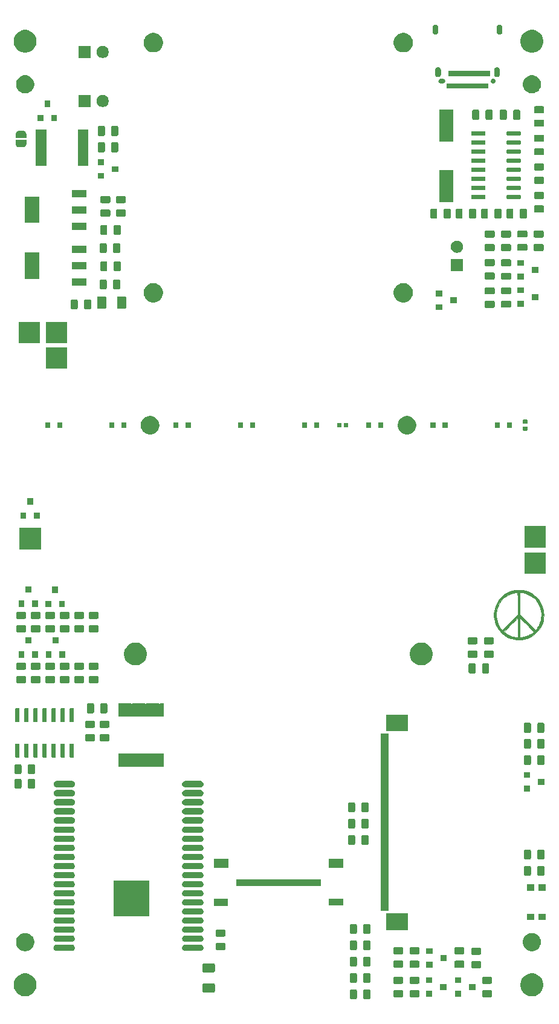
<source format=gbr>
G04 #@! TF.GenerationSoftware,KiCad,Pcbnew,5.1.5+dfsg1-2build2*
G04 #@! TF.CreationDate,2022-08-16T14:09:05+02:00*
G04 #@! TF.ProjectId,qCamPCR,7143616d-5043-4522-9e6b-696361645f70,rev?*
G04 #@! TF.SameCoordinates,Original*
G04 #@! TF.FileFunction,Soldermask,Top*
G04 #@! TF.FilePolarity,Negative*
%FSLAX46Y46*%
G04 Gerber Fmt 4.6, Leading zero omitted, Abs format (unit mm)*
G04 Created by KiCad (PCBNEW 5.1.5+dfsg1-2build2) date 2022-08-16 14:09:05*
%MOMM*%
%LPD*%
G04 APERTURE LIST*
%ADD10C,0.010000*%
%ADD11C,0.100000*%
G04 APERTURE END LIST*
D10*
G36*
X133858194Y-110752185D02*
G01*
X134218849Y-110790363D01*
X134574638Y-110865550D01*
X134922383Y-110977746D01*
X135258906Y-111126951D01*
X135581030Y-111313165D01*
X135866916Y-111521189D01*
X136142458Y-111770887D01*
X136390055Y-112050314D01*
X136607209Y-112355365D01*
X136791420Y-112681935D01*
X136940189Y-113025920D01*
X137051016Y-113383215D01*
X137081445Y-113515752D01*
X137138845Y-113890471D01*
X137155693Y-114261703D01*
X137133605Y-114626972D01*
X137074199Y-114983799D01*
X136979092Y-115329703D01*
X136849901Y-115662208D01*
X136688245Y-115978834D01*
X136495740Y-116277102D01*
X136274005Y-116554535D01*
X136024655Y-116808652D01*
X135749310Y-117036975D01*
X135449585Y-117237026D01*
X135127099Y-117406326D01*
X134783469Y-117542396D01*
X134420313Y-117642758D01*
X134383316Y-117650666D01*
X134308242Y-117664161D01*
X134210165Y-117678753D01*
X134097803Y-117693489D01*
X133979871Y-117707415D01*
X133865088Y-117719578D01*
X133762170Y-117729023D01*
X133679835Y-117734798D01*
X133626800Y-117735950D01*
X133614884Y-117734721D01*
X133589712Y-117731876D01*
X133531725Y-117726498D01*
X133450309Y-117719433D01*
X133379833Y-117713560D01*
X132997994Y-117661625D01*
X132629967Y-117570252D01*
X132277803Y-117440667D01*
X131943554Y-117274100D01*
X131629272Y-117071778D01*
X131337008Y-116834930D01*
X131087974Y-116584083D01*
X131557482Y-116584083D01*
X131648449Y-116666094D01*
X131822804Y-116804835D01*
X132029587Y-116938485D01*
X132258896Y-117061964D01*
X132500824Y-117170193D01*
X132745469Y-117258092D01*
X132875647Y-117295428D01*
X132981599Y-117320190D01*
X133105415Y-117344979D01*
X133233091Y-117367375D01*
X133350620Y-117384955D01*
X133443997Y-117395298D01*
X133459208Y-117396323D01*
X133506833Y-117399000D01*
X133506833Y-116017961D01*
X133824333Y-116017961D01*
X133824593Y-116255471D01*
X133825345Y-116480065D01*
X133826544Y-116688235D01*
X133828146Y-116876473D01*
X133830106Y-117041271D01*
X133832380Y-117179120D01*
X133834923Y-117286512D01*
X133837691Y-117359939D01*
X133840640Y-117395892D01*
X133841815Y-117399000D01*
X133868888Y-117396194D01*
X133928282Y-117388615D01*
X134010419Y-117377517D01*
X134079940Y-117367814D01*
X134384665Y-117309378D01*
X134685253Y-117222248D01*
X134974342Y-117109648D01*
X135244565Y-116974803D01*
X135488559Y-116820938D01*
X135682717Y-116666094D01*
X135773684Y-116584083D01*
X134799008Y-115610502D01*
X133824333Y-114636922D01*
X133824333Y-116017961D01*
X133506833Y-116017961D01*
X133506833Y-114636922D01*
X132532157Y-115610502D01*
X131557482Y-116584083D01*
X131087974Y-116584083D01*
X131068814Y-116564784D01*
X130826742Y-116262568D01*
X130736607Y-116131332D01*
X130549539Y-115809023D01*
X130400974Y-115473357D01*
X130290420Y-115127455D01*
X130217384Y-114774435D01*
X130181373Y-114417419D01*
X130181750Y-114159796D01*
X130504926Y-114159796D01*
X130516587Y-114503278D01*
X130565834Y-114845386D01*
X130651167Y-115180836D01*
X130771085Y-115504343D01*
X130924089Y-115810620D01*
X131108678Y-116094383D01*
X131216803Y-116231471D01*
X131312071Y-116344526D01*
X132409452Y-115247298D01*
X133506833Y-114150069D01*
X133506833Y-112610117D01*
X133506833Y-112609966D01*
X133824333Y-112609966D01*
X133824333Y-114149765D01*
X136015083Y-116342673D01*
X136097094Y-116251711D01*
X136149852Y-116188376D01*
X136212655Y-116106017D01*
X136272820Y-116021328D01*
X136278736Y-116012583D01*
X136466544Y-115696710D01*
X136615486Y-115367153D01*
X136725229Y-115026904D01*
X136795441Y-114678952D01*
X136825789Y-114326290D01*
X136815940Y-113971907D01*
X136765562Y-113618795D01*
X136674322Y-113269944D01*
X136605202Y-113077429D01*
X136451634Y-112744865D01*
X136264771Y-112437065D01*
X136046845Y-112155778D01*
X135800089Y-111902751D01*
X135526738Y-111679731D01*
X135229024Y-111488466D01*
X134909180Y-111330704D01*
X134569440Y-111208192D01*
X134212038Y-111122678D01*
X134079940Y-111101352D01*
X133987172Y-111088462D01*
X133910083Y-111078167D01*
X133858253Y-111071721D01*
X133841815Y-111070166D01*
X133838964Y-111090779D01*
X133836257Y-111150403D01*
X133833733Y-111245714D01*
X133831429Y-111373392D01*
X133829382Y-111530113D01*
X133827631Y-111712554D01*
X133826213Y-111917394D01*
X133825166Y-112141310D01*
X133824527Y-112380979D01*
X133824333Y-112609966D01*
X133506833Y-112609966D01*
X133506599Y-112358988D01*
X133505922Y-112120588D01*
X133504840Y-111898240D01*
X133503390Y-111695266D01*
X133501611Y-111514989D01*
X133499540Y-111360732D01*
X133497215Y-111235815D01*
X133494673Y-111143562D01*
X133491952Y-111087295D01*
X133489351Y-111070166D01*
X133462278Y-111072971D01*
X133402883Y-111080550D01*
X133320747Y-111091649D01*
X133251226Y-111101352D01*
X132888070Y-111173149D01*
X132542696Y-111282209D01*
X132217136Y-111426499D01*
X131913422Y-111603987D01*
X131633587Y-111812641D01*
X131379662Y-112050429D01*
X131153679Y-112315319D01*
X130957670Y-112605278D01*
X130793669Y-112918276D01*
X130663706Y-113252278D01*
X130569814Y-113605254D01*
X130532352Y-113820226D01*
X130504926Y-114159796D01*
X130181750Y-114159796D01*
X130181897Y-114059526D01*
X130218461Y-113703875D01*
X130290574Y-113353587D01*
X130397743Y-113011781D01*
X130539476Y-112681576D01*
X130715280Y-112366094D01*
X130924663Y-112068453D01*
X131167133Y-111791773D01*
X131442197Y-111539175D01*
X131464250Y-111521189D01*
X131770001Y-111300304D01*
X132093129Y-111116428D01*
X132430455Y-110969562D01*
X132778802Y-110859704D01*
X133134993Y-110786855D01*
X133495849Y-110751016D01*
X133858194Y-110752185D01*
G37*
X133858194Y-110752185D02*
X134218849Y-110790363D01*
X134574638Y-110865550D01*
X134922383Y-110977746D01*
X135258906Y-111126951D01*
X135581030Y-111313165D01*
X135866916Y-111521189D01*
X136142458Y-111770887D01*
X136390055Y-112050314D01*
X136607209Y-112355365D01*
X136791420Y-112681935D01*
X136940189Y-113025920D01*
X137051016Y-113383215D01*
X137081445Y-113515752D01*
X137138845Y-113890471D01*
X137155693Y-114261703D01*
X137133605Y-114626972D01*
X137074199Y-114983799D01*
X136979092Y-115329703D01*
X136849901Y-115662208D01*
X136688245Y-115978834D01*
X136495740Y-116277102D01*
X136274005Y-116554535D01*
X136024655Y-116808652D01*
X135749310Y-117036975D01*
X135449585Y-117237026D01*
X135127099Y-117406326D01*
X134783469Y-117542396D01*
X134420313Y-117642758D01*
X134383316Y-117650666D01*
X134308242Y-117664161D01*
X134210165Y-117678753D01*
X134097803Y-117693489D01*
X133979871Y-117707415D01*
X133865088Y-117719578D01*
X133762170Y-117729023D01*
X133679835Y-117734798D01*
X133626800Y-117735950D01*
X133614884Y-117734721D01*
X133589712Y-117731876D01*
X133531725Y-117726498D01*
X133450309Y-117719433D01*
X133379833Y-117713560D01*
X132997994Y-117661625D01*
X132629967Y-117570252D01*
X132277803Y-117440667D01*
X131943554Y-117274100D01*
X131629272Y-117071778D01*
X131337008Y-116834930D01*
X131087974Y-116584083D01*
X131557482Y-116584083D01*
X131648449Y-116666094D01*
X131822804Y-116804835D01*
X132029587Y-116938485D01*
X132258896Y-117061964D01*
X132500824Y-117170193D01*
X132745469Y-117258092D01*
X132875647Y-117295428D01*
X132981599Y-117320190D01*
X133105415Y-117344979D01*
X133233091Y-117367375D01*
X133350620Y-117384955D01*
X133443997Y-117395298D01*
X133459208Y-117396323D01*
X133506833Y-117399000D01*
X133506833Y-116017961D01*
X133824333Y-116017961D01*
X133824593Y-116255471D01*
X133825345Y-116480065D01*
X133826544Y-116688235D01*
X133828146Y-116876473D01*
X133830106Y-117041271D01*
X133832380Y-117179120D01*
X133834923Y-117286512D01*
X133837691Y-117359939D01*
X133840640Y-117395892D01*
X133841815Y-117399000D01*
X133868888Y-117396194D01*
X133928282Y-117388615D01*
X134010419Y-117377517D01*
X134079940Y-117367814D01*
X134384665Y-117309378D01*
X134685253Y-117222248D01*
X134974342Y-117109648D01*
X135244565Y-116974803D01*
X135488559Y-116820938D01*
X135682717Y-116666094D01*
X135773684Y-116584083D01*
X134799008Y-115610502D01*
X133824333Y-114636922D01*
X133824333Y-116017961D01*
X133506833Y-116017961D01*
X133506833Y-114636922D01*
X132532157Y-115610502D01*
X131557482Y-116584083D01*
X131087974Y-116584083D01*
X131068814Y-116564784D01*
X130826742Y-116262568D01*
X130736607Y-116131332D01*
X130549539Y-115809023D01*
X130400974Y-115473357D01*
X130290420Y-115127455D01*
X130217384Y-114774435D01*
X130181373Y-114417419D01*
X130181750Y-114159796D01*
X130504926Y-114159796D01*
X130516587Y-114503278D01*
X130565834Y-114845386D01*
X130651167Y-115180836D01*
X130771085Y-115504343D01*
X130924089Y-115810620D01*
X131108678Y-116094383D01*
X131216803Y-116231471D01*
X131312071Y-116344526D01*
X132409452Y-115247298D01*
X133506833Y-114150069D01*
X133506833Y-112610117D01*
X133506833Y-112609966D01*
X133824333Y-112609966D01*
X133824333Y-114149765D01*
X136015083Y-116342673D01*
X136097094Y-116251711D01*
X136149852Y-116188376D01*
X136212655Y-116106017D01*
X136272820Y-116021328D01*
X136278736Y-116012583D01*
X136466544Y-115696710D01*
X136615486Y-115367153D01*
X136725229Y-115026904D01*
X136795441Y-114678952D01*
X136825789Y-114326290D01*
X136815940Y-113971907D01*
X136765562Y-113618795D01*
X136674322Y-113269944D01*
X136605202Y-113077429D01*
X136451634Y-112744865D01*
X136264771Y-112437065D01*
X136046845Y-112155778D01*
X135800089Y-111902751D01*
X135526738Y-111679731D01*
X135229024Y-111488466D01*
X134909180Y-111330704D01*
X134569440Y-111208192D01*
X134212038Y-111122678D01*
X134079940Y-111101352D01*
X133987172Y-111088462D01*
X133910083Y-111078167D01*
X133858253Y-111071721D01*
X133841815Y-111070166D01*
X133838964Y-111090779D01*
X133836257Y-111150403D01*
X133833733Y-111245714D01*
X133831429Y-111373392D01*
X133829382Y-111530113D01*
X133827631Y-111712554D01*
X133826213Y-111917394D01*
X133825166Y-112141310D01*
X133824527Y-112380979D01*
X133824333Y-112609966D01*
X133506833Y-112609966D01*
X133506599Y-112358988D01*
X133505922Y-112120588D01*
X133504840Y-111898240D01*
X133503390Y-111695266D01*
X133501611Y-111514989D01*
X133499540Y-111360732D01*
X133497215Y-111235815D01*
X133494673Y-111143562D01*
X133491952Y-111087295D01*
X133489351Y-111070166D01*
X133462278Y-111072971D01*
X133402883Y-111080550D01*
X133320747Y-111091649D01*
X133251226Y-111101352D01*
X132888070Y-111173149D01*
X132542696Y-111282209D01*
X132217136Y-111426499D01*
X131913422Y-111603987D01*
X131633587Y-111812641D01*
X131379662Y-112050429D01*
X131153679Y-112315319D01*
X130957670Y-112605278D01*
X130793669Y-112918276D01*
X130663706Y-113252278D01*
X130569814Y-113605254D01*
X130532352Y-113820226D01*
X130504926Y-114159796D01*
X130181750Y-114159796D01*
X130181897Y-114059526D01*
X130218461Y-113703875D01*
X130290574Y-113353587D01*
X130397743Y-113011781D01*
X130539476Y-112681576D01*
X130715280Y-112366094D01*
X130924663Y-112068453D01*
X131167133Y-111791773D01*
X131442197Y-111539175D01*
X131464250Y-111521189D01*
X131770001Y-111300304D01*
X132093129Y-111116428D01*
X132430455Y-110969562D01*
X132778802Y-110859704D01*
X133134993Y-110786855D01*
X133495849Y-110751016D01*
X133858194Y-110752185D01*
D11*
G36*
X112708991Y-166614075D02*
G01*
X112742879Y-166624355D01*
X112774112Y-166641050D01*
X112801486Y-166663514D01*
X112823950Y-166690888D01*
X112840645Y-166722121D01*
X112850925Y-166756009D01*
X112855000Y-166797388D01*
X112855000Y-167822612D01*
X112850925Y-167863991D01*
X112840645Y-167897879D01*
X112823950Y-167929112D01*
X112801486Y-167956486D01*
X112774112Y-167978950D01*
X112742879Y-167995645D01*
X112708991Y-168005925D01*
X112667612Y-168010000D01*
X112067388Y-168010000D01*
X112026009Y-168005925D01*
X111992121Y-167995645D01*
X111960888Y-167978950D01*
X111933514Y-167956486D01*
X111911050Y-167929112D01*
X111894355Y-167897879D01*
X111884075Y-167863991D01*
X111880000Y-167822612D01*
X111880000Y-166797388D01*
X111884075Y-166756009D01*
X111894355Y-166722121D01*
X111911050Y-166690888D01*
X111933514Y-166663514D01*
X111960888Y-166641050D01*
X111992121Y-166624355D01*
X112026009Y-166614075D01*
X112067388Y-166610000D01*
X112667612Y-166610000D01*
X112708991Y-166614075D01*
G37*
G36*
X110833991Y-166614075D02*
G01*
X110867879Y-166624355D01*
X110899112Y-166641050D01*
X110926486Y-166663514D01*
X110948950Y-166690888D01*
X110965645Y-166722121D01*
X110975925Y-166756009D01*
X110980000Y-166797388D01*
X110980000Y-167822612D01*
X110975925Y-167863991D01*
X110965645Y-167897879D01*
X110948950Y-167929112D01*
X110926486Y-167956486D01*
X110899112Y-167978950D01*
X110867879Y-167995645D01*
X110833991Y-168005925D01*
X110792612Y-168010000D01*
X110192388Y-168010000D01*
X110151009Y-168005925D01*
X110117121Y-167995645D01*
X110085888Y-167978950D01*
X110058514Y-167956486D01*
X110036050Y-167929112D01*
X110019355Y-167897879D01*
X110009075Y-167863991D01*
X110005000Y-167822612D01*
X110005000Y-166797388D01*
X110009075Y-166756009D01*
X110019355Y-166722121D01*
X110036050Y-166690888D01*
X110058514Y-166663514D01*
X110085888Y-166641050D01*
X110117121Y-166624355D01*
X110151009Y-166614075D01*
X110192388Y-166610000D01*
X110792612Y-166610000D01*
X110833991Y-166614075D01*
G37*
G36*
X119603991Y-166748075D02*
G01*
X119637879Y-166758355D01*
X119669112Y-166775050D01*
X119696486Y-166797514D01*
X119718950Y-166824888D01*
X119735645Y-166856121D01*
X119745925Y-166890009D01*
X119750000Y-166931388D01*
X119750000Y-167531612D01*
X119745925Y-167572991D01*
X119735645Y-167606879D01*
X119718950Y-167638112D01*
X119696486Y-167665486D01*
X119669112Y-167687950D01*
X119637879Y-167704645D01*
X119603991Y-167714925D01*
X119562612Y-167719000D01*
X118537388Y-167719000D01*
X118496009Y-167714925D01*
X118462121Y-167704645D01*
X118430888Y-167687950D01*
X118403514Y-167665486D01*
X118381050Y-167638112D01*
X118364355Y-167606879D01*
X118354075Y-167572991D01*
X118350000Y-167531612D01*
X118350000Y-166931388D01*
X118354075Y-166890009D01*
X118364355Y-166856121D01*
X118381050Y-166824888D01*
X118403514Y-166797514D01*
X118430888Y-166775050D01*
X118462121Y-166758355D01*
X118496009Y-166748075D01*
X118537388Y-166744000D01*
X119562612Y-166744000D01*
X119603991Y-166748075D01*
G37*
G36*
X129763991Y-166748075D02*
G01*
X129797879Y-166758355D01*
X129829112Y-166775050D01*
X129856486Y-166797514D01*
X129878950Y-166824888D01*
X129895645Y-166856121D01*
X129905925Y-166890009D01*
X129910000Y-166931388D01*
X129910000Y-167531612D01*
X129905925Y-167572991D01*
X129895645Y-167606879D01*
X129878950Y-167638112D01*
X129856486Y-167665486D01*
X129829112Y-167687950D01*
X129797879Y-167704645D01*
X129763991Y-167714925D01*
X129722612Y-167719000D01*
X128697388Y-167719000D01*
X128656009Y-167714925D01*
X128622121Y-167704645D01*
X128590888Y-167687950D01*
X128563514Y-167665486D01*
X128541050Y-167638112D01*
X128524355Y-167606879D01*
X128514075Y-167572991D01*
X128510000Y-167531612D01*
X128510000Y-166931388D01*
X128514075Y-166890009D01*
X128524355Y-166856121D01*
X128541050Y-166824888D01*
X128563514Y-166797514D01*
X128590888Y-166775050D01*
X128622121Y-166758355D01*
X128656009Y-166748075D01*
X128697388Y-166744000D01*
X129722612Y-166744000D01*
X129763991Y-166748075D01*
G37*
G36*
X117317991Y-166748075D02*
G01*
X117351879Y-166758355D01*
X117383112Y-166775050D01*
X117410486Y-166797514D01*
X117432950Y-166824888D01*
X117449645Y-166856121D01*
X117459925Y-166890009D01*
X117464000Y-166931388D01*
X117464000Y-167531612D01*
X117459925Y-167572991D01*
X117449645Y-167606879D01*
X117432950Y-167638112D01*
X117410486Y-167665486D01*
X117383112Y-167687950D01*
X117351879Y-167704645D01*
X117317991Y-167714925D01*
X117276612Y-167719000D01*
X116251388Y-167719000D01*
X116210009Y-167714925D01*
X116176121Y-167704645D01*
X116144888Y-167687950D01*
X116117514Y-167665486D01*
X116095050Y-167638112D01*
X116078355Y-167606879D01*
X116068075Y-167572991D01*
X116064000Y-167531612D01*
X116064000Y-166931388D01*
X116068075Y-166890009D01*
X116078355Y-166856121D01*
X116095050Y-166824888D01*
X116117514Y-166797514D01*
X116144888Y-166775050D01*
X116176121Y-166758355D01*
X116210009Y-166748075D01*
X116251388Y-166744000D01*
X117276612Y-166744000D01*
X117317991Y-166748075D01*
G37*
G36*
X121548000Y-167644000D02*
G01*
X120648000Y-167644000D01*
X120648000Y-166844000D01*
X121548000Y-166844000D01*
X121548000Y-167644000D01*
G37*
G36*
X125612000Y-167644000D02*
G01*
X124712000Y-167644000D01*
X124712000Y-166844000D01*
X125612000Y-166844000D01*
X125612000Y-167644000D01*
G37*
G36*
X64966703Y-164461486D02*
G01*
X65257883Y-164582097D01*
X65519940Y-164757198D01*
X65742802Y-164980060D01*
X65917903Y-165242117D01*
X66038514Y-165533297D01*
X66100000Y-165842412D01*
X66100000Y-166157588D01*
X66038514Y-166466703D01*
X65917903Y-166757883D01*
X65742802Y-167019940D01*
X65519940Y-167242802D01*
X65257883Y-167417903D01*
X64966703Y-167538514D01*
X64657588Y-167600000D01*
X64342412Y-167600000D01*
X64033297Y-167538514D01*
X63742117Y-167417903D01*
X63480060Y-167242802D01*
X63257198Y-167019940D01*
X63082097Y-166757883D01*
X62961486Y-166466703D01*
X62900000Y-166157588D01*
X62900000Y-165842412D01*
X62961486Y-165533297D01*
X63082097Y-165242117D01*
X63257198Y-164980060D01*
X63480060Y-164757198D01*
X63742117Y-164582097D01*
X64033297Y-164461486D01*
X64342412Y-164400000D01*
X64657588Y-164400000D01*
X64966703Y-164461486D01*
G37*
G36*
X135966703Y-164461486D02*
G01*
X136257883Y-164582097D01*
X136519940Y-164757198D01*
X136742802Y-164980060D01*
X136917903Y-165242117D01*
X137038514Y-165533297D01*
X137100000Y-165842412D01*
X137100000Y-166157588D01*
X137038514Y-166466703D01*
X136917903Y-166757883D01*
X136742802Y-167019940D01*
X136519940Y-167242802D01*
X136257883Y-167417903D01*
X135966703Y-167538514D01*
X135657588Y-167600000D01*
X135342412Y-167600000D01*
X135033297Y-167538514D01*
X134742117Y-167417903D01*
X134480060Y-167242802D01*
X134257198Y-167019940D01*
X134082097Y-166757883D01*
X133961486Y-166466703D01*
X133900000Y-166157588D01*
X133900000Y-165842412D01*
X133961486Y-165533297D01*
X134082097Y-165242117D01*
X134257198Y-164980060D01*
X134480060Y-164757198D01*
X134742117Y-164582097D01*
X135033297Y-164461486D01*
X135342412Y-164400000D01*
X135657588Y-164400000D01*
X135966703Y-164461486D01*
G37*
G36*
X90955024Y-165799955D02*
G01*
X90987738Y-165809879D01*
X91017885Y-165825993D01*
X91044315Y-165847685D01*
X91066007Y-165874115D01*
X91082121Y-165904262D01*
X91092045Y-165936976D01*
X91096000Y-165977138D01*
X91096000Y-166864862D01*
X91092045Y-166905024D01*
X91082121Y-166937738D01*
X91066007Y-166967885D01*
X91044315Y-166994315D01*
X91017885Y-167016007D01*
X90987738Y-167032121D01*
X90955024Y-167042045D01*
X90914862Y-167046000D01*
X89527138Y-167046000D01*
X89486976Y-167042045D01*
X89454262Y-167032121D01*
X89424115Y-167016007D01*
X89397685Y-166994315D01*
X89375993Y-166967885D01*
X89359879Y-166937738D01*
X89349955Y-166905024D01*
X89346000Y-166864862D01*
X89346000Y-165977138D01*
X89349955Y-165936976D01*
X89359879Y-165904262D01*
X89375993Y-165874115D01*
X89397685Y-165847685D01*
X89424115Y-165825993D01*
X89454262Y-165809879D01*
X89486976Y-165799955D01*
X89527138Y-165796000D01*
X90914862Y-165796000D01*
X90955024Y-165799955D01*
G37*
G36*
X123548000Y-166694000D02*
G01*
X122648000Y-166694000D01*
X122648000Y-165894000D01*
X123548000Y-165894000D01*
X123548000Y-166694000D01*
G37*
G36*
X127612000Y-166694000D02*
G01*
X126712000Y-166694000D01*
X126712000Y-165894000D01*
X127612000Y-165894000D01*
X127612000Y-166694000D01*
G37*
G36*
X117317991Y-164873075D02*
G01*
X117351879Y-164883355D01*
X117383112Y-164900050D01*
X117410486Y-164922514D01*
X117432950Y-164949888D01*
X117449645Y-164981121D01*
X117459925Y-165015009D01*
X117464000Y-165056388D01*
X117464000Y-165656612D01*
X117459925Y-165697991D01*
X117449645Y-165731879D01*
X117432950Y-165763112D01*
X117410486Y-165790486D01*
X117383112Y-165812950D01*
X117351879Y-165829645D01*
X117317991Y-165839925D01*
X117276612Y-165844000D01*
X116251388Y-165844000D01*
X116210009Y-165839925D01*
X116176121Y-165829645D01*
X116144888Y-165812950D01*
X116117514Y-165790486D01*
X116095050Y-165763112D01*
X116078355Y-165731879D01*
X116068075Y-165697991D01*
X116064000Y-165656612D01*
X116064000Y-165056388D01*
X116068075Y-165015009D01*
X116078355Y-164981121D01*
X116095050Y-164949888D01*
X116117514Y-164922514D01*
X116144888Y-164900050D01*
X116176121Y-164883355D01*
X116210009Y-164873075D01*
X116251388Y-164869000D01*
X117276612Y-164869000D01*
X117317991Y-164873075D01*
G37*
G36*
X119603991Y-164873075D02*
G01*
X119637879Y-164883355D01*
X119669112Y-164900050D01*
X119696486Y-164922514D01*
X119718950Y-164949888D01*
X119735645Y-164981121D01*
X119745925Y-165015009D01*
X119750000Y-165056388D01*
X119750000Y-165656612D01*
X119745925Y-165697991D01*
X119735645Y-165731879D01*
X119718950Y-165763112D01*
X119696486Y-165790486D01*
X119669112Y-165812950D01*
X119637879Y-165829645D01*
X119603991Y-165839925D01*
X119562612Y-165844000D01*
X118537388Y-165844000D01*
X118496009Y-165839925D01*
X118462121Y-165829645D01*
X118430888Y-165812950D01*
X118403514Y-165790486D01*
X118381050Y-165763112D01*
X118364355Y-165731879D01*
X118354075Y-165697991D01*
X118350000Y-165656612D01*
X118350000Y-165056388D01*
X118354075Y-165015009D01*
X118364355Y-164981121D01*
X118381050Y-164949888D01*
X118403514Y-164922514D01*
X118430888Y-164900050D01*
X118462121Y-164883355D01*
X118496009Y-164873075D01*
X118537388Y-164869000D01*
X119562612Y-164869000D01*
X119603991Y-164873075D01*
G37*
G36*
X129763991Y-164873075D02*
G01*
X129797879Y-164883355D01*
X129829112Y-164900050D01*
X129856486Y-164922514D01*
X129878950Y-164949888D01*
X129895645Y-164981121D01*
X129905925Y-165015009D01*
X129910000Y-165056388D01*
X129910000Y-165656612D01*
X129905925Y-165697991D01*
X129895645Y-165731879D01*
X129878950Y-165763112D01*
X129856486Y-165790486D01*
X129829112Y-165812950D01*
X129797879Y-165829645D01*
X129763991Y-165839925D01*
X129722612Y-165844000D01*
X128697388Y-165844000D01*
X128656009Y-165839925D01*
X128622121Y-165829645D01*
X128590888Y-165812950D01*
X128563514Y-165790486D01*
X128541050Y-165763112D01*
X128524355Y-165731879D01*
X128514075Y-165697991D01*
X128510000Y-165656612D01*
X128510000Y-165056388D01*
X128514075Y-165015009D01*
X128524355Y-164981121D01*
X128541050Y-164949888D01*
X128563514Y-164922514D01*
X128590888Y-164900050D01*
X128622121Y-164883355D01*
X128656009Y-164873075D01*
X128697388Y-164869000D01*
X129722612Y-164869000D01*
X129763991Y-164873075D01*
G37*
G36*
X125612000Y-165744000D02*
G01*
X124712000Y-165744000D01*
X124712000Y-164944000D01*
X125612000Y-164944000D01*
X125612000Y-165744000D01*
G37*
G36*
X121548000Y-165744000D02*
G01*
X120648000Y-165744000D01*
X120648000Y-164944000D01*
X121548000Y-164944000D01*
X121548000Y-165744000D01*
G37*
G36*
X112708991Y-164328075D02*
G01*
X112742879Y-164338355D01*
X112774112Y-164355050D01*
X112801486Y-164377514D01*
X112823950Y-164404888D01*
X112840645Y-164436121D01*
X112850925Y-164470009D01*
X112855000Y-164511388D01*
X112855000Y-165536612D01*
X112850925Y-165577991D01*
X112840645Y-165611879D01*
X112823950Y-165643112D01*
X112801486Y-165670486D01*
X112774112Y-165692950D01*
X112742879Y-165709645D01*
X112708991Y-165719925D01*
X112667612Y-165724000D01*
X112067388Y-165724000D01*
X112026009Y-165719925D01*
X111992121Y-165709645D01*
X111960888Y-165692950D01*
X111933514Y-165670486D01*
X111911050Y-165643112D01*
X111894355Y-165611879D01*
X111884075Y-165577991D01*
X111880000Y-165536612D01*
X111880000Y-164511388D01*
X111884075Y-164470009D01*
X111894355Y-164436121D01*
X111911050Y-164404888D01*
X111933514Y-164377514D01*
X111960888Y-164355050D01*
X111992121Y-164338355D01*
X112026009Y-164328075D01*
X112067388Y-164324000D01*
X112667612Y-164324000D01*
X112708991Y-164328075D01*
G37*
G36*
X110833991Y-164328075D02*
G01*
X110867879Y-164338355D01*
X110899112Y-164355050D01*
X110926486Y-164377514D01*
X110948950Y-164404888D01*
X110965645Y-164436121D01*
X110975925Y-164470009D01*
X110980000Y-164511388D01*
X110980000Y-165536612D01*
X110975925Y-165577991D01*
X110965645Y-165611879D01*
X110948950Y-165643112D01*
X110926486Y-165670486D01*
X110899112Y-165692950D01*
X110867879Y-165709645D01*
X110833991Y-165719925D01*
X110792612Y-165724000D01*
X110192388Y-165724000D01*
X110151009Y-165719925D01*
X110117121Y-165709645D01*
X110085888Y-165692950D01*
X110058514Y-165670486D01*
X110036050Y-165643112D01*
X110019355Y-165611879D01*
X110009075Y-165577991D01*
X110005000Y-165536612D01*
X110005000Y-164511388D01*
X110009075Y-164470009D01*
X110019355Y-164436121D01*
X110036050Y-164404888D01*
X110058514Y-164377514D01*
X110085888Y-164355050D01*
X110117121Y-164338355D01*
X110151009Y-164328075D01*
X110192388Y-164324000D01*
X110792612Y-164324000D01*
X110833991Y-164328075D01*
G37*
G36*
X90955024Y-162999955D02*
G01*
X90987738Y-163009879D01*
X91017885Y-163025993D01*
X91044315Y-163047685D01*
X91066007Y-163074115D01*
X91082121Y-163104262D01*
X91092045Y-163136976D01*
X91096000Y-163177138D01*
X91096000Y-164064862D01*
X91092045Y-164105024D01*
X91082121Y-164137738D01*
X91066007Y-164167885D01*
X91044315Y-164194315D01*
X91017885Y-164216007D01*
X90987738Y-164232121D01*
X90955024Y-164242045D01*
X90914862Y-164246000D01*
X89527138Y-164246000D01*
X89486976Y-164242045D01*
X89454262Y-164232121D01*
X89424115Y-164216007D01*
X89397685Y-164194315D01*
X89375993Y-164167885D01*
X89359879Y-164137738D01*
X89349955Y-164105024D01*
X89346000Y-164064862D01*
X89346000Y-163177138D01*
X89349955Y-163136976D01*
X89359879Y-163104262D01*
X89375993Y-163074115D01*
X89397685Y-163047685D01*
X89424115Y-163025993D01*
X89454262Y-163009879D01*
X89486976Y-162999955D01*
X89527138Y-162996000D01*
X90914862Y-162996000D01*
X90955024Y-162999955D01*
G37*
G36*
X128239991Y-162684075D02*
G01*
X128273879Y-162694355D01*
X128305112Y-162711050D01*
X128332486Y-162733514D01*
X128354950Y-162760888D01*
X128371645Y-162792121D01*
X128381925Y-162826009D01*
X128386000Y-162867388D01*
X128386000Y-163467612D01*
X128381925Y-163508991D01*
X128371645Y-163542879D01*
X128354950Y-163574112D01*
X128332486Y-163601486D01*
X128305112Y-163623950D01*
X128273879Y-163640645D01*
X128239991Y-163650925D01*
X128198612Y-163655000D01*
X127173388Y-163655000D01*
X127132009Y-163650925D01*
X127098121Y-163640645D01*
X127066888Y-163623950D01*
X127039514Y-163601486D01*
X127017050Y-163574112D01*
X127000355Y-163542879D01*
X126990075Y-163508991D01*
X126986000Y-163467612D01*
X126986000Y-162867388D01*
X126990075Y-162826009D01*
X127000355Y-162792121D01*
X127017050Y-162760888D01*
X127039514Y-162733514D01*
X127066888Y-162711050D01*
X127098121Y-162694355D01*
X127132009Y-162684075D01*
X127173388Y-162680000D01*
X128198612Y-162680000D01*
X128239991Y-162684075D01*
G37*
G36*
X125890491Y-162620575D02*
G01*
X125924379Y-162630855D01*
X125955612Y-162647550D01*
X125982986Y-162670014D01*
X126005450Y-162697388D01*
X126022145Y-162728621D01*
X126032425Y-162762509D01*
X126036500Y-162803888D01*
X126036500Y-163404112D01*
X126032425Y-163445491D01*
X126022145Y-163479379D01*
X126005450Y-163510612D01*
X125982986Y-163537986D01*
X125955612Y-163560450D01*
X125924379Y-163577145D01*
X125890491Y-163587425D01*
X125849112Y-163591500D01*
X124823888Y-163591500D01*
X124782509Y-163587425D01*
X124748621Y-163577145D01*
X124717388Y-163560450D01*
X124690014Y-163537986D01*
X124667550Y-163510612D01*
X124650855Y-163479379D01*
X124640575Y-163445491D01*
X124636500Y-163404112D01*
X124636500Y-162803888D01*
X124640575Y-162762509D01*
X124650855Y-162728621D01*
X124667550Y-162697388D01*
X124690014Y-162670014D01*
X124717388Y-162647550D01*
X124748621Y-162630855D01*
X124782509Y-162620575D01*
X124823888Y-162616500D01*
X125849112Y-162616500D01*
X125890491Y-162620575D01*
G37*
G36*
X119603991Y-162620575D02*
G01*
X119637879Y-162630855D01*
X119669112Y-162647550D01*
X119696486Y-162670014D01*
X119718950Y-162697388D01*
X119735645Y-162728621D01*
X119745925Y-162762509D01*
X119750000Y-162803888D01*
X119750000Y-163404112D01*
X119745925Y-163445491D01*
X119735645Y-163479379D01*
X119718950Y-163510612D01*
X119696486Y-163537986D01*
X119669112Y-163560450D01*
X119637879Y-163577145D01*
X119603991Y-163587425D01*
X119562612Y-163591500D01*
X118537388Y-163591500D01*
X118496009Y-163587425D01*
X118462121Y-163577145D01*
X118430888Y-163560450D01*
X118403514Y-163537986D01*
X118381050Y-163510612D01*
X118364355Y-163479379D01*
X118354075Y-163445491D01*
X118350000Y-163404112D01*
X118350000Y-162803888D01*
X118354075Y-162762509D01*
X118364355Y-162728621D01*
X118381050Y-162697388D01*
X118403514Y-162670014D01*
X118430888Y-162647550D01*
X118462121Y-162630855D01*
X118496009Y-162620575D01*
X118537388Y-162616500D01*
X119562612Y-162616500D01*
X119603991Y-162620575D01*
G37*
G36*
X121564000Y-163580000D02*
G01*
X120664000Y-163580000D01*
X120664000Y-162780000D01*
X121564000Y-162780000D01*
X121564000Y-163580000D01*
G37*
G36*
X117317991Y-162605575D02*
G01*
X117351879Y-162615855D01*
X117383112Y-162632550D01*
X117410486Y-162655014D01*
X117432950Y-162682388D01*
X117449645Y-162713621D01*
X117459925Y-162747509D01*
X117464000Y-162788888D01*
X117464000Y-163389112D01*
X117459925Y-163430491D01*
X117449645Y-163464379D01*
X117432950Y-163495612D01*
X117410486Y-163522986D01*
X117383112Y-163545450D01*
X117351879Y-163562145D01*
X117317991Y-163572425D01*
X117276612Y-163576500D01*
X116251388Y-163576500D01*
X116210009Y-163572425D01*
X116176121Y-163562145D01*
X116144888Y-163545450D01*
X116117514Y-163522986D01*
X116095050Y-163495612D01*
X116078355Y-163464379D01*
X116068075Y-163430491D01*
X116064000Y-163389112D01*
X116064000Y-162788888D01*
X116068075Y-162747509D01*
X116078355Y-162713621D01*
X116095050Y-162682388D01*
X116117514Y-162655014D01*
X116144888Y-162632550D01*
X116176121Y-162615855D01*
X116210009Y-162605575D01*
X116251388Y-162601500D01*
X117276612Y-162601500D01*
X117317991Y-162605575D01*
G37*
G36*
X110833991Y-162042075D02*
G01*
X110867879Y-162052355D01*
X110899112Y-162069050D01*
X110926486Y-162091514D01*
X110948950Y-162118888D01*
X110965645Y-162150121D01*
X110975925Y-162184009D01*
X110980000Y-162225388D01*
X110980000Y-163250612D01*
X110975925Y-163291991D01*
X110965645Y-163325879D01*
X110948950Y-163357112D01*
X110926486Y-163384486D01*
X110899112Y-163406950D01*
X110867879Y-163423645D01*
X110833991Y-163433925D01*
X110792612Y-163438000D01*
X110192388Y-163438000D01*
X110151009Y-163433925D01*
X110117121Y-163423645D01*
X110085888Y-163406950D01*
X110058514Y-163384486D01*
X110036050Y-163357112D01*
X110019355Y-163325879D01*
X110009075Y-163291991D01*
X110005000Y-163250612D01*
X110005000Y-162225388D01*
X110009075Y-162184009D01*
X110019355Y-162150121D01*
X110036050Y-162118888D01*
X110058514Y-162091514D01*
X110085888Y-162069050D01*
X110117121Y-162052355D01*
X110151009Y-162042075D01*
X110192388Y-162038000D01*
X110792612Y-162038000D01*
X110833991Y-162042075D01*
G37*
G36*
X112708991Y-162042075D02*
G01*
X112742879Y-162052355D01*
X112774112Y-162069050D01*
X112801486Y-162091514D01*
X112823950Y-162118888D01*
X112840645Y-162150121D01*
X112850925Y-162184009D01*
X112855000Y-162225388D01*
X112855000Y-163250612D01*
X112850925Y-163291991D01*
X112840645Y-163325879D01*
X112823950Y-163357112D01*
X112801486Y-163384486D01*
X112774112Y-163406950D01*
X112742879Y-163423645D01*
X112708991Y-163433925D01*
X112667612Y-163438000D01*
X112067388Y-163438000D01*
X112026009Y-163433925D01*
X111992121Y-163423645D01*
X111960888Y-163406950D01*
X111933514Y-163384486D01*
X111911050Y-163357112D01*
X111894355Y-163325879D01*
X111884075Y-163291991D01*
X111880000Y-163250612D01*
X111880000Y-162225388D01*
X111884075Y-162184009D01*
X111894355Y-162150121D01*
X111911050Y-162118888D01*
X111933514Y-162091514D01*
X111960888Y-162069050D01*
X111992121Y-162052355D01*
X112026009Y-162042075D01*
X112067388Y-162038000D01*
X112667612Y-162038000D01*
X112708991Y-162042075D01*
G37*
G36*
X123564000Y-162630000D02*
G01*
X122664000Y-162630000D01*
X122664000Y-161830000D01*
X123564000Y-161830000D01*
X123564000Y-162630000D01*
G37*
G36*
X128239991Y-160809075D02*
G01*
X128273879Y-160819355D01*
X128305112Y-160836050D01*
X128332486Y-160858514D01*
X128354950Y-160885888D01*
X128371645Y-160917121D01*
X128381925Y-160951009D01*
X128386000Y-160992388D01*
X128386000Y-161592612D01*
X128381925Y-161633991D01*
X128371645Y-161667879D01*
X128354950Y-161699112D01*
X128332486Y-161726486D01*
X128305112Y-161748950D01*
X128273879Y-161765645D01*
X128239991Y-161775925D01*
X128198612Y-161780000D01*
X127173388Y-161780000D01*
X127132009Y-161775925D01*
X127098121Y-161765645D01*
X127066888Y-161748950D01*
X127039514Y-161726486D01*
X127017050Y-161699112D01*
X127000355Y-161667879D01*
X126990075Y-161633991D01*
X126986000Y-161592612D01*
X126986000Y-160992388D01*
X126990075Y-160951009D01*
X127000355Y-160917121D01*
X127017050Y-160885888D01*
X127039514Y-160858514D01*
X127066888Y-160836050D01*
X127098121Y-160819355D01*
X127132009Y-160809075D01*
X127173388Y-160805000D01*
X128198612Y-160805000D01*
X128239991Y-160809075D01*
G37*
G36*
X125890491Y-160745575D02*
G01*
X125924379Y-160755855D01*
X125955612Y-160772550D01*
X125982986Y-160795014D01*
X126005450Y-160822388D01*
X126022145Y-160853621D01*
X126032425Y-160887509D01*
X126036500Y-160928888D01*
X126036500Y-161529112D01*
X126032425Y-161570491D01*
X126022145Y-161604379D01*
X126005450Y-161635612D01*
X125982986Y-161662986D01*
X125955612Y-161685450D01*
X125924379Y-161702145D01*
X125890491Y-161712425D01*
X125849112Y-161716500D01*
X124823888Y-161716500D01*
X124782509Y-161712425D01*
X124748621Y-161702145D01*
X124717388Y-161685450D01*
X124690014Y-161662986D01*
X124667550Y-161635612D01*
X124650855Y-161604379D01*
X124640575Y-161570491D01*
X124636500Y-161529112D01*
X124636500Y-160928888D01*
X124640575Y-160887509D01*
X124650855Y-160853621D01*
X124667550Y-160822388D01*
X124690014Y-160795014D01*
X124717388Y-160772550D01*
X124748621Y-160755855D01*
X124782509Y-160745575D01*
X124823888Y-160741500D01*
X125849112Y-160741500D01*
X125890491Y-160745575D01*
G37*
G36*
X119603991Y-160745575D02*
G01*
X119637879Y-160755855D01*
X119669112Y-160772550D01*
X119696486Y-160795014D01*
X119718950Y-160822388D01*
X119735645Y-160853621D01*
X119745925Y-160887509D01*
X119750000Y-160928888D01*
X119750000Y-161529112D01*
X119745925Y-161570491D01*
X119735645Y-161604379D01*
X119718950Y-161635612D01*
X119696486Y-161662986D01*
X119669112Y-161685450D01*
X119637879Y-161702145D01*
X119603991Y-161712425D01*
X119562612Y-161716500D01*
X118537388Y-161716500D01*
X118496009Y-161712425D01*
X118462121Y-161702145D01*
X118430888Y-161685450D01*
X118403514Y-161662986D01*
X118381050Y-161635612D01*
X118364355Y-161604379D01*
X118354075Y-161570491D01*
X118350000Y-161529112D01*
X118350000Y-160928888D01*
X118354075Y-160887509D01*
X118364355Y-160853621D01*
X118381050Y-160822388D01*
X118403514Y-160795014D01*
X118430888Y-160772550D01*
X118462121Y-160755855D01*
X118496009Y-160745575D01*
X118537388Y-160741500D01*
X119562612Y-160741500D01*
X119603991Y-160745575D01*
G37*
G36*
X117317991Y-160730575D02*
G01*
X117351879Y-160740855D01*
X117383112Y-160757550D01*
X117410486Y-160780014D01*
X117432950Y-160807388D01*
X117449645Y-160838621D01*
X117459925Y-160872509D01*
X117464000Y-160913888D01*
X117464000Y-161514112D01*
X117459925Y-161555491D01*
X117449645Y-161589379D01*
X117432950Y-161620612D01*
X117410486Y-161647986D01*
X117383112Y-161670450D01*
X117351879Y-161687145D01*
X117317991Y-161697425D01*
X117276612Y-161701500D01*
X116251388Y-161701500D01*
X116210009Y-161697425D01*
X116176121Y-161687145D01*
X116144888Y-161670450D01*
X116117514Y-161647986D01*
X116095050Y-161620612D01*
X116078355Y-161589379D01*
X116068075Y-161555491D01*
X116064000Y-161514112D01*
X116064000Y-160913888D01*
X116068075Y-160872509D01*
X116078355Y-160838621D01*
X116095050Y-160807388D01*
X116117514Y-160780014D01*
X116144888Y-160757550D01*
X116176121Y-160740855D01*
X116210009Y-160730575D01*
X116251388Y-160726500D01*
X117276612Y-160726500D01*
X117317991Y-160730575D01*
G37*
G36*
X121564000Y-161680000D02*
G01*
X120664000Y-161680000D01*
X120664000Y-160880000D01*
X121564000Y-160880000D01*
X121564000Y-161680000D01*
G37*
G36*
X64745133Y-158753879D02*
G01*
X64870445Y-158778805D01*
X64981778Y-158824921D01*
X65080952Y-158866000D01*
X65101571Y-158874541D01*
X65206279Y-158944505D01*
X65309577Y-159013526D01*
X65486474Y-159190423D01*
X65516470Y-159235316D01*
X65625459Y-159398429D01*
X65712356Y-159608215D01*
X65721195Y-159629556D01*
X65770000Y-159874915D01*
X65770000Y-160125085D01*
X65760857Y-160171050D01*
X65721195Y-160370445D01*
X65703142Y-160414028D01*
X65625460Y-160601569D01*
X65486474Y-160809577D01*
X65309577Y-160986474D01*
X65224071Y-161043607D01*
X65101571Y-161125459D01*
X64870445Y-161221195D01*
X64808638Y-161233489D01*
X64625085Y-161270000D01*
X64374915Y-161270000D01*
X64191362Y-161233489D01*
X64129555Y-161221195D01*
X63898429Y-161125459D01*
X63775929Y-161043607D01*
X63690423Y-160986474D01*
X63513526Y-160809577D01*
X63374540Y-160601569D01*
X63296858Y-160414028D01*
X63278805Y-160370445D01*
X63239143Y-160171050D01*
X63230000Y-160125085D01*
X63230000Y-159874915D01*
X63278805Y-159629556D01*
X63287645Y-159608215D01*
X63374541Y-159398429D01*
X63483530Y-159235316D01*
X63513526Y-159190423D01*
X63690423Y-159013526D01*
X63793721Y-158944505D01*
X63898429Y-158874541D01*
X63919049Y-158866000D01*
X64018222Y-158824921D01*
X64129555Y-158778805D01*
X64254867Y-158753879D01*
X64374915Y-158730000D01*
X64625085Y-158730000D01*
X64745133Y-158753879D01*
G37*
G36*
X135745133Y-158753879D02*
G01*
X135870445Y-158778805D01*
X135981778Y-158824921D01*
X136080952Y-158866000D01*
X136101571Y-158874541D01*
X136206279Y-158944505D01*
X136309577Y-159013526D01*
X136486474Y-159190423D01*
X136516470Y-159235316D01*
X136625459Y-159398429D01*
X136712356Y-159608215D01*
X136721195Y-159629556D01*
X136770000Y-159874915D01*
X136770000Y-160125085D01*
X136760857Y-160171050D01*
X136721195Y-160370445D01*
X136703142Y-160414028D01*
X136625460Y-160601569D01*
X136486474Y-160809577D01*
X136309577Y-160986474D01*
X136224071Y-161043607D01*
X136101571Y-161125459D01*
X135870445Y-161221195D01*
X135808638Y-161233489D01*
X135625085Y-161270000D01*
X135374915Y-161270000D01*
X135191362Y-161233489D01*
X135129555Y-161221195D01*
X134898429Y-161125459D01*
X134775929Y-161043607D01*
X134690423Y-160986474D01*
X134513526Y-160809577D01*
X134374540Y-160601569D01*
X134296858Y-160414028D01*
X134278805Y-160370445D01*
X134239143Y-160171050D01*
X134230000Y-160125085D01*
X134230000Y-159874915D01*
X134278805Y-159629556D01*
X134287645Y-159608215D01*
X134374541Y-159398429D01*
X134483530Y-159235316D01*
X134513526Y-159190423D01*
X134690423Y-159013526D01*
X134793721Y-158944505D01*
X134898429Y-158874541D01*
X134919049Y-158866000D01*
X135018222Y-158824921D01*
X135129555Y-158778805D01*
X135254867Y-158753879D01*
X135374915Y-158730000D01*
X135625085Y-158730000D01*
X135745133Y-158753879D01*
G37*
G36*
X89094142Y-160342170D02*
G01*
X89138215Y-160346511D01*
X89223041Y-160372243D01*
X89223043Y-160372244D01*
X89301215Y-160414028D01*
X89369738Y-160470262D01*
X89425971Y-160538784D01*
X89467757Y-160616959D01*
X89493489Y-160701785D01*
X89502177Y-160790000D01*
X89493489Y-160878215D01*
X89467757Y-160963041D01*
X89467756Y-160963043D01*
X89425972Y-161041215D01*
X89369738Y-161109738D01*
X89301215Y-161165972D01*
X89223043Y-161207756D01*
X89223041Y-161207757D01*
X89138215Y-161233489D01*
X89094142Y-161237830D01*
X89072106Y-161240000D01*
X86927894Y-161240000D01*
X86905858Y-161237830D01*
X86861785Y-161233489D01*
X86776959Y-161207757D01*
X86776957Y-161207756D01*
X86698785Y-161165972D01*
X86630262Y-161109738D01*
X86574028Y-161041215D01*
X86532244Y-160963043D01*
X86532243Y-160963041D01*
X86506511Y-160878215D01*
X86497823Y-160790000D01*
X86506511Y-160701785D01*
X86532243Y-160616959D01*
X86574029Y-160538784D01*
X86630262Y-160470262D01*
X86698785Y-160414028D01*
X86776957Y-160372244D01*
X86776959Y-160372243D01*
X86861785Y-160346511D01*
X86905858Y-160342170D01*
X86927894Y-160340000D01*
X89072106Y-160340000D01*
X89094142Y-160342170D01*
G37*
G36*
X71064142Y-160342170D02*
G01*
X71108215Y-160346511D01*
X71193041Y-160372243D01*
X71193043Y-160372244D01*
X71271215Y-160414028D01*
X71339738Y-160470262D01*
X71395971Y-160538784D01*
X71437757Y-160616959D01*
X71463489Y-160701785D01*
X71472177Y-160790000D01*
X71463489Y-160878215D01*
X71437757Y-160963041D01*
X71437756Y-160963043D01*
X71395972Y-161041215D01*
X71339738Y-161109738D01*
X71271215Y-161165972D01*
X71193043Y-161207756D01*
X71193041Y-161207757D01*
X71108215Y-161233489D01*
X71064142Y-161237830D01*
X71042106Y-161240000D01*
X68897894Y-161240000D01*
X68875858Y-161237830D01*
X68831785Y-161233489D01*
X68746959Y-161207757D01*
X68746957Y-161207756D01*
X68668785Y-161165972D01*
X68600262Y-161109738D01*
X68544028Y-161041215D01*
X68502244Y-160963043D01*
X68502243Y-160963041D01*
X68476511Y-160878215D01*
X68467823Y-160790000D01*
X68476511Y-160701785D01*
X68502243Y-160616959D01*
X68544029Y-160538784D01*
X68600262Y-160470262D01*
X68668785Y-160414028D01*
X68746957Y-160372244D01*
X68746959Y-160372243D01*
X68831785Y-160346511D01*
X68875858Y-160342170D01*
X68897894Y-160340000D01*
X71042106Y-160340000D01*
X71064142Y-160342170D01*
G37*
G36*
X110833991Y-159756075D02*
G01*
X110867879Y-159766355D01*
X110899112Y-159783050D01*
X110926486Y-159805514D01*
X110948950Y-159832888D01*
X110965645Y-159864121D01*
X110975925Y-159898009D01*
X110980000Y-159939388D01*
X110980000Y-160964612D01*
X110975925Y-161005991D01*
X110965645Y-161039879D01*
X110948950Y-161071112D01*
X110926486Y-161098486D01*
X110899112Y-161120950D01*
X110867879Y-161137645D01*
X110833991Y-161147925D01*
X110792612Y-161152000D01*
X110192388Y-161152000D01*
X110151009Y-161147925D01*
X110117121Y-161137645D01*
X110085888Y-161120950D01*
X110058514Y-161098486D01*
X110036050Y-161071112D01*
X110019355Y-161039879D01*
X110009075Y-161005991D01*
X110005000Y-160964612D01*
X110005000Y-159939388D01*
X110009075Y-159898009D01*
X110019355Y-159864121D01*
X110036050Y-159832888D01*
X110058514Y-159805514D01*
X110085888Y-159783050D01*
X110117121Y-159766355D01*
X110151009Y-159756075D01*
X110192388Y-159752000D01*
X110792612Y-159752000D01*
X110833991Y-159756075D01*
G37*
G36*
X112708991Y-159756075D02*
G01*
X112742879Y-159766355D01*
X112774112Y-159783050D01*
X112801486Y-159805514D01*
X112823950Y-159832888D01*
X112840645Y-159864121D01*
X112850925Y-159898009D01*
X112855000Y-159939388D01*
X112855000Y-160964612D01*
X112850925Y-161005991D01*
X112840645Y-161039879D01*
X112823950Y-161071112D01*
X112801486Y-161098486D01*
X112774112Y-161120950D01*
X112742879Y-161137645D01*
X112708991Y-161147925D01*
X112667612Y-161152000D01*
X112067388Y-161152000D01*
X112026009Y-161147925D01*
X111992121Y-161137645D01*
X111960888Y-161120950D01*
X111933514Y-161098486D01*
X111911050Y-161071112D01*
X111894355Y-161039879D01*
X111884075Y-161005991D01*
X111880000Y-160964612D01*
X111880000Y-159939388D01*
X111884075Y-159898009D01*
X111894355Y-159864121D01*
X111911050Y-159832888D01*
X111933514Y-159805514D01*
X111960888Y-159783050D01*
X111992121Y-159766355D01*
X112026009Y-159756075D01*
X112067388Y-159752000D01*
X112667612Y-159752000D01*
X112708991Y-159756075D01*
G37*
G36*
X92425991Y-160144075D02*
G01*
X92459879Y-160154355D01*
X92491112Y-160171050D01*
X92518486Y-160193514D01*
X92540950Y-160220888D01*
X92557645Y-160252121D01*
X92567925Y-160286009D01*
X92572000Y-160327388D01*
X92572000Y-160927612D01*
X92567925Y-160968991D01*
X92557645Y-161002879D01*
X92540950Y-161034112D01*
X92518486Y-161061486D01*
X92491112Y-161083950D01*
X92459879Y-161100645D01*
X92425991Y-161110925D01*
X92384612Y-161115000D01*
X91359388Y-161115000D01*
X91318009Y-161110925D01*
X91284121Y-161100645D01*
X91252888Y-161083950D01*
X91225514Y-161061486D01*
X91203050Y-161034112D01*
X91186355Y-161002879D01*
X91176075Y-160968991D01*
X91172000Y-160927612D01*
X91172000Y-160327388D01*
X91176075Y-160286009D01*
X91186355Y-160252121D01*
X91203050Y-160220888D01*
X91225514Y-160193514D01*
X91252888Y-160171050D01*
X91284121Y-160154355D01*
X91318009Y-160144075D01*
X91359388Y-160140000D01*
X92384612Y-160140000D01*
X92425991Y-160144075D01*
G37*
G36*
X89094142Y-159072170D02*
G01*
X89138215Y-159076511D01*
X89223041Y-159102243D01*
X89223043Y-159102244D01*
X89301215Y-159144028D01*
X89369738Y-159200262D01*
X89425971Y-159268784D01*
X89467757Y-159346959D01*
X89493489Y-159431785D01*
X89502177Y-159520000D01*
X89493489Y-159608215D01*
X89487015Y-159629556D01*
X89467756Y-159693043D01*
X89425972Y-159771215D01*
X89369738Y-159839738D01*
X89301215Y-159895972D01*
X89289056Y-159902471D01*
X89223041Y-159937757D01*
X89138215Y-159963489D01*
X89094142Y-159967830D01*
X89072106Y-159970000D01*
X86927894Y-159970000D01*
X86905858Y-159967830D01*
X86861785Y-159963489D01*
X86776959Y-159937757D01*
X86710944Y-159902471D01*
X86698785Y-159895972D01*
X86630262Y-159839738D01*
X86574028Y-159771215D01*
X86532244Y-159693043D01*
X86512985Y-159629556D01*
X86506511Y-159608215D01*
X86497823Y-159520000D01*
X86506511Y-159431785D01*
X86532243Y-159346959D01*
X86574029Y-159268784D01*
X86630262Y-159200262D01*
X86698785Y-159144028D01*
X86776957Y-159102244D01*
X86776959Y-159102243D01*
X86861785Y-159076511D01*
X86905858Y-159072170D01*
X86927894Y-159070000D01*
X89072106Y-159070000D01*
X89094142Y-159072170D01*
G37*
G36*
X71064142Y-159072170D02*
G01*
X71108215Y-159076511D01*
X71193041Y-159102243D01*
X71193043Y-159102244D01*
X71271215Y-159144028D01*
X71339738Y-159200262D01*
X71395971Y-159268784D01*
X71437757Y-159346959D01*
X71463489Y-159431785D01*
X71472177Y-159520000D01*
X71463489Y-159608215D01*
X71457015Y-159629556D01*
X71437756Y-159693043D01*
X71395972Y-159771215D01*
X71339738Y-159839738D01*
X71271215Y-159895972D01*
X71259056Y-159902471D01*
X71193041Y-159937757D01*
X71108215Y-159963489D01*
X71064142Y-159967830D01*
X71042106Y-159970000D01*
X68897894Y-159970000D01*
X68875858Y-159967830D01*
X68831785Y-159963489D01*
X68746959Y-159937757D01*
X68680944Y-159902471D01*
X68668785Y-159895972D01*
X68600262Y-159839738D01*
X68544028Y-159771215D01*
X68502244Y-159693043D01*
X68482985Y-159629556D01*
X68476511Y-159608215D01*
X68467823Y-159520000D01*
X68476511Y-159431785D01*
X68502243Y-159346959D01*
X68544029Y-159268784D01*
X68600262Y-159200262D01*
X68668785Y-159144028D01*
X68746957Y-159102244D01*
X68746959Y-159102243D01*
X68831785Y-159076511D01*
X68875858Y-159072170D01*
X68897894Y-159070000D01*
X71042106Y-159070000D01*
X71064142Y-159072170D01*
G37*
G36*
X92425991Y-158269075D02*
G01*
X92459879Y-158279355D01*
X92491112Y-158296050D01*
X92518486Y-158318514D01*
X92540950Y-158345888D01*
X92557645Y-158377121D01*
X92567925Y-158411009D01*
X92572000Y-158452388D01*
X92572000Y-159052612D01*
X92567925Y-159093991D01*
X92557645Y-159127879D01*
X92540950Y-159159112D01*
X92518486Y-159186486D01*
X92491112Y-159208950D01*
X92459879Y-159225645D01*
X92425991Y-159235925D01*
X92384612Y-159240000D01*
X91359388Y-159240000D01*
X91318009Y-159235925D01*
X91284121Y-159225645D01*
X91252888Y-159208950D01*
X91225514Y-159186486D01*
X91203050Y-159159112D01*
X91186355Y-159127879D01*
X91176075Y-159093991D01*
X91172000Y-159052612D01*
X91172000Y-158452388D01*
X91176075Y-158411009D01*
X91186355Y-158377121D01*
X91203050Y-158345888D01*
X91225514Y-158318514D01*
X91252888Y-158296050D01*
X91284121Y-158279355D01*
X91318009Y-158269075D01*
X91359388Y-158265000D01*
X92384612Y-158265000D01*
X92425991Y-158269075D01*
G37*
G36*
X112708991Y-157470075D02*
G01*
X112742879Y-157480355D01*
X112774112Y-157497050D01*
X112801486Y-157519514D01*
X112823950Y-157546888D01*
X112840645Y-157578121D01*
X112850925Y-157612009D01*
X112855000Y-157653388D01*
X112855000Y-158678612D01*
X112850925Y-158719991D01*
X112840645Y-158753879D01*
X112823950Y-158785112D01*
X112801486Y-158812486D01*
X112774112Y-158834950D01*
X112742879Y-158851645D01*
X112708991Y-158861925D01*
X112667612Y-158866000D01*
X112067388Y-158866000D01*
X112026009Y-158861925D01*
X111992121Y-158851645D01*
X111960888Y-158834950D01*
X111933514Y-158812486D01*
X111911050Y-158785112D01*
X111894355Y-158753879D01*
X111884075Y-158719991D01*
X111880000Y-158678612D01*
X111880000Y-157653388D01*
X111884075Y-157612009D01*
X111894355Y-157578121D01*
X111911050Y-157546888D01*
X111933514Y-157519514D01*
X111960888Y-157497050D01*
X111992121Y-157480355D01*
X112026009Y-157470075D01*
X112067388Y-157466000D01*
X112667612Y-157466000D01*
X112708991Y-157470075D01*
G37*
G36*
X110833991Y-157470075D02*
G01*
X110867879Y-157480355D01*
X110899112Y-157497050D01*
X110926486Y-157519514D01*
X110948950Y-157546888D01*
X110965645Y-157578121D01*
X110975925Y-157612009D01*
X110980000Y-157653388D01*
X110980000Y-158678612D01*
X110975925Y-158719991D01*
X110965645Y-158753879D01*
X110948950Y-158785112D01*
X110926486Y-158812486D01*
X110899112Y-158834950D01*
X110867879Y-158851645D01*
X110833991Y-158861925D01*
X110792612Y-158866000D01*
X110192388Y-158866000D01*
X110151009Y-158861925D01*
X110117121Y-158851645D01*
X110085888Y-158834950D01*
X110058514Y-158812486D01*
X110036050Y-158785112D01*
X110019355Y-158753879D01*
X110009075Y-158719991D01*
X110005000Y-158678612D01*
X110005000Y-157653388D01*
X110009075Y-157612009D01*
X110019355Y-157578121D01*
X110036050Y-157546888D01*
X110058514Y-157519514D01*
X110085888Y-157497050D01*
X110117121Y-157480355D01*
X110151009Y-157470075D01*
X110192388Y-157466000D01*
X110792612Y-157466000D01*
X110833991Y-157470075D01*
G37*
G36*
X71064142Y-157802170D02*
G01*
X71108215Y-157806511D01*
X71193041Y-157832243D01*
X71193043Y-157832244D01*
X71271215Y-157874028D01*
X71339738Y-157930262D01*
X71395971Y-157998784D01*
X71437757Y-158076959D01*
X71463489Y-158161785D01*
X71472177Y-158250000D01*
X71463489Y-158338215D01*
X71440053Y-158415471D01*
X71437756Y-158423043D01*
X71395972Y-158501215D01*
X71339738Y-158569738D01*
X71271215Y-158625972D01*
X71193043Y-158667756D01*
X71193041Y-158667757D01*
X71108215Y-158693489D01*
X71064142Y-158697830D01*
X71042106Y-158700000D01*
X68897894Y-158700000D01*
X68875858Y-158697830D01*
X68831785Y-158693489D01*
X68746959Y-158667757D01*
X68746957Y-158667756D01*
X68668785Y-158625972D01*
X68600262Y-158569738D01*
X68544028Y-158501215D01*
X68502244Y-158423043D01*
X68499947Y-158415471D01*
X68476511Y-158338215D01*
X68467823Y-158250000D01*
X68476511Y-158161785D01*
X68502243Y-158076959D01*
X68544029Y-157998784D01*
X68600262Y-157930262D01*
X68668785Y-157874028D01*
X68746957Y-157832244D01*
X68746959Y-157832243D01*
X68831785Y-157806511D01*
X68875858Y-157802170D01*
X68897894Y-157800000D01*
X71042106Y-157800000D01*
X71064142Y-157802170D01*
G37*
G36*
X89094142Y-157802170D02*
G01*
X89138215Y-157806511D01*
X89223041Y-157832243D01*
X89223043Y-157832244D01*
X89301215Y-157874028D01*
X89369738Y-157930262D01*
X89425971Y-157998784D01*
X89467757Y-158076959D01*
X89493489Y-158161785D01*
X89502177Y-158250000D01*
X89493489Y-158338215D01*
X89470053Y-158415471D01*
X89467756Y-158423043D01*
X89425972Y-158501215D01*
X89369738Y-158569738D01*
X89301215Y-158625972D01*
X89223043Y-158667756D01*
X89223041Y-158667757D01*
X89138215Y-158693489D01*
X89094142Y-158697830D01*
X89072106Y-158700000D01*
X86927894Y-158700000D01*
X86905858Y-158697830D01*
X86861785Y-158693489D01*
X86776959Y-158667757D01*
X86776957Y-158667756D01*
X86698785Y-158625972D01*
X86630262Y-158569738D01*
X86574028Y-158501215D01*
X86532244Y-158423043D01*
X86529947Y-158415471D01*
X86506511Y-158338215D01*
X86497823Y-158250000D01*
X86506511Y-158161785D01*
X86532243Y-158076959D01*
X86574029Y-157998784D01*
X86630262Y-157930262D01*
X86698785Y-157874028D01*
X86776957Y-157832244D01*
X86776959Y-157832243D01*
X86861785Y-157806511D01*
X86905858Y-157802170D01*
X86927894Y-157800000D01*
X89072106Y-157800000D01*
X89094142Y-157802170D01*
G37*
G36*
X118150000Y-158310000D02*
G01*
X115050000Y-158310000D01*
X115050000Y-156010000D01*
X118150000Y-156010000D01*
X118150000Y-158310000D01*
G37*
G36*
X71064142Y-156532170D02*
G01*
X71108215Y-156536511D01*
X71193041Y-156562243D01*
X71193043Y-156562244D01*
X71271215Y-156604028D01*
X71339738Y-156660262D01*
X71395971Y-156728784D01*
X71437757Y-156806959D01*
X71463489Y-156891785D01*
X71472177Y-156980000D01*
X71463489Y-157068215D01*
X71437757Y-157153041D01*
X71437756Y-157153043D01*
X71395972Y-157231215D01*
X71339738Y-157299738D01*
X71271215Y-157355972D01*
X71193043Y-157397756D01*
X71193041Y-157397757D01*
X71108215Y-157423489D01*
X71064142Y-157427830D01*
X71042106Y-157430000D01*
X68897894Y-157430000D01*
X68875858Y-157427830D01*
X68831785Y-157423489D01*
X68746959Y-157397757D01*
X68746957Y-157397756D01*
X68668785Y-157355972D01*
X68600262Y-157299738D01*
X68544028Y-157231215D01*
X68502244Y-157153043D01*
X68502243Y-157153041D01*
X68476511Y-157068215D01*
X68467823Y-156980000D01*
X68476511Y-156891785D01*
X68502243Y-156806959D01*
X68544029Y-156728784D01*
X68600262Y-156660262D01*
X68668785Y-156604028D01*
X68746957Y-156562244D01*
X68746959Y-156562243D01*
X68831785Y-156536511D01*
X68875858Y-156532170D01*
X68897894Y-156530000D01*
X71042106Y-156530000D01*
X71064142Y-156532170D01*
G37*
G36*
X89094142Y-156532170D02*
G01*
X89138215Y-156536511D01*
X89223041Y-156562243D01*
X89223043Y-156562244D01*
X89301215Y-156604028D01*
X89369738Y-156660262D01*
X89425971Y-156728784D01*
X89467757Y-156806959D01*
X89493489Y-156891785D01*
X89502177Y-156980000D01*
X89493489Y-157068215D01*
X89467757Y-157153041D01*
X89467756Y-157153043D01*
X89425972Y-157231215D01*
X89369738Y-157299738D01*
X89301215Y-157355972D01*
X89223043Y-157397756D01*
X89223041Y-157397757D01*
X89138215Y-157423489D01*
X89094142Y-157427830D01*
X89072106Y-157430000D01*
X86927894Y-157430000D01*
X86905858Y-157427830D01*
X86861785Y-157423489D01*
X86776959Y-157397757D01*
X86776957Y-157397756D01*
X86698785Y-157355972D01*
X86630262Y-157299738D01*
X86574028Y-157231215D01*
X86532244Y-157153043D01*
X86532243Y-157153041D01*
X86506511Y-157068215D01*
X86497823Y-156980000D01*
X86506511Y-156891785D01*
X86532243Y-156806959D01*
X86574029Y-156728784D01*
X86630262Y-156660262D01*
X86698785Y-156604028D01*
X86776957Y-156562244D01*
X86776959Y-156562243D01*
X86861785Y-156536511D01*
X86905858Y-156532170D01*
X86927894Y-156530000D01*
X89072106Y-156530000D01*
X89094142Y-156532170D01*
G37*
G36*
X137406000Y-156950000D02*
G01*
X136406000Y-156950000D01*
X136406000Y-156050000D01*
X137406000Y-156050000D01*
X137406000Y-156950000D01*
G37*
G36*
X135806000Y-156950000D02*
G01*
X134806000Y-156950000D01*
X134806000Y-156050000D01*
X135806000Y-156050000D01*
X135806000Y-156950000D01*
G37*
G36*
X81900000Y-156370000D02*
G01*
X76900000Y-156370000D01*
X76900000Y-151370000D01*
X81900000Y-151370000D01*
X81900000Y-156370000D01*
G37*
G36*
X71064142Y-155262170D02*
G01*
X71108215Y-155266511D01*
X71193041Y-155292243D01*
X71193043Y-155292244D01*
X71271215Y-155334028D01*
X71339738Y-155390262D01*
X71395972Y-155458785D01*
X71415528Y-155495372D01*
X71437757Y-155536959D01*
X71463489Y-155621785D01*
X71472177Y-155710000D01*
X71463489Y-155798215D01*
X71437757Y-155883041D01*
X71437756Y-155883043D01*
X71395972Y-155961215D01*
X71339738Y-156029738D01*
X71271215Y-156085972D01*
X71193043Y-156127756D01*
X71193041Y-156127757D01*
X71108215Y-156153489D01*
X71064142Y-156157830D01*
X71042106Y-156160000D01*
X68897894Y-156160000D01*
X68875858Y-156157830D01*
X68831785Y-156153489D01*
X68746959Y-156127757D01*
X68746957Y-156127756D01*
X68668785Y-156085972D01*
X68600262Y-156029738D01*
X68544028Y-155961215D01*
X68502244Y-155883043D01*
X68502243Y-155883041D01*
X68476511Y-155798215D01*
X68467823Y-155710000D01*
X68476511Y-155621785D01*
X68502243Y-155536959D01*
X68524472Y-155495372D01*
X68544028Y-155458785D01*
X68600262Y-155390262D01*
X68668785Y-155334028D01*
X68746957Y-155292244D01*
X68746959Y-155292243D01*
X68831785Y-155266511D01*
X68875858Y-155262170D01*
X68897894Y-155260000D01*
X71042106Y-155260000D01*
X71064142Y-155262170D01*
G37*
G36*
X89094142Y-155262170D02*
G01*
X89138215Y-155266511D01*
X89223041Y-155292243D01*
X89223043Y-155292244D01*
X89301215Y-155334028D01*
X89369738Y-155390262D01*
X89425972Y-155458785D01*
X89445528Y-155495372D01*
X89467757Y-155536959D01*
X89493489Y-155621785D01*
X89502177Y-155710000D01*
X89493489Y-155798215D01*
X89467757Y-155883041D01*
X89467756Y-155883043D01*
X89425972Y-155961215D01*
X89369738Y-156029738D01*
X89301215Y-156085972D01*
X89223043Y-156127756D01*
X89223041Y-156127757D01*
X89138215Y-156153489D01*
X89094142Y-156157830D01*
X89072106Y-156160000D01*
X86927894Y-156160000D01*
X86905858Y-156157830D01*
X86861785Y-156153489D01*
X86776959Y-156127757D01*
X86776957Y-156127756D01*
X86698785Y-156085972D01*
X86630262Y-156029738D01*
X86574028Y-155961215D01*
X86532244Y-155883043D01*
X86532243Y-155883041D01*
X86506511Y-155798215D01*
X86497823Y-155710000D01*
X86506511Y-155621785D01*
X86532243Y-155536959D01*
X86554472Y-155495372D01*
X86574028Y-155458785D01*
X86630262Y-155390262D01*
X86698785Y-155334028D01*
X86776957Y-155292244D01*
X86776959Y-155292243D01*
X86861785Y-155266511D01*
X86905858Y-155262170D01*
X86927894Y-155260000D01*
X89072106Y-155260000D01*
X89094142Y-155262170D01*
G37*
G36*
X115450000Y-155640000D02*
G01*
X114350000Y-155640000D01*
X114350000Y-130840000D01*
X115450000Y-130840000D01*
X115450000Y-155640000D01*
G37*
G36*
X92942000Y-154920000D02*
G01*
X90942000Y-154920000D01*
X90942000Y-153920000D01*
X92942000Y-153920000D01*
X92942000Y-154920000D01*
G37*
G36*
X109052000Y-154910000D02*
G01*
X107052000Y-154910000D01*
X107052000Y-153910000D01*
X109052000Y-153910000D01*
X109052000Y-154910000D01*
G37*
G36*
X89094142Y-153992170D02*
G01*
X89138215Y-153996511D01*
X89223041Y-154022243D01*
X89223043Y-154022244D01*
X89301215Y-154064028D01*
X89369738Y-154120262D01*
X89425972Y-154188785D01*
X89450394Y-154234475D01*
X89467757Y-154266959D01*
X89493489Y-154351785D01*
X89502177Y-154440000D01*
X89493489Y-154528215D01*
X89467757Y-154613041D01*
X89467756Y-154613043D01*
X89425972Y-154691215D01*
X89369738Y-154759738D01*
X89301215Y-154815972D01*
X89223043Y-154857756D01*
X89223041Y-154857757D01*
X89138215Y-154883489D01*
X89094142Y-154887830D01*
X89072106Y-154890000D01*
X86927894Y-154890000D01*
X86905858Y-154887830D01*
X86861785Y-154883489D01*
X86776959Y-154857757D01*
X86776957Y-154857756D01*
X86698785Y-154815972D01*
X86630262Y-154759738D01*
X86574028Y-154691215D01*
X86532244Y-154613043D01*
X86532243Y-154613041D01*
X86506511Y-154528215D01*
X86497823Y-154440000D01*
X86506511Y-154351785D01*
X86532243Y-154266959D01*
X86549606Y-154234475D01*
X86574028Y-154188785D01*
X86630262Y-154120262D01*
X86698785Y-154064028D01*
X86776957Y-154022244D01*
X86776959Y-154022243D01*
X86861785Y-153996511D01*
X86905858Y-153992170D01*
X86927894Y-153990000D01*
X89072106Y-153990000D01*
X89094142Y-153992170D01*
G37*
G36*
X71064142Y-153992170D02*
G01*
X71108215Y-153996511D01*
X71193041Y-154022243D01*
X71193043Y-154022244D01*
X71271215Y-154064028D01*
X71339738Y-154120262D01*
X71395972Y-154188785D01*
X71420394Y-154234475D01*
X71437757Y-154266959D01*
X71463489Y-154351785D01*
X71472177Y-154440000D01*
X71463489Y-154528215D01*
X71437757Y-154613041D01*
X71437756Y-154613043D01*
X71395972Y-154691215D01*
X71339738Y-154759738D01*
X71271215Y-154815972D01*
X71193043Y-154857756D01*
X71193041Y-154857757D01*
X71108215Y-154883489D01*
X71064142Y-154887830D01*
X71042106Y-154890000D01*
X68897894Y-154890000D01*
X68875858Y-154887830D01*
X68831785Y-154883489D01*
X68746959Y-154857757D01*
X68746957Y-154857756D01*
X68668785Y-154815972D01*
X68600262Y-154759738D01*
X68544028Y-154691215D01*
X68502244Y-154613043D01*
X68502243Y-154613041D01*
X68476511Y-154528215D01*
X68467823Y-154440000D01*
X68476511Y-154351785D01*
X68502243Y-154266959D01*
X68519606Y-154234475D01*
X68544028Y-154188785D01*
X68600262Y-154120262D01*
X68668785Y-154064028D01*
X68746957Y-154022244D01*
X68746959Y-154022243D01*
X68831785Y-153996511D01*
X68875858Y-153992170D01*
X68897894Y-153990000D01*
X71042106Y-153990000D01*
X71064142Y-153992170D01*
G37*
G36*
X89094142Y-152722170D02*
G01*
X89138215Y-152726511D01*
X89223041Y-152752243D01*
X89223043Y-152752244D01*
X89301215Y-152794028D01*
X89369738Y-152850262D01*
X89425971Y-152918784D01*
X89467757Y-152996959D01*
X89493489Y-153081785D01*
X89502177Y-153170000D01*
X89493489Y-153258215D01*
X89468679Y-153340000D01*
X89467756Y-153343043D01*
X89425972Y-153421215D01*
X89369738Y-153489738D01*
X89301215Y-153545972D01*
X89223043Y-153587756D01*
X89223041Y-153587757D01*
X89138215Y-153613489D01*
X89094142Y-153617830D01*
X89072106Y-153620000D01*
X86927894Y-153620000D01*
X86905858Y-153617830D01*
X86861785Y-153613489D01*
X86776959Y-153587757D01*
X86776957Y-153587756D01*
X86698785Y-153545972D01*
X86630262Y-153489738D01*
X86574028Y-153421215D01*
X86532244Y-153343043D01*
X86531321Y-153340000D01*
X86506511Y-153258215D01*
X86497823Y-153170000D01*
X86506511Y-153081785D01*
X86532243Y-152996959D01*
X86574029Y-152918784D01*
X86630262Y-152850262D01*
X86698785Y-152794028D01*
X86776957Y-152752244D01*
X86776959Y-152752243D01*
X86861785Y-152726511D01*
X86905858Y-152722170D01*
X86927894Y-152720000D01*
X89072106Y-152720000D01*
X89094142Y-152722170D01*
G37*
G36*
X71064142Y-152722170D02*
G01*
X71108215Y-152726511D01*
X71193041Y-152752243D01*
X71193043Y-152752244D01*
X71271215Y-152794028D01*
X71339738Y-152850262D01*
X71395971Y-152918784D01*
X71437757Y-152996959D01*
X71463489Y-153081785D01*
X71472177Y-153170000D01*
X71463489Y-153258215D01*
X71438679Y-153340000D01*
X71437756Y-153343043D01*
X71395972Y-153421215D01*
X71339738Y-153489738D01*
X71271215Y-153545972D01*
X71193043Y-153587756D01*
X71193041Y-153587757D01*
X71108215Y-153613489D01*
X71064142Y-153617830D01*
X71042106Y-153620000D01*
X68897894Y-153620000D01*
X68875858Y-153617830D01*
X68831785Y-153613489D01*
X68746959Y-153587757D01*
X68746957Y-153587756D01*
X68668785Y-153545972D01*
X68600262Y-153489738D01*
X68544028Y-153421215D01*
X68502244Y-153343043D01*
X68501321Y-153340000D01*
X68476511Y-153258215D01*
X68467823Y-153170000D01*
X68476511Y-153081785D01*
X68502243Y-152996959D01*
X68544029Y-152918784D01*
X68600262Y-152850262D01*
X68668785Y-152794028D01*
X68746957Y-152752244D01*
X68746959Y-152752243D01*
X68831785Y-152726511D01*
X68875858Y-152722170D01*
X68897894Y-152720000D01*
X71042106Y-152720000D01*
X71064142Y-152722170D01*
G37*
G36*
X135806000Y-152850000D02*
G01*
X134806000Y-152850000D01*
X134806000Y-151950000D01*
X135806000Y-151950000D01*
X135806000Y-152850000D01*
G37*
G36*
X137406000Y-152850000D02*
G01*
X136406000Y-152850000D01*
X136406000Y-151950000D01*
X137406000Y-151950000D01*
X137406000Y-152850000D01*
G37*
G36*
X89094142Y-151452170D02*
G01*
X89138215Y-151456511D01*
X89223041Y-151482243D01*
X89223043Y-151482244D01*
X89301215Y-151524028D01*
X89369738Y-151580262D01*
X89425972Y-151648785D01*
X89467756Y-151726957D01*
X89467757Y-151726959D01*
X89493489Y-151811785D01*
X89502177Y-151900000D01*
X89493489Y-151988215D01*
X89490922Y-151996676D01*
X89467756Y-152073043D01*
X89425972Y-152151215D01*
X89369738Y-152219738D01*
X89301215Y-152275972D01*
X89223043Y-152317756D01*
X89223041Y-152317757D01*
X89138215Y-152343489D01*
X89094142Y-152347830D01*
X89072106Y-152350000D01*
X86927894Y-152350000D01*
X86905858Y-152347830D01*
X86861785Y-152343489D01*
X86776959Y-152317757D01*
X86776957Y-152317756D01*
X86698785Y-152275972D01*
X86630262Y-152219738D01*
X86574028Y-152151215D01*
X86532244Y-152073043D01*
X86509078Y-151996676D01*
X86506511Y-151988215D01*
X86497823Y-151900000D01*
X86506511Y-151811785D01*
X86532243Y-151726959D01*
X86532244Y-151726957D01*
X86574028Y-151648785D01*
X86630262Y-151580262D01*
X86698785Y-151524028D01*
X86776957Y-151482244D01*
X86776959Y-151482243D01*
X86861785Y-151456511D01*
X86905858Y-151452170D01*
X86927894Y-151450000D01*
X89072106Y-151450000D01*
X89094142Y-151452170D01*
G37*
G36*
X71064142Y-151452170D02*
G01*
X71108215Y-151456511D01*
X71193041Y-151482243D01*
X71193043Y-151482244D01*
X71271215Y-151524028D01*
X71339738Y-151580262D01*
X71395972Y-151648785D01*
X71437756Y-151726957D01*
X71437757Y-151726959D01*
X71463489Y-151811785D01*
X71472177Y-151900000D01*
X71463489Y-151988215D01*
X71460922Y-151996676D01*
X71437756Y-152073043D01*
X71395972Y-152151215D01*
X71339738Y-152219738D01*
X71271215Y-152275972D01*
X71193043Y-152317756D01*
X71193041Y-152317757D01*
X71108215Y-152343489D01*
X71064142Y-152347830D01*
X71042106Y-152350000D01*
X68897894Y-152350000D01*
X68875858Y-152347830D01*
X68831785Y-152343489D01*
X68746959Y-152317757D01*
X68746957Y-152317756D01*
X68668785Y-152275972D01*
X68600262Y-152219738D01*
X68544028Y-152151215D01*
X68502244Y-152073043D01*
X68479078Y-151996676D01*
X68476511Y-151988215D01*
X68467823Y-151900000D01*
X68476511Y-151811785D01*
X68502243Y-151726959D01*
X68502244Y-151726957D01*
X68544028Y-151648785D01*
X68600262Y-151580262D01*
X68668785Y-151524028D01*
X68746957Y-151482244D01*
X68746959Y-151482243D01*
X68831785Y-151456511D01*
X68875858Y-151452170D01*
X68897894Y-151450000D01*
X71042106Y-151450000D01*
X71064142Y-151452170D01*
G37*
G36*
X105900000Y-152200000D02*
G01*
X94100000Y-152200000D01*
X94100000Y-151200000D01*
X105900000Y-151200000D01*
X105900000Y-152200000D01*
G37*
G36*
X89094142Y-150182170D02*
G01*
X89138215Y-150186511D01*
X89223041Y-150212243D01*
X89223043Y-150212244D01*
X89301215Y-150254028D01*
X89369738Y-150310262D01*
X89425971Y-150378784D01*
X89467757Y-150456959D01*
X89493489Y-150541785D01*
X89502177Y-150630000D01*
X89493489Y-150718215D01*
X89488908Y-150733316D01*
X89467756Y-150803043D01*
X89425972Y-150881215D01*
X89369738Y-150949738D01*
X89301215Y-151005972D01*
X89223043Y-151047756D01*
X89223041Y-151047757D01*
X89138215Y-151073489D01*
X89094142Y-151077830D01*
X89072106Y-151080000D01*
X86927894Y-151080000D01*
X86905858Y-151077830D01*
X86861785Y-151073489D01*
X86776959Y-151047757D01*
X86776957Y-151047756D01*
X86698785Y-151005972D01*
X86630262Y-150949738D01*
X86574028Y-150881215D01*
X86532244Y-150803043D01*
X86511092Y-150733316D01*
X86506511Y-150718215D01*
X86497823Y-150630000D01*
X86506511Y-150541785D01*
X86532243Y-150456959D01*
X86574029Y-150378784D01*
X86630262Y-150310262D01*
X86698785Y-150254028D01*
X86776957Y-150212244D01*
X86776959Y-150212243D01*
X86861785Y-150186511D01*
X86905858Y-150182170D01*
X86927894Y-150180000D01*
X89072106Y-150180000D01*
X89094142Y-150182170D01*
G37*
G36*
X71064142Y-150182170D02*
G01*
X71108215Y-150186511D01*
X71193041Y-150212243D01*
X71193043Y-150212244D01*
X71271215Y-150254028D01*
X71339738Y-150310262D01*
X71395971Y-150378784D01*
X71437757Y-150456959D01*
X71463489Y-150541785D01*
X71472177Y-150630000D01*
X71463489Y-150718215D01*
X71458908Y-150733316D01*
X71437756Y-150803043D01*
X71395972Y-150881215D01*
X71339738Y-150949738D01*
X71271215Y-151005972D01*
X71193043Y-151047756D01*
X71193041Y-151047757D01*
X71108215Y-151073489D01*
X71064142Y-151077830D01*
X71042106Y-151080000D01*
X68897894Y-151080000D01*
X68875858Y-151077830D01*
X68831785Y-151073489D01*
X68746959Y-151047757D01*
X68746957Y-151047756D01*
X68668785Y-151005972D01*
X68600262Y-150949738D01*
X68544028Y-150881215D01*
X68502244Y-150803043D01*
X68481092Y-150733316D01*
X68476511Y-150718215D01*
X68467823Y-150630000D01*
X68476511Y-150541785D01*
X68502243Y-150456959D01*
X68544029Y-150378784D01*
X68600262Y-150310262D01*
X68668785Y-150254028D01*
X68746957Y-150212244D01*
X68746959Y-150212243D01*
X68831785Y-150186511D01*
X68875858Y-150182170D01*
X68897894Y-150180000D01*
X71042106Y-150180000D01*
X71064142Y-150182170D01*
G37*
G36*
X137092991Y-149342075D02*
G01*
X137126879Y-149352355D01*
X137158112Y-149369050D01*
X137185486Y-149391514D01*
X137207950Y-149418888D01*
X137224645Y-149450121D01*
X137234925Y-149484009D01*
X137239000Y-149525388D01*
X137239000Y-150550612D01*
X137234925Y-150591991D01*
X137224645Y-150625879D01*
X137207950Y-150657112D01*
X137185486Y-150684486D01*
X137158112Y-150706950D01*
X137126879Y-150723645D01*
X137092991Y-150733925D01*
X137051612Y-150738000D01*
X136451388Y-150738000D01*
X136410009Y-150733925D01*
X136376121Y-150723645D01*
X136344888Y-150706950D01*
X136317514Y-150684486D01*
X136295050Y-150657112D01*
X136278355Y-150625879D01*
X136268075Y-150591991D01*
X136264000Y-150550612D01*
X136264000Y-149525388D01*
X136268075Y-149484009D01*
X136278355Y-149450121D01*
X136295050Y-149418888D01*
X136317514Y-149391514D01*
X136344888Y-149369050D01*
X136376121Y-149352355D01*
X136410009Y-149342075D01*
X136451388Y-149338000D01*
X137051612Y-149338000D01*
X137092991Y-149342075D01*
G37*
G36*
X135217991Y-149342075D02*
G01*
X135251879Y-149352355D01*
X135283112Y-149369050D01*
X135310486Y-149391514D01*
X135332950Y-149418888D01*
X135349645Y-149450121D01*
X135359925Y-149484009D01*
X135364000Y-149525388D01*
X135364000Y-150550612D01*
X135359925Y-150591991D01*
X135349645Y-150625879D01*
X135332950Y-150657112D01*
X135310486Y-150684486D01*
X135283112Y-150706950D01*
X135251879Y-150723645D01*
X135217991Y-150733925D01*
X135176612Y-150738000D01*
X134576388Y-150738000D01*
X134535009Y-150733925D01*
X134501121Y-150723645D01*
X134469888Y-150706950D01*
X134442514Y-150684486D01*
X134420050Y-150657112D01*
X134403355Y-150625879D01*
X134393075Y-150591991D01*
X134389000Y-150550612D01*
X134389000Y-149525388D01*
X134393075Y-149484009D01*
X134403355Y-149450121D01*
X134420050Y-149418888D01*
X134442514Y-149391514D01*
X134469888Y-149369050D01*
X134501121Y-149352355D01*
X134535009Y-149342075D01*
X134576388Y-149338000D01*
X135176612Y-149338000D01*
X135217991Y-149342075D01*
G37*
G36*
X89094142Y-148912170D02*
G01*
X89138215Y-148916511D01*
X89223041Y-148942243D01*
X89223043Y-148942244D01*
X89301215Y-148984028D01*
X89369738Y-149040262D01*
X89425971Y-149108784D01*
X89467757Y-149186959D01*
X89493489Y-149271785D01*
X89502177Y-149360000D01*
X89493489Y-149448215D01*
X89467757Y-149533041D01*
X89467756Y-149533043D01*
X89425972Y-149611215D01*
X89369738Y-149679738D01*
X89301215Y-149735972D01*
X89223043Y-149777756D01*
X89223041Y-149777757D01*
X89138215Y-149803489D01*
X89094142Y-149807830D01*
X89072106Y-149810000D01*
X86927894Y-149810000D01*
X86905858Y-149807830D01*
X86861785Y-149803489D01*
X86776959Y-149777757D01*
X86776957Y-149777756D01*
X86698785Y-149735972D01*
X86630262Y-149679738D01*
X86574028Y-149611215D01*
X86532244Y-149533043D01*
X86532243Y-149533041D01*
X86506511Y-149448215D01*
X86497823Y-149360000D01*
X86506511Y-149271785D01*
X86532243Y-149186959D01*
X86574029Y-149108784D01*
X86630262Y-149040262D01*
X86698785Y-148984028D01*
X86776957Y-148942244D01*
X86776959Y-148942243D01*
X86861785Y-148916511D01*
X86905858Y-148912170D01*
X86927894Y-148910000D01*
X89072106Y-148910000D01*
X89094142Y-148912170D01*
G37*
G36*
X71064142Y-148912170D02*
G01*
X71108215Y-148916511D01*
X71193041Y-148942243D01*
X71193043Y-148942244D01*
X71271215Y-148984028D01*
X71339738Y-149040262D01*
X71395971Y-149108784D01*
X71437757Y-149186959D01*
X71463489Y-149271785D01*
X71472177Y-149360000D01*
X71463489Y-149448215D01*
X71437757Y-149533041D01*
X71437756Y-149533043D01*
X71395972Y-149611215D01*
X71339738Y-149679738D01*
X71271215Y-149735972D01*
X71193043Y-149777756D01*
X71193041Y-149777757D01*
X71108215Y-149803489D01*
X71064142Y-149807830D01*
X71042106Y-149810000D01*
X68897894Y-149810000D01*
X68875858Y-149807830D01*
X68831785Y-149803489D01*
X68746959Y-149777757D01*
X68746957Y-149777756D01*
X68668785Y-149735972D01*
X68600262Y-149679738D01*
X68544028Y-149611215D01*
X68502244Y-149533043D01*
X68502243Y-149533041D01*
X68476511Y-149448215D01*
X68467823Y-149360000D01*
X68476511Y-149271785D01*
X68502243Y-149186959D01*
X68544029Y-149108784D01*
X68600262Y-149040262D01*
X68668785Y-148984028D01*
X68746957Y-148942244D01*
X68746959Y-148942243D01*
X68831785Y-148916511D01*
X68875858Y-148912170D01*
X68897894Y-148910000D01*
X71042106Y-148910000D01*
X71064142Y-148912170D01*
G37*
G36*
X92950000Y-149650000D02*
G01*
X90950000Y-149650000D01*
X90950000Y-148350000D01*
X92950000Y-148350000D01*
X92950000Y-149650000D01*
G37*
G36*
X109050000Y-149650000D02*
G01*
X107050000Y-149650000D01*
X107050000Y-148350000D01*
X109050000Y-148350000D01*
X109050000Y-149650000D01*
G37*
G36*
X89094142Y-147642170D02*
G01*
X89138215Y-147646511D01*
X89223041Y-147672243D01*
X89223043Y-147672244D01*
X89301215Y-147714028D01*
X89369738Y-147770262D01*
X89425971Y-147838784D01*
X89467757Y-147916959D01*
X89493489Y-148001785D01*
X89502177Y-148090000D01*
X89493489Y-148178215D01*
X89467757Y-148263041D01*
X89467756Y-148263043D01*
X89425972Y-148341215D01*
X89369738Y-148409738D01*
X89301215Y-148465972D01*
X89223043Y-148507756D01*
X89223041Y-148507757D01*
X89138215Y-148533489D01*
X89094142Y-148537830D01*
X89072106Y-148540000D01*
X86927894Y-148540000D01*
X86905858Y-148537830D01*
X86861785Y-148533489D01*
X86776959Y-148507757D01*
X86776957Y-148507756D01*
X86698785Y-148465972D01*
X86630262Y-148409738D01*
X86574028Y-148341215D01*
X86532244Y-148263043D01*
X86532243Y-148263041D01*
X86506511Y-148178215D01*
X86497823Y-148090000D01*
X86506511Y-148001785D01*
X86532243Y-147916959D01*
X86574029Y-147838784D01*
X86630262Y-147770262D01*
X86698785Y-147714028D01*
X86776957Y-147672244D01*
X86776959Y-147672243D01*
X86861785Y-147646511D01*
X86905858Y-147642170D01*
X86927894Y-147640000D01*
X89072106Y-147640000D01*
X89094142Y-147642170D01*
G37*
G36*
X71064142Y-147642170D02*
G01*
X71108215Y-147646511D01*
X71193041Y-147672243D01*
X71193043Y-147672244D01*
X71271215Y-147714028D01*
X71339738Y-147770262D01*
X71395971Y-147838784D01*
X71437757Y-147916959D01*
X71463489Y-148001785D01*
X71472177Y-148090000D01*
X71463489Y-148178215D01*
X71437757Y-148263041D01*
X71437756Y-148263043D01*
X71395972Y-148341215D01*
X71339738Y-148409738D01*
X71271215Y-148465972D01*
X71193043Y-148507756D01*
X71193041Y-148507757D01*
X71108215Y-148533489D01*
X71064142Y-148537830D01*
X71042106Y-148540000D01*
X68897894Y-148540000D01*
X68875858Y-148537830D01*
X68831785Y-148533489D01*
X68746959Y-148507757D01*
X68746957Y-148507756D01*
X68668785Y-148465972D01*
X68600262Y-148409738D01*
X68544028Y-148341215D01*
X68502244Y-148263043D01*
X68502243Y-148263041D01*
X68476511Y-148178215D01*
X68467823Y-148090000D01*
X68476511Y-148001785D01*
X68502243Y-147916959D01*
X68544029Y-147838784D01*
X68600262Y-147770262D01*
X68668785Y-147714028D01*
X68746957Y-147672244D01*
X68746959Y-147672243D01*
X68831785Y-147646511D01*
X68875858Y-147642170D01*
X68897894Y-147640000D01*
X71042106Y-147640000D01*
X71064142Y-147642170D01*
G37*
G36*
X137092991Y-147056075D02*
G01*
X137126879Y-147066355D01*
X137158112Y-147083050D01*
X137185486Y-147105514D01*
X137207950Y-147132888D01*
X137224645Y-147164121D01*
X137234925Y-147198009D01*
X137239000Y-147239388D01*
X137239000Y-148264612D01*
X137234925Y-148305991D01*
X137224645Y-148339879D01*
X137207950Y-148371112D01*
X137185486Y-148398486D01*
X137158112Y-148420950D01*
X137126879Y-148437645D01*
X137092991Y-148447925D01*
X137051612Y-148452000D01*
X136451388Y-148452000D01*
X136410009Y-148447925D01*
X136376121Y-148437645D01*
X136344888Y-148420950D01*
X136317514Y-148398486D01*
X136295050Y-148371112D01*
X136278355Y-148339879D01*
X136268075Y-148305991D01*
X136264000Y-148264612D01*
X136264000Y-147239388D01*
X136268075Y-147198009D01*
X136278355Y-147164121D01*
X136295050Y-147132888D01*
X136317514Y-147105514D01*
X136344888Y-147083050D01*
X136376121Y-147066355D01*
X136410009Y-147056075D01*
X136451388Y-147052000D01*
X137051612Y-147052000D01*
X137092991Y-147056075D01*
G37*
G36*
X135217991Y-147056075D02*
G01*
X135251879Y-147066355D01*
X135283112Y-147083050D01*
X135310486Y-147105514D01*
X135332950Y-147132888D01*
X135349645Y-147164121D01*
X135359925Y-147198009D01*
X135364000Y-147239388D01*
X135364000Y-148264612D01*
X135359925Y-148305991D01*
X135349645Y-148339879D01*
X135332950Y-148371112D01*
X135310486Y-148398486D01*
X135283112Y-148420950D01*
X135251879Y-148437645D01*
X135217991Y-148447925D01*
X135176612Y-148452000D01*
X134576388Y-148452000D01*
X134535009Y-148447925D01*
X134501121Y-148437645D01*
X134469888Y-148420950D01*
X134442514Y-148398486D01*
X134420050Y-148371112D01*
X134403355Y-148339879D01*
X134393075Y-148305991D01*
X134389000Y-148264612D01*
X134389000Y-147239388D01*
X134393075Y-147198009D01*
X134403355Y-147164121D01*
X134420050Y-147132888D01*
X134442514Y-147105514D01*
X134469888Y-147083050D01*
X134501121Y-147066355D01*
X134535009Y-147056075D01*
X134576388Y-147052000D01*
X135176612Y-147052000D01*
X135217991Y-147056075D01*
G37*
G36*
X71064142Y-146372170D02*
G01*
X71108215Y-146376511D01*
X71193041Y-146402243D01*
X71193043Y-146402244D01*
X71271215Y-146444028D01*
X71339738Y-146500262D01*
X71395971Y-146568784D01*
X71437757Y-146646959D01*
X71463489Y-146731785D01*
X71472177Y-146820000D01*
X71463489Y-146908215D01*
X71437757Y-146993041D01*
X71437756Y-146993043D01*
X71395972Y-147071215D01*
X71339738Y-147139738D01*
X71271215Y-147195972D01*
X71259056Y-147202471D01*
X71193041Y-147237757D01*
X71108215Y-147263489D01*
X71064142Y-147267830D01*
X71042106Y-147270000D01*
X68897894Y-147270000D01*
X68875858Y-147267830D01*
X68831785Y-147263489D01*
X68746959Y-147237757D01*
X68680944Y-147202471D01*
X68668785Y-147195972D01*
X68600262Y-147139738D01*
X68544028Y-147071215D01*
X68502244Y-146993043D01*
X68502243Y-146993041D01*
X68476511Y-146908215D01*
X68467823Y-146820000D01*
X68476511Y-146731785D01*
X68502243Y-146646959D01*
X68544029Y-146568784D01*
X68600262Y-146500262D01*
X68668785Y-146444028D01*
X68746957Y-146402244D01*
X68746959Y-146402243D01*
X68831785Y-146376511D01*
X68875858Y-146372170D01*
X68897894Y-146370000D01*
X71042106Y-146370000D01*
X71064142Y-146372170D01*
G37*
G36*
X89094142Y-146372170D02*
G01*
X89138215Y-146376511D01*
X89223041Y-146402243D01*
X89223043Y-146402244D01*
X89301215Y-146444028D01*
X89369738Y-146500262D01*
X89425971Y-146568784D01*
X89467757Y-146646959D01*
X89493489Y-146731785D01*
X89502177Y-146820000D01*
X89493489Y-146908215D01*
X89467757Y-146993041D01*
X89467756Y-146993043D01*
X89425972Y-147071215D01*
X89369738Y-147139738D01*
X89301215Y-147195972D01*
X89289056Y-147202471D01*
X89223041Y-147237757D01*
X89138215Y-147263489D01*
X89094142Y-147267830D01*
X89072106Y-147270000D01*
X86927894Y-147270000D01*
X86905858Y-147267830D01*
X86861785Y-147263489D01*
X86776959Y-147237757D01*
X86710944Y-147202471D01*
X86698785Y-147195972D01*
X86630262Y-147139738D01*
X86574028Y-147071215D01*
X86532244Y-146993043D01*
X86532243Y-146993041D01*
X86506511Y-146908215D01*
X86497823Y-146820000D01*
X86506511Y-146731785D01*
X86532243Y-146646959D01*
X86574029Y-146568784D01*
X86630262Y-146500262D01*
X86698785Y-146444028D01*
X86776957Y-146402244D01*
X86776959Y-146402243D01*
X86861785Y-146376511D01*
X86905858Y-146372170D01*
X86927894Y-146370000D01*
X89072106Y-146370000D01*
X89094142Y-146372170D01*
G37*
G36*
X112454991Y-145024075D02*
G01*
X112488879Y-145034355D01*
X112520112Y-145051050D01*
X112547486Y-145073514D01*
X112569950Y-145100888D01*
X112586645Y-145132121D01*
X112596925Y-145166009D01*
X112601000Y-145207388D01*
X112601000Y-146232612D01*
X112596925Y-146273991D01*
X112586645Y-146307879D01*
X112569950Y-146339112D01*
X112547486Y-146366486D01*
X112520112Y-146388950D01*
X112488879Y-146405645D01*
X112454991Y-146415925D01*
X112413612Y-146420000D01*
X111813388Y-146420000D01*
X111772009Y-146415925D01*
X111738121Y-146405645D01*
X111706888Y-146388950D01*
X111679514Y-146366486D01*
X111657050Y-146339112D01*
X111640355Y-146307879D01*
X111630075Y-146273991D01*
X111626000Y-146232612D01*
X111626000Y-145207388D01*
X111630075Y-145166009D01*
X111640355Y-145132121D01*
X111657050Y-145100888D01*
X111679514Y-145073514D01*
X111706888Y-145051050D01*
X111738121Y-145034355D01*
X111772009Y-145024075D01*
X111813388Y-145020000D01*
X112413612Y-145020000D01*
X112454991Y-145024075D01*
G37*
G36*
X110579991Y-145024075D02*
G01*
X110613879Y-145034355D01*
X110645112Y-145051050D01*
X110672486Y-145073514D01*
X110694950Y-145100888D01*
X110711645Y-145132121D01*
X110721925Y-145166009D01*
X110726000Y-145207388D01*
X110726000Y-146232612D01*
X110721925Y-146273991D01*
X110711645Y-146307879D01*
X110694950Y-146339112D01*
X110672486Y-146366486D01*
X110645112Y-146388950D01*
X110613879Y-146405645D01*
X110579991Y-146415925D01*
X110538612Y-146420000D01*
X109938388Y-146420000D01*
X109897009Y-146415925D01*
X109863121Y-146405645D01*
X109831888Y-146388950D01*
X109804514Y-146366486D01*
X109782050Y-146339112D01*
X109765355Y-146307879D01*
X109755075Y-146273991D01*
X109751000Y-146232612D01*
X109751000Y-145207388D01*
X109755075Y-145166009D01*
X109765355Y-145132121D01*
X109782050Y-145100888D01*
X109804514Y-145073514D01*
X109831888Y-145051050D01*
X109863121Y-145034355D01*
X109897009Y-145024075D01*
X109938388Y-145020000D01*
X110538612Y-145020000D01*
X110579991Y-145024075D01*
G37*
G36*
X71064142Y-145102170D02*
G01*
X71108215Y-145106511D01*
X71193041Y-145132243D01*
X71193043Y-145132244D01*
X71271215Y-145174028D01*
X71339738Y-145230262D01*
X71395971Y-145298784D01*
X71437757Y-145376959D01*
X71463489Y-145461785D01*
X71472177Y-145550000D01*
X71463489Y-145638215D01*
X71437757Y-145723041D01*
X71437756Y-145723043D01*
X71395972Y-145801215D01*
X71339738Y-145869738D01*
X71271215Y-145925972D01*
X71193043Y-145967756D01*
X71193041Y-145967757D01*
X71108215Y-145993489D01*
X71064142Y-145997830D01*
X71042106Y-146000000D01*
X68897894Y-146000000D01*
X68875858Y-145997830D01*
X68831785Y-145993489D01*
X68746959Y-145967757D01*
X68746957Y-145967756D01*
X68668785Y-145925972D01*
X68600262Y-145869738D01*
X68544028Y-145801215D01*
X68502244Y-145723043D01*
X68502243Y-145723041D01*
X68476511Y-145638215D01*
X68467823Y-145550000D01*
X68476511Y-145461785D01*
X68502243Y-145376959D01*
X68544029Y-145298784D01*
X68600262Y-145230262D01*
X68668785Y-145174028D01*
X68746957Y-145132244D01*
X68746959Y-145132243D01*
X68831785Y-145106511D01*
X68875858Y-145102170D01*
X68897894Y-145100000D01*
X71042106Y-145100000D01*
X71064142Y-145102170D01*
G37*
G36*
X89094142Y-145102170D02*
G01*
X89138215Y-145106511D01*
X89223041Y-145132243D01*
X89223043Y-145132244D01*
X89301215Y-145174028D01*
X89369738Y-145230262D01*
X89425971Y-145298784D01*
X89467757Y-145376959D01*
X89493489Y-145461785D01*
X89502177Y-145550000D01*
X89493489Y-145638215D01*
X89467757Y-145723041D01*
X89467756Y-145723043D01*
X89425972Y-145801215D01*
X89369738Y-145869738D01*
X89301215Y-145925972D01*
X89223043Y-145967756D01*
X89223041Y-145967757D01*
X89138215Y-145993489D01*
X89094142Y-145997830D01*
X89072106Y-146000000D01*
X86927894Y-146000000D01*
X86905858Y-145997830D01*
X86861785Y-145993489D01*
X86776959Y-145967757D01*
X86776957Y-145967756D01*
X86698785Y-145925972D01*
X86630262Y-145869738D01*
X86574028Y-145801215D01*
X86532244Y-145723043D01*
X86532243Y-145723041D01*
X86506511Y-145638215D01*
X86497823Y-145550000D01*
X86506511Y-145461785D01*
X86532243Y-145376959D01*
X86574029Y-145298784D01*
X86630262Y-145230262D01*
X86698785Y-145174028D01*
X86776957Y-145132244D01*
X86776959Y-145132243D01*
X86861785Y-145106511D01*
X86905858Y-145102170D01*
X86927894Y-145100000D01*
X89072106Y-145100000D01*
X89094142Y-145102170D01*
G37*
G36*
X89094142Y-143832170D02*
G01*
X89138215Y-143836511D01*
X89223041Y-143862243D01*
X89223043Y-143862244D01*
X89301215Y-143904028D01*
X89369738Y-143960262D01*
X89425972Y-144028785D01*
X89465614Y-144102950D01*
X89467757Y-144106959D01*
X89493489Y-144191785D01*
X89502177Y-144280000D01*
X89493489Y-144368215D01*
X89467757Y-144453041D01*
X89467756Y-144453043D01*
X89425972Y-144531215D01*
X89369738Y-144599738D01*
X89301215Y-144655972D01*
X89223043Y-144697756D01*
X89223041Y-144697757D01*
X89138215Y-144723489D01*
X89094142Y-144727830D01*
X89072106Y-144730000D01*
X86927894Y-144730000D01*
X86905858Y-144727830D01*
X86861785Y-144723489D01*
X86776959Y-144697757D01*
X86776957Y-144697756D01*
X86698785Y-144655972D01*
X86630262Y-144599738D01*
X86574028Y-144531215D01*
X86532244Y-144453043D01*
X86532243Y-144453041D01*
X86506511Y-144368215D01*
X86497823Y-144280000D01*
X86506511Y-144191785D01*
X86532243Y-144106959D01*
X86534386Y-144102950D01*
X86574028Y-144028785D01*
X86630262Y-143960262D01*
X86698785Y-143904028D01*
X86776957Y-143862244D01*
X86776959Y-143862243D01*
X86861785Y-143836511D01*
X86905858Y-143832170D01*
X86927894Y-143830000D01*
X89072106Y-143830000D01*
X89094142Y-143832170D01*
G37*
G36*
X71064142Y-143832170D02*
G01*
X71108215Y-143836511D01*
X71193041Y-143862243D01*
X71193043Y-143862244D01*
X71271215Y-143904028D01*
X71339738Y-143960262D01*
X71395972Y-144028785D01*
X71435614Y-144102950D01*
X71437757Y-144106959D01*
X71463489Y-144191785D01*
X71472177Y-144280000D01*
X71463489Y-144368215D01*
X71437757Y-144453041D01*
X71437756Y-144453043D01*
X71395972Y-144531215D01*
X71339738Y-144599738D01*
X71271215Y-144655972D01*
X71193043Y-144697756D01*
X71193041Y-144697757D01*
X71108215Y-144723489D01*
X71064142Y-144727830D01*
X71042106Y-144730000D01*
X68897894Y-144730000D01*
X68875858Y-144727830D01*
X68831785Y-144723489D01*
X68746959Y-144697757D01*
X68746957Y-144697756D01*
X68668785Y-144655972D01*
X68600262Y-144599738D01*
X68544028Y-144531215D01*
X68502244Y-144453043D01*
X68502243Y-144453041D01*
X68476511Y-144368215D01*
X68467823Y-144280000D01*
X68476511Y-144191785D01*
X68502243Y-144106959D01*
X68504386Y-144102950D01*
X68544028Y-144028785D01*
X68600262Y-143960262D01*
X68668785Y-143904028D01*
X68746957Y-143862244D01*
X68746959Y-143862243D01*
X68831785Y-143836511D01*
X68875858Y-143832170D01*
X68897894Y-143830000D01*
X71042106Y-143830000D01*
X71064142Y-143832170D01*
G37*
G36*
X112454991Y-142738075D02*
G01*
X112488879Y-142748355D01*
X112520112Y-142765050D01*
X112547486Y-142787514D01*
X112569950Y-142814888D01*
X112586645Y-142846121D01*
X112596925Y-142880009D01*
X112601000Y-142921388D01*
X112601000Y-143946612D01*
X112596925Y-143987991D01*
X112586645Y-144021879D01*
X112569950Y-144053112D01*
X112547486Y-144080486D01*
X112520112Y-144102950D01*
X112488879Y-144119645D01*
X112454991Y-144129925D01*
X112413612Y-144134000D01*
X111813388Y-144134000D01*
X111772009Y-144129925D01*
X111738121Y-144119645D01*
X111706888Y-144102950D01*
X111679514Y-144080486D01*
X111657050Y-144053112D01*
X111640355Y-144021879D01*
X111630075Y-143987991D01*
X111626000Y-143946612D01*
X111626000Y-142921388D01*
X111630075Y-142880009D01*
X111640355Y-142846121D01*
X111657050Y-142814888D01*
X111679514Y-142787514D01*
X111706888Y-142765050D01*
X111738121Y-142748355D01*
X111772009Y-142738075D01*
X111813388Y-142734000D01*
X112413612Y-142734000D01*
X112454991Y-142738075D01*
G37*
G36*
X110579991Y-142738075D02*
G01*
X110613879Y-142748355D01*
X110645112Y-142765050D01*
X110672486Y-142787514D01*
X110694950Y-142814888D01*
X110711645Y-142846121D01*
X110721925Y-142880009D01*
X110726000Y-142921388D01*
X110726000Y-143946612D01*
X110721925Y-143987991D01*
X110711645Y-144021879D01*
X110694950Y-144053112D01*
X110672486Y-144080486D01*
X110645112Y-144102950D01*
X110613879Y-144119645D01*
X110579991Y-144129925D01*
X110538612Y-144134000D01*
X109938388Y-144134000D01*
X109897009Y-144129925D01*
X109863121Y-144119645D01*
X109831888Y-144102950D01*
X109804514Y-144080486D01*
X109782050Y-144053112D01*
X109765355Y-144021879D01*
X109755075Y-143987991D01*
X109751000Y-143946612D01*
X109751000Y-142921388D01*
X109755075Y-142880009D01*
X109765355Y-142846121D01*
X109782050Y-142814888D01*
X109804514Y-142787514D01*
X109831888Y-142765050D01*
X109863121Y-142748355D01*
X109897009Y-142738075D01*
X109938388Y-142734000D01*
X110538612Y-142734000D01*
X110579991Y-142738075D01*
G37*
G36*
X89094142Y-142532170D02*
G01*
X89138215Y-142536511D01*
X89223041Y-142562243D01*
X89223043Y-142562244D01*
X89301215Y-142604028D01*
X89369738Y-142660262D01*
X89425972Y-142728785D01*
X89431263Y-142738684D01*
X89467757Y-142806959D01*
X89493489Y-142891785D01*
X89502177Y-142980000D01*
X89493489Y-143068215D01*
X89471713Y-143140000D01*
X89467756Y-143153043D01*
X89425972Y-143231215D01*
X89369738Y-143299738D01*
X89301215Y-143355972D01*
X89223043Y-143397756D01*
X89223041Y-143397757D01*
X89138215Y-143423489D01*
X89094142Y-143427830D01*
X89072106Y-143430000D01*
X86927894Y-143430000D01*
X86905858Y-143427830D01*
X86861785Y-143423489D01*
X86776959Y-143397757D01*
X86776957Y-143397756D01*
X86698785Y-143355972D01*
X86630262Y-143299738D01*
X86574028Y-143231215D01*
X86532244Y-143153043D01*
X86528287Y-143140000D01*
X86506511Y-143068215D01*
X86497823Y-142980000D01*
X86506511Y-142891785D01*
X86532243Y-142806959D01*
X86568737Y-142738684D01*
X86574028Y-142728785D01*
X86630262Y-142660262D01*
X86698785Y-142604028D01*
X86776957Y-142562244D01*
X86776959Y-142562243D01*
X86861785Y-142536511D01*
X86905858Y-142532170D01*
X86927894Y-142530000D01*
X89072106Y-142530000D01*
X89094142Y-142532170D01*
G37*
G36*
X71094142Y-142532170D02*
G01*
X71138215Y-142536511D01*
X71223041Y-142562243D01*
X71223043Y-142562244D01*
X71301215Y-142604028D01*
X71369738Y-142660262D01*
X71425972Y-142728785D01*
X71431263Y-142738684D01*
X71467757Y-142806959D01*
X71493489Y-142891785D01*
X71502177Y-142980000D01*
X71493489Y-143068215D01*
X71471713Y-143140000D01*
X71467756Y-143153043D01*
X71425972Y-143231215D01*
X71369738Y-143299738D01*
X71301215Y-143355972D01*
X71223043Y-143397756D01*
X71223041Y-143397757D01*
X71138215Y-143423489D01*
X71094142Y-143427830D01*
X71072106Y-143430000D01*
X68927894Y-143430000D01*
X68905858Y-143427830D01*
X68861785Y-143423489D01*
X68776959Y-143397757D01*
X68776957Y-143397756D01*
X68698785Y-143355972D01*
X68630262Y-143299738D01*
X68574028Y-143231215D01*
X68532244Y-143153043D01*
X68528287Y-143140000D01*
X68506511Y-143068215D01*
X68497823Y-142980000D01*
X68506511Y-142891785D01*
X68532243Y-142806959D01*
X68568737Y-142738684D01*
X68574028Y-142728785D01*
X68630262Y-142660262D01*
X68698785Y-142604028D01*
X68776957Y-142562244D01*
X68776959Y-142562243D01*
X68861785Y-142536511D01*
X68905858Y-142532170D01*
X68927894Y-142530000D01*
X71072106Y-142530000D01*
X71094142Y-142532170D01*
G37*
G36*
X71094142Y-141262170D02*
G01*
X71138215Y-141266511D01*
X71223041Y-141292243D01*
X71223043Y-141292244D01*
X71301215Y-141334028D01*
X71369738Y-141390262D01*
X71425971Y-141458784D01*
X71467757Y-141536959D01*
X71493489Y-141621785D01*
X71502177Y-141710000D01*
X71493489Y-141798215D01*
X71467757Y-141883041D01*
X71467756Y-141883043D01*
X71425972Y-141961215D01*
X71369738Y-142029738D01*
X71301215Y-142085972D01*
X71223043Y-142127756D01*
X71223041Y-142127757D01*
X71138215Y-142153489D01*
X71094142Y-142157830D01*
X71072106Y-142160000D01*
X68927894Y-142160000D01*
X68905858Y-142157830D01*
X68861785Y-142153489D01*
X68776959Y-142127757D01*
X68776957Y-142127756D01*
X68698785Y-142085972D01*
X68630262Y-142029738D01*
X68574028Y-141961215D01*
X68532244Y-141883043D01*
X68532243Y-141883041D01*
X68506511Y-141798215D01*
X68497823Y-141710000D01*
X68506511Y-141621785D01*
X68532243Y-141536959D01*
X68574029Y-141458784D01*
X68630262Y-141390262D01*
X68698785Y-141334028D01*
X68776957Y-141292244D01*
X68776959Y-141292243D01*
X68861785Y-141266511D01*
X68905858Y-141262170D01*
X68927894Y-141260000D01*
X71072106Y-141260000D01*
X71094142Y-141262170D01*
G37*
G36*
X89094142Y-141262170D02*
G01*
X89138215Y-141266511D01*
X89223041Y-141292243D01*
X89223043Y-141292244D01*
X89301215Y-141334028D01*
X89369738Y-141390262D01*
X89425971Y-141458784D01*
X89467757Y-141536959D01*
X89493489Y-141621785D01*
X89502177Y-141710000D01*
X89493489Y-141798215D01*
X89467757Y-141883041D01*
X89467756Y-141883043D01*
X89425972Y-141961215D01*
X89369738Y-142029738D01*
X89301215Y-142085972D01*
X89223043Y-142127756D01*
X89223041Y-142127757D01*
X89138215Y-142153489D01*
X89094142Y-142157830D01*
X89072106Y-142160000D01*
X86927894Y-142160000D01*
X86905858Y-142157830D01*
X86861785Y-142153489D01*
X86776959Y-142127757D01*
X86776957Y-142127756D01*
X86698785Y-142085972D01*
X86630262Y-142029738D01*
X86574028Y-141961215D01*
X86532244Y-141883043D01*
X86532243Y-141883041D01*
X86506511Y-141798215D01*
X86497823Y-141710000D01*
X86506511Y-141621785D01*
X86532243Y-141536959D01*
X86574029Y-141458784D01*
X86630262Y-141390262D01*
X86698785Y-141334028D01*
X86776957Y-141292244D01*
X86776959Y-141292243D01*
X86861785Y-141266511D01*
X86905858Y-141262170D01*
X86927894Y-141260000D01*
X89072106Y-141260000D01*
X89094142Y-141262170D01*
G37*
G36*
X110579991Y-140452075D02*
G01*
X110613879Y-140462355D01*
X110645112Y-140479050D01*
X110672486Y-140501514D01*
X110694950Y-140528888D01*
X110711645Y-140560121D01*
X110721925Y-140594009D01*
X110726000Y-140635388D01*
X110726000Y-141660612D01*
X110721925Y-141701991D01*
X110711645Y-141735879D01*
X110694950Y-141767112D01*
X110672486Y-141794486D01*
X110645112Y-141816950D01*
X110613879Y-141833645D01*
X110579991Y-141843925D01*
X110538612Y-141848000D01*
X109938388Y-141848000D01*
X109897009Y-141843925D01*
X109863121Y-141833645D01*
X109831888Y-141816950D01*
X109804514Y-141794486D01*
X109782050Y-141767112D01*
X109765355Y-141735879D01*
X109755075Y-141701991D01*
X109751000Y-141660612D01*
X109751000Y-140635388D01*
X109755075Y-140594009D01*
X109765355Y-140560121D01*
X109782050Y-140528888D01*
X109804514Y-140501514D01*
X109831888Y-140479050D01*
X109863121Y-140462355D01*
X109897009Y-140452075D01*
X109938388Y-140448000D01*
X110538612Y-140448000D01*
X110579991Y-140452075D01*
G37*
G36*
X112454991Y-140452075D02*
G01*
X112488879Y-140462355D01*
X112520112Y-140479050D01*
X112547486Y-140501514D01*
X112569950Y-140528888D01*
X112586645Y-140560121D01*
X112596925Y-140594009D01*
X112601000Y-140635388D01*
X112601000Y-141660612D01*
X112596925Y-141701991D01*
X112586645Y-141735879D01*
X112569950Y-141767112D01*
X112547486Y-141794486D01*
X112520112Y-141816950D01*
X112488879Y-141833645D01*
X112454991Y-141843925D01*
X112413612Y-141848000D01*
X111813388Y-141848000D01*
X111772009Y-141843925D01*
X111738121Y-141833645D01*
X111706888Y-141816950D01*
X111679514Y-141794486D01*
X111657050Y-141767112D01*
X111640355Y-141735879D01*
X111630075Y-141701991D01*
X111626000Y-141660612D01*
X111626000Y-140635388D01*
X111630075Y-140594009D01*
X111640355Y-140560121D01*
X111657050Y-140528888D01*
X111679514Y-140501514D01*
X111706888Y-140479050D01*
X111738121Y-140462355D01*
X111772009Y-140452075D01*
X111813388Y-140448000D01*
X112413612Y-140448000D01*
X112454991Y-140452075D01*
G37*
G36*
X89094142Y-139992170D02*
G01*
X89138215Y-139996511D01*
X89223041Y-140022243D01*
X89223043Y-140022244D01*
X89301215Y-140064028D01*
X89369738Y-140120262D01*
X89425971Y-140188784D01*
X89467757Y-140266959D01*
X89493489Y-140351785D01*
X89502177Y-140440000D01*
X89493489Y-140528215D01*
X89467757Y-140613041D01*
X89467756Y-140613043D01*
X89425972Y-140691215D01*
X89369738Y-140759738D01*
X89301215Y-140815972D01*
X89256262Y-140840000D01*
X89223041Y-140857757D01*
X89138215Y-140883489D01*
X89094142Y-140887830D01*
X89072106Y-140890000D01*
X86927894Y-140890000D01*
X86905858Y-140887830D01*
X86861785Y-140883489D01*
X86776959Y-140857757D01*
X86743738Y-140840000D01*
X86698785Y-140815972D01*
X86630262Y-140759738D01*
X86574028Y-140691215D01*
X86532244Y-140613043D01*
X86532243Y-140613041D01*
X86506511Y-140528215D01*
X86497823Y-140440000D01*
X86506511Y-140351785D01*
X86532243Y-140266959D01*
X86574029Y-140188784D01*
X86630262Y-140120262D01*
X86698785Y-140064028D01*
X86776957Y-140022244D01*
X86776959Y-140022243D01*
X86861785Y-139996511D01*
X86905858Y-139992170D01*
X86927894Y-139990000D01*
X89072106Y-139990000D01*
X89094142Y-139992170D01*
G37*
G36*
X71094142Y-139992170D02*
G01*
X71138215Y-139996511D01*
X71223041Y-140022243D01*
X71223043Y-140022244D01*
X71301215Y-140064028D01*
X71369738Y-140120262D01*
X71425971Y-140188784D01*
X71467757Y-140266959D01*
X71493489Y-140351785D01*
X71502177Y-140440000D01*
X71493489Y-140528215D01*
X71467757Y-140613041D01*
X71467756Y-140613043D01*
X71425972Y-140691215D01*
X71369738Y-140759738D01*
X71301215Y-140815972D01*
X71256262Y-140840000D01*
X71223041Y-140857757D01*
X71138215Y-140883489D01*
X71094142Y-140887830D01*
X71072106Y-140890000D01*
X68927894Y-140890000D01*
X68905858Y-140887830D01*
X68861785Y-140883489D01*
X68776959Y-140857757D01*
X68743738Y-140840000D01*
X68698785Y-140815972D01*
X68630262Y-140759738D01*
X68574028Y-140691215D01*
X68532244Y-140613043D01*
X68532243Y-140613041D01*
X68506511Y-140528215D01*
X68497823Y-140440000D01*
X68506511Y-140351785D01*
X68532243Y-140266959D01*
X68574029Y-140188784D01*
X68630262Y-140120262D01*
X68698785Y-140064028D01*
X68776957Y-140022244D01*
X68776959Y-140022243D01*
X68861785Y-139996511D01*
X68905858Y-139992170D01*
X68927894Y-139990000D01*
X71072106Y-139990000D01*
X71094142Y-139992170D01*
G37*
G36*
X71094142Y-138722170D02*
G01*
X71138215Y-138726511D01*
X71223041Y-138752243D01*
X71223043Y-138752244D01*
X71301215Y-138794028D01*
X71369738Y-138850262D01*
X71425972Y-138918785D01*
X71467756Y-138996957D01*
X71467757Y-138996959D01*
X71493489Y-139081785D01*
X71502177Y-139170000D01*
X71493489Y-139258215D01*
X71468679Y-139340000D01*
X71467756Y-139343043D01*
X71425972Y-139421215D01*
X71369738Y-139489738D01*
X71301215Y-139545972D01*
X71223043Y-139587756D01*
X71223041Y-139587757D01*
X71138215Y-139613489D01*
X71094142Y-139617830D01*
X71072106Y-139620000D01*
X68927894Y-139620000D01*
X68905858Y-139617830D01*
X68861785Y-139613489D01*
X68776959Y-139587757D01*
X68776957Y-139587756D01*
X68698785Y-139545972D01*
X68630262Y-139489738D01*
X68574028Y-139421215D01*
X68532244Y-139343043D01*
X68531321Y-139340000D01*
X68506511Y-139258215D01*
X68497823Y-139170000D01*
X68506511Y-139081785D01*
X68532243Y-138996959D01*
X68532244Y-138996957D01*
X68574028Y-138918785D01*
X68630262Y-138850262D01*
X68698785Y-138794028D01*
X68776957Y-138752244D01*
X68776959Y-138752243D01*
X68861785Y-138726511D01*
X68905858Y-138722170D01*
X68927894Y-138720000D01*
X71072106Y-138720000D01*
X71094142Y-138722170D01*
G37*
G36*
X89094142Y-138722170D02*
G01*
X89138215Y-138726511D01*
X89223041Y-138752243D01*
X89223043Y-138752244D01*
X89301215Y-138794028D01*
X89369738Y-138850262D01*
X89425972Y-138918785D01*
X89467756Y-138996957D01*
X89467757Y-138996959D01*
X89493489Y-139081785D01*
X89502177Y-139170000D01*
X89493489Y-139258215D01*
X89468679Y-139340000D01*
X89467756Y-139343043D01*
X89425972Y-139421215D01*
X89369738Y-139489738D01*
X89301215Y-139545972D01*
X89223043Y-139587756D01*
X89223041Y-139587757D01*
X89138215Y-139613489D01*
X89094142Y-139617830D01*
X89072106Y-139620000D01*
X86927894Y-139620000D01*
X86905858Y-139617830D01*
X86861785Y-139613489D01*
X86776959Y-139587757D01*
X86776957Y-139587756D01*
X86698785Y-139545972D01*
X86630262Y-139489738D01*
X86574028Y-139421215D01*
X86532244Y-139343043D01*
X86531321Y-139340000D01*
X86506511Y-139258215D01*
X86497823Y-139170000D01*
X86506511Y-139081785D01*
X86532243Y-138996959D01*
X86532244Y-138996957D01*
X86574028Y-138918785D01*
X86630262Y-138850262D01*
X86698785Y-138794028D01*
X86776957Y-138752244D01*
X86776959Y-138752243D01*
X86861785Y-138726511D01*
X86905858Y-138722170D01*
X86927894Y-138720000D01*
X89072106Y-138720000D01*
X89094142Y-138722170D01*
G37*
G36*
X135264000Y-138942000D02*
G01*
X134364000Y-138942000D01*
X134364000Y-138142000D01*
X135264000Y-138142000D01*
X135264000Y-138942000D01*
G37*
G36*
X63843991Y-137150075D02*
G01*
X63877879Y-137160355D01*
X63909112Y-137177050D01*
X63936486Y-137199514D01*
X63958950Y-137226888D01*
X63975645Y-137258121D01*
X63985925Y-137292009D01*
X63990000Y-137333388D01*
X63990000Y-138358612D01*
X63985925Y-138399991D01*
X63975645Y-138433879D01*
X63958950Y-138465112D01*
X63936486Y-138492486D01*
X63909112Y-138514950D01*
X63877879Y-138531645D01*
X63843991Y-138541925D01*
X63802612Y-138546000D01*
X63202388Y-138546000D01*
X63161009Y-138541925D01*
X63127121Y-138531645D01*
X63095888Y-138514950D01*
X63068514Y-138492486D01*
X63046050Y-138465112D01*
X63029355Y-138433879D01*
X63019075Y-138399991D01*
X63015000Y-138358612D01*
X63015000Y-137333388D01*
X63019075Y-137292009D01*
X63029355Y-137258121D01*
X63046050Y-137226888D01*
X63068514Y-137199514D01*
X63095888Y-137177050D01*
X63127121Y-137160355D01*
X63161009Y-137150075D01*
X63202388Y-137146000D01*
X63802612Y-137146000D01*
X63843991Y-137150075D01*
G37*
G36*
X65718991Y-137150075D02*
G01*
X65752879Y-137160355D01*
X65784112Y-137177050D01*
X65811486Y-137199514D01*
X65833950Y-137226888D01*
X65850645Y-137258121D01*
X65860925Y-137292009D01*
X65865000Y-137333388D01*
X65865000Y-138358612D01*
X65860925Y-138399991D01*
X65850645Y-138433879D01*
X65833950Y-138465112D01*
X65811486Y-138492486D01*
X65784112Y-138514950D01*
X65752879Y-138531645D01*
X65718991Y-138541925D01*
X65677612Y-138546000D01*
X65077388Y-138546000D01*
X65036009Y-138541925D01*
X65002121Y-138531645D01*
X64970888Y-138514950D01*
X64943514Y-138492486D01*
X64921050Y-138465112D01*
X64904355Y-138433879D01*
X64894075Y-138399991D01*
X64890000Y-138358612D01*
X64890000Y-137333388D01*
X64894075Y-137292009D01*
X64904355Y-137258121D01*
X64921050Y-137226888D01*
X64943514Y-137199514D01*
X64970888Y-137177050D01*
X65002121Y-137160355D01*
X65036009Y-137150075D01*
X65077388Y-137146000D01*
X65677612Y-137146000D01*
X65718991Y-137150075D01*
G37*
G36*
X71094142Y-137452170D02*
G01*
X71138215Y-137456511D01*
X71223041Y-137482243D01*
X71223043Y-137482244D01*
X71301215Y-137524028D01*
X71369738Y-137580262D01*
X71425971Y-137648784D01*
X71467757Y-137726959D01*
X71493489Y-137811785D01*
X71502177Y-137900000D01*
X71493489Y-137988215D01*
X71467757Y-138073041D01*
X71467756Y-138073043D01*
X71425972Y-138151215D01*
X71369738Y-138219738D01*
X71301215Y-138275972D01*
X71223043Y-138317756D01*
X71223041Y-138317757D01*
X71138215Y-138343489D01*
X71094142Y-138347830D01*
X71072106Y-138350000D01*
X68927894Y-138350000D01*
X68905858Y-138347830D01*
X68861785Y-138343489D01*
X68776959Y-138317757D01*
X68776957Y-138317756D01*
X68698785Y-138275972D01*
X68630262Y-138219738D01*
X68574028Y-138151215D01*
X68532244Y-138073043D01*
X68532243Y-138073041D01*
X68506511Y-137988215D01*
X68497823Y-137900000D01*
X68506511Y-137811785D01*
X68532243Y-137726959D01*
X68574029Y-137648784D01*
X68630262Y-137580262D01*
X68698785Y-137524028D01*
X68776957Y-137482244D01*
X68776959Y-137482243D01*
X68861785Y-137456511D01*
X68905858Y-137452170D01*
X68927894Y-137450000D01*
X71072106Y-137450000D01*
X71094142Y-137452170D01*
G37*
G36*
X89094142Y-137452170D02*
G01*
X89138215Y-137456511D01*
X89223041Y-137482243D01*
X89223043Y-137482244D01*
X89301215Y-137524028D01*
X89369738Y-137580262D01*
X89425971Y-137648784D01*
X89467757Y-137726959D01*
X89493489Y-137811785D01*
X89502177Y-137900000D01*
X89493489Y-137988215D01*
X89467757Y-138073041D01*
X89467756Y-138073043D01*
X89425972Y-138151215D01*
X89369738Y-138219738D01*
X89301215Y-138275972D01*
X89223043Y-138317756D01*
X89223041Y-138317757D01*
X89138215Y-138343489D01*
X89094142Y-138347830D01*
X89072106Y-138350000D01*
X86927894Y-138350000D01*
X86905858Y-138347830D01*
X86861785Y-138343489D01*
X86776959Y-138317757D01*
X86776957Y-138317756D01*
X86698785Y-138275972D01*
X86630262Y-138219738D01*
X86574028Y-138151215D01*
X86532244Y-138073043D01*
X86532243Y-138073041D01*
X86506511Y-137988215D01*
X86497823Y-137900000D01*
X86506511Y-137811785D01*
X86532243Y-137726959D01*
X86574029Y-137648784D01*
X86630262Y-137580262D01*
X86698785Y-137524028D01*
X86776957Y-137482244D01*
X86776959Y-137482243D01*
X86861785Y-137456511D01*
X86905858Y-137452170D01*
X86927894Y-137450000D01*
X89072106Y-137450000D01*
X89094142Y-137452170D01*
G37*
G36*
X137264000Y-137992000D02*
G01*
X136364000Y-137992000D01*
X136364000Y-137192000D01*
X137264000Y-137192000D01*
X137264000Y-137992000D01*
G37*
G36*
X135264000Y-137042000D02*
G01*
X134364000Y-137042000D01*
X134364000Y-136242000D01*
X135264000Y-136242000D01*
X135264000Y-137042000D01*
G37*
G36*
X63843991Y-135118075D02*
G01*
X63877879Y-135128355D01*
X63909112Y-135145050D01*
X63936486Y-135167514D01*
X63958950Y-135194888D01*
X63975645Y-135226121D01*
X63985925Y-135260009D01*
X63990000Y-135301388D01*
X63990000Y-136326612D01*
X63985925Y-136367991D01*
X63975645Y-136401879D01*
X63958950Y-136433112D01*
X63936486Y-136460486D01*
X63909112Y-136482950D01*
X63877879Y-136499645D01*
X63843991Y-136509925D01*
X63802612Y-136514000D01*
X63202388Y-136514000D01*
X63161009Y-136509925D01*
X63127121Y-136499645D01*
X63095888Y-136482950D01*
X63068514Y-136460486D01*
X63046050Y-136433112D01*
X63029355Y-136401879D01*
X63019075Y-136367991D01*
X63015000Y-136326612D01*
X63015000Y-135301388D01*
X63019075Y-135260009D01*
X63029355Y-135226121D01*
X63046050Y-135194888D01*
X63068514Y-135167514D01*
X63095888Y-135145050D01*
X63127121Y-135128355D01*
X63161009Y-135118075D01*
X63202388Y-135114000D01*
X63802612Y-135114000D01*
X63843991Y-135118075D01*
G37*
G36*
X65718991Y-135118075D02*
G01*
X65752879Y-135128355D01*
X65784112Y-135145050D01*
X65811486Y-135167514D01*
X65833950Y-135194888D01*
X65850645Y-135226121D01*
X65860925Y-135260009D01*
X65865000Y-135301388D01*
X65865000Y-136326612D01*
X65860925Y-136367991D01*
X65850645Y-136401879D01*
X65833950Y-136433112D01*
X65811486Y-136460486D01*
X65784112Y-136482950D01*
X65752879Y-136499645D01*
X65718991Y-136509925D01*
X65677612Y-136514000D01*
X65077388Y-136514000D01*
X65036009Y-136509925D01*
X65002121Y-136499645D01*
X64970888Y-136482950D01*
X64943514Y-136460486D01*
X64921050Y-136433112D01*
X64904355Y-136401879D01*
X64894075Y-136367991D01*
X64890000Y-136326612D01*
X64890000Y-135301388D01*
X64894075Y-135260009D01*
X64904355Y-135226121D01*
X64921050Y-135194888D01*
X64943514Y-135167514D01*
X64970888Y-135145050D01*
X65002121Y-135128355D01*
X65036009Y-135118075D01*
X65077388Y-135114000D01*
X65677612Y-135114000D01*
X65718991Y-135118075D01*
G37*
G36*
X78011571Y-133595794D02*
G01*
X78023192Y-133599319D01*
X78033887Y-133605036D01*
X78046790Y-133615624D01*
X78057698Y-133626534D01*
X78078072Y-133640148D01*
X78100711Y-133649526D01*
X78124744Y-133654308D01*
X78149248Y-133654308D01*
X78173281Y-133649529D01*
X78195921Y-133640152D01*
X78216295Y-133626539D01*
X78227206Y-133615628D01*
X78240113Y-133605036D01*
X78250808Y-133599319D01*
X78262429Y-133595794D01*
X78280641Y-133594000D01*
X78643359Y-133594000D01*
X78661571Y-133595794D01*
X78673192Y-133599319D01*
X78683887Y-133605036D01*
X78696790Y-133615624D01*
X78707698Y-133626534D01*
X78728072Y-133640148D01*
X78750711Y-133649526D01*
X78774744Y-133654308D01*
X78799248Y-133654308D01*
X78823281Y-133649529D01*
X78845921Y-133640152D01*
X78866295Y-133626539D01*
X78877206Y-133615628D01*
X78890113Y-133605036D01*
X78900808Y-133599319D01*
X78912429Y-133595794D01*
X78930641Y-133594000D01*
X79293359Y-133594000D01*
X79311571Y-133595794D01*
X79323192Y-133599319D01*
X79333887Y-133605036D01*
X79346790Y-133615624D01*
X79357698Y-133626534D01*
X79378072Y-133640148D01*
X79400711Y-133649526D01*
X79424744Y-133654308D01*
X79449248Y-133654308D01*
X79473281Y-133649529D01*
X79495921Y-133640152D01*
X79516295Y-133626539D01*
X79527206Y-133615628D01*
X79540113Y-133605036D01*
X79550808Y-133599319D01*
X79562429Y-133595794D01*
X79580641Y-133594000D01*
X79943359Y-133594000D01*
X79961571Y-133595794D01*
X79973192Y-133599319D01*
X79983887Y-133605036D01*
X79996790Y-133615624D01*
X80007698Y-133626534D01*
X80028072Y-133640148D01*
X80050711Y-133649526D01*
X80074744Y-133654308D01*
X80099248Y-133654308D01*
X80123281Y-133649529D01*
X80145921Y-133640152D01*
X80166295Y-133626539D01*
X80177206Y-133615628D01*
X80190113Y-133605036D01*
X80200808Y-133599319D01*
X80212429Y-133595794D01*
X80230641Y-133594000D01*
X80593359Y-133594000D01*
X80611571Y-133595794D01*
X80623192Y-133599319D01*
X80633887Y-133605036D01*
X80646790Y-133615624D01*
X80657698Y-133626534D01*
X80678072Y-133640148D01*
X80700711Y-133649526D01*
X80724744Y-133654308D01*
X80749248Y-133654308D01*
X80773281Y-133649529D01*
X80795921Y-133640152D01*
X80816295Y-133626539D01*
X80827206Y-133615628D01*
X80840113Y-133605036D01*
X80850808Y-133599319D01*
X80862429Y-133595794D01*
X80880641Y-133594000D01*
X81243359Y-133594000D01*
X81261571Y-133595794D01*
X81273192Y-133599319D01*
X81283887Y-133605036D01*
X81296790Y-133615624D01*
X81307698Y-133626534D01*
X81328072Y-133640148D01*
X81350711Y-133649526D01*
X81374744Y-133654308D01*
X81399248Y-133654308D01*
X81423281Y-133649529D01*
X81445921Y-133640152D01*
X81466295Y-133626539D01*
X81477206Y-133615628D01*
X81490113Y-133605036D01*
X81500808Y-133599319D01*
X81512429Y-133595794D01*
X81530641Y-133594000D01*
X81893359Y-133594000D01*
X81911571Y-133595794D01*
X81923192Y-133599319D01*
X81933887Y-133605036D01*
X81946790Y-133615624D01*
X81957698Y-133626534D01*
X81978072Y-133640148D01*
X82000711Y-133649526D01*
X82024744Y-133654308D01*
X82049248Y-133654308D01*
X82073281Y-133649529D01*
X82095921Y-133640152D01*
X82116295Y-133626539D01*
X82127206Y-133615628D01*
X82140113Y-133605036D01*
X82150808Y-133599319D01*
X82162429Y-133595794D01*
X82180641Y-133594000D01*
X82543359Y-133594000D01*
X82561571Y-133595794D01*
X82573192Y-133599319D01*
X82583887Y-133605036D01*
X82596790Y-133615624D01*
X82607698Y-133626534D01*
X82628072Y-133640148D01*
X82650711Y-133649526D01*
X82674744Y-133654308D01*
X82699248Y-133654308D01*
X82723281Y-133649529D01*
X82745921Y-133640152D01*
X82766295Y-133626539D01*
X82777206Y-133615628D01*
X82790113Y-133605036D01*
X82800808Y-133599319D01*
X82812429Y-133595794D01*
X82830641Y-133594000D01*
X83193359Y-133594000D01*
X83211571Y-133595794D01*
X83223192Y-133599319D01*
X83233887Y-133605036D01*
X83246790Y-133615624D01*
X83257698Y-133626534D01*
X83278072Y-133640148D01*
X83300711Y-133649526D01*
X83324744Y-133654308D01*
X83349248Y-133654308D01*
X83373281Y-133649529D01*
X83395921Y-133640152D01*
X83416295Y-133626539D01*
X83427206Y-133615628D01*
X83440113Y-133605036D01*
X83450808Y-133599319D01*
X83462429Y-133595794D01*
X83480641Y-133594000D01*
X83843359Y-133594000D01*
X83861571Y-133595794D01*
X83873192Y-133599319D01*
X83883887Y-133605036D01*
X83893267Y-133612733D01*
X83900964Y-133622113D01*
X83906681Y-133632808D01*
X83910206Y-133644429D01*
X83912000Y-133662641D01*
X83912000Y-135425359D01*
X83910206Y-135443571D01*
X83906681Y-135455192D01*
X83900964Y-135465887D01*
X83893267Y-135475267D01*
X83883887Y-135482964D01*
X83873192Y-135488681D01*
X83861571Y-135492206D01*
X83843359Y-135494000D01*
X83480641Y-135494000D01*
X83462429Y-135492206D01*
X83450808Y-135488681D01*
X83440113Y-135482964D01*
X83427210Y-135472376D01*
X83416302Y-135461466D01*
X83395928Y-135447852D01*
X83373289Y-135438474D01*
X83349256Y-135433692D01*
X83324752Y-135433692D01*
X83300719Y-135438471D01*
X83278079Y-135447848D01*
X83257705Y-135461461D01*
X83246794Y-135472372D01*
X83233887Y-135482964D01*
X83223192Y-135488681D01*
X83211571Y-135492206D01*
X83193359Y-135494000D01*
X82830641Y-135494000D01*
X82812429Y-135492206D01*
X82800808Y-135488681D01*
X82790113Y-135482964D01*
X82777210Y-135472376D01*
X82766302Y-135461466D01*
X82745928Y-135447852D01*
X82723289Y-135438474D01*
X82699256Y-135433692D01*
X82674752Y-135433692D01*
X82650719Y-135438471D01*
X82628079Y-135447848D01*
X82607705Y-135461461D01*
X82596794Y-135472372D01*
X82583887Y-135482964D01*
X82573192Y-135488681D01*
X82561571Y-135492206D01*
X82543359Y-135494000D01*
X82180641Y-135494000D01*
X82162429Y-135492206D01*
X82150808Y-135488681D01*
X82140113Y-135482964D01*
X82127210Y-135472376D01*
X82116302Y-135461466D01*
X82095928Y-135447852D01*
X82073289Y-135438474D01*
X82049256Y-135433692D01*
X82024752Y-135433692D01*
X82000719Y-135438471D01*
X81978079Y-135447848D01*
X81957705Y-135461461D01*
X81946794Y-135472372D01*
X81933887Y-135482964D01*
X81923192Y-135488681D01*
X81911571Y-135492206D01*
X81893359Y-135494000D01*
X81530641Y-135494000D01*
X81512429Y-135492206D01*
X81500808Y-135488681D01*
X81490113Y-135482964D01*
X81477210Y-135472376D01*
X81466302Y-135461466D01*
X81445928Y-135447852D01*
X81423289Y-135438474D01*
X81399256Y-135433692D01*
X81374752Y-135433692D01*
X81350719Y-135438471D01*
X81328079Y-135447848D01*
X81307705Y-135461461D01*
X81296794Y-135472372D01*
X81283887Y-135482964D01*
X81273192Y-135488681D01*
X81261571Y-135492206D01*
X81243359Y-135494000D01*
X80880641Y-135494000D01*
X80862429Y-135492206D01*
X80850808Y-135488681D01*
X80840113Y-135482964D01*
X80827210Y-135472376D01*
X80816302Y-135461466D01*
X80795928Y-135447852D01*
X80773289Y-135438474D01*
X80749256Y-135433692D01*
X80724752Y-135433692D01*
X80700719Y-135438471D01*
X80678079Y-135447848D01*
X80657705Y-135461461D01*
X80646794Y-135472372D01*
X80633887Y-135482964D01*
X80623192Y-135488681D01*
X80611571Y-135492206D01*
X80593359Y-135494000D01*
X80230641Y-135494000D01*
X80212429Y-135492206D01*
X80200808Y-135488681D01*
X80190113Y-135482964D01*
X80177210Y-135472376D01*
X80166302Y-135461466D01*
X80145928Y-135447852D01*
X80123289Y-135438474D01*
X80099256Y-135433692D01*
X80074752Y-135433692D01*
X80050719Y-135438471D01*
X80028079Y-135447848D01*
X80007705Y-135461461D01*
X79996794Y-135472372D01*
X79983887Y-135482964D01*
X79973192Y-135488681D01*
X79961571Y-135492206D01*
X79943359Y-135494000D01*
X79580641Y-135494000D01*
X79562429Y-135492206D01*
X79550808Y-135488681D01*
X79540113Y-135482964D01*
X79527210Y-135472376D01*
X79516302Y-135461466D01*
X79495928Y-135447852D01*
X79473289Y-135438474D01*
X79449256Y-135433692D01*
X79424752Y-135433692D01*
X79400719Y-135438471D01*
X79378079Y-135447848D01*
X79357705Y-135461461D01*
X79346794Y-135472372D01*
X79333887Y-135482964D01*
X79323192Y-135488681D01*
X79311571Y-135492206D01*
X79293359Y-135494000D01*
X78930641Y-135494000D01*
X78912429Y-135492206D01*
X78900808Y-135488681D01*
X78890113Y-135482964D01*
X78877210Y-135472376D01*
X78866302Y-135461466D01*
X78845928Y-135447852D01*
X78823289Y-135438474D01*
X78799256Y-135433692D01*
X78774752Y-135433692D01*
X78750719Y-135438471D01*
X78728079Y-135447848D01*
X78707705Y-135461461D01*
X78696794Y-135472372D01*
X78683887Y-135482964D01*
X78673192Y-135488681D01*
X78661571Y-135492206D01*
X78643359Y-135494000D01*
X78280641Y-135494000D01*
X78262429Y-135492206D01*
X78250808Y-135488681D01*
X78240113Y-135482964D01*
X78227210Y-135472376D01*
X78216302Y-135461466D01*
X78195928Y-135447852D01*
X78173289Y-135438474D01*
X78149256Y-135433692D01*
X78124752Y-135433692D01*
X78100719Y-135438471D01*
X78078079Y-135447848D01*
X78057705Y-135461461D01*
X78046794Y-135472372D01*
X78033887Y-135482964D01*
X78023192Y-135488681D01*
X78011571Y-135492206D01*
X77993359Y-135494000D01*
X77630641Y-135494000D01*
X77612429Y-135492206D01*
X77600808Y-135488681D01*
X77590113Y-135482964D01*
X77580733Y-135475267D01*
X77573036Y-135465887D01*
X77567319Y-135455192D01*
X77563794Y-135443571D01*
X77562000Y-135425359D01*
X77562000Y-133662641D01*
X77563794Y-133644429D01*
X77567319Y-133632808D01*
X77573036Y-133622113D01*
X77580733Y-133612733D01*
X77590113Y-133605036D01*
X77600808Y-133599319D01*
X77612429Y-133595794D01*
X77630641Y-133594000D01*
X77993359Y-133594000D01*
X78011571Y-133595794D01*
G37*
G36*
X137092991Y-133848075D02*
G01*
X137126879Y-133858355D01*
X137158112Y-133875050D01*
X137185486Y-133897514D01*
X137207950Y-133924888D01*
X137224645Y-133956121D01*
X137234925Y-133990009D01*
X137239000Y-134031388D01*
X137239000Y-135056612D01*
X137234925Y-135097991D01*
X137224645Y-135131879D01*
X137207950Y-135163112D01*
X137185486Y-135190486D01*
X137158112Y-135212950D01*
X137126879Y-135229645D01*
X137092991Y-135239925D01*
X137051612Y-135244000D01*
X136451388Y-135244000D01*
X136410009Y-135239925D01*
X136376121Y-135229645D01*
X136344888Y-135212950D01*
X136317514Y-135190486D01*
X136295050Y-135163112D01*
X136278355Y-135131879D01*
X136268075Y-135097991D01*
X136264000Y-135056612D01*
X136264000Y-134031388D01*
X136268075Y-133990009D01*
X136278355Y-133956121D01*
X136295050Y-133924888D01*
X136317514Y-133897514D01*
X136344888Y-133875050D01*
X136376121Y-133858355D01*
X136410009Y-133848075D01*
X136451388Y-133844000D01*
X137051612Y-133844000D01*
X137092991Y-133848075D01*
G37*
G36*
X135217991Y-133848075D02*
G01*
X135251879Y-133858355D01*
X135283112Y-133875050D01*
X135310486Y-133897514D01*
X135332950Y-133924888D01*
X135349645Y-133956121D01*
X135359925Y-133990009D01*
X135364000Y-134031388D01*
X135364000Y-135056612D01*
X135359925Y-135097991D01*
X135349645Y-135131879D01*
X135332950Y-135163112D01*
X135310486Y-135190486D01*
X135283112Y-135212950D01*
X135251879Y-135229645D01*
X135217991Y-135239925D01*
X135176612Y-135244000D01*
X134576388Y-135244000D01*
X134535009Y-135239925D01*
X134501121Y-135229645D01*
X134469888Y-135212950D01*
X134442514Y-135190486D01*
X134420050Y-135163112D01*
X134403355Y-135131879D01*
X134393075Y-135097991D01*
X134389000Y-135056612D01*
X134389000Y-134031388D01*
X134393075Y-133990009D01*
X134403355Y-133956121D01*
X134420050Y-133924888D01*
X134442514Y-133897514D01*
X134469888Y-133875050D01*
X134501121Y-133858355D01*
X134535009Y-133848075D01*
X134576388Y-133844000D01*
X135176612Y-133844000D01*
X135217991Y-133848075D01*
G37*
G36*
X71273453Y-132236274D02*
G01*
X71289753Y-132241219D01*
X71304775Y-132249249D01*
X71317944Y-132260056D01*
X71328751Y-132273225D01*
X71336781Y-132288247D01*
X71341726Y-132304547D01*
X71344000Y-132327640D01*
X71344000Y-134090360D01*
X71341726Y-134113453D01*
X71336781Y-134129753D01*
X71328751Y-134144775D01*
X71317944Y-134157944D01*
X71304775Y-134168751D01*
X71289753Y-134176781D01*
X71273453Y-134181726D01*
X71250360Y-134184000D01*
X70837640Y-134184000D01*
X70814547Y-134181726D01*
X70798247Y-134176781D01*
X70783225Y-134168751D01*
X70770056Y-134157944D01*
X70759249Y-134144775D01*
X70751219Y-134129753D01*
X70746274Y-134113453D01*
X70744000Y-134090360D01*
X70744000Y-132327640D01*
X70746274Y-132304547D01*
X70751219Y-132288247D01*
X70759249Y-132273225D01*
X70770056Y-132260056D01*
X70783225Y-132249249D01*
X70798247Y-132241219D01*
X70814547Y-132236274D01*
X70837640Y-132234000D01*
X71250360Y-132234000D01*
X71273453Y-132236274D01*
G37*
G36*
X63653453Y-132236274D02*
G01*
X63669753Y-132241219D01*
X63684775Y-132249249D01*
X63697944Y-132260056D01*
X63708751Y-132273225D01*
X63716781Y-132288247D01*
X63721726Y-132304547D01*
X63724000Y-132327640D01*
X63724000Y-134090360D01*
X63721726Y-134113453D01*
X63716781Y-134129753D01*
X63708751Y-134144775D01*
X63697944Y-134157944D01*
X63684775Y-134168751D01*
X63669753Y-134176781D01*
X63653453Y-134181726D01*
X63630360Y-134184000D01*
X63217640Y-134184000D01*
X63194547Y-134181726D01*
X63178247Y-134176781D01*
X63163225Y-134168751D01*
X63150056Y-134157944D01*
X63139249Y-134144775D01*
X63131219Y-134129753D01*
X63126274Y-134113453D01*
X63124000Y-134090360D01*
X63124000Y-132327640D01*
X63126274Y-132304547D01*
X63131219Y-132288247D01*
X63139249Y-132273225D01*
X63150056Y-132260056D01*
X63163225Y-132249249D01*
X63178247Y-132241219D01*
X63194547Y-132236274D01*
X63217640Y-132234000D01*
X63630360Y-132234000D01*
X63653453Y-132236274D01*
G37*
G36*
X64923453Y-132236274D02*
G01*
X64939753Y-132241219D01*
X64954775Y-132249249D01*
X64967944Y-132260056D01*
X64978751Y-132273225D01*
X64986781Y-132288247D01*
X64991726Y-132304547D01*
X64994000Y-132327640D01*
X64994000Y-134090360D01*
X64991726Y-134113453D01*
X64986781Y-134129753D01*
X64978751Y-134144775D01*
X64967944Y-134157944D01*
X64954775Y-134168751D01*
X64939753Y-134176781D01*
X64923453Y-134181726D01*
X64900360Y-134184000D01*
X64487640Y-134184000D01*
X64464547Y-134181726D01*
X64448247Y-134176781D01*
X64433225Y-134168751D01*
X64420056Y-134157944D01*
X64409249Y-134144775D01*
X64401219Y-134129753D01*
X64396274Y-134113453D01*
X64394000Y-134090360D01*
X64394000Y-132327640D01*
X64396274Y-132304547D01*
X64401219Y-132288247D01*
X64409249Y-132273225D01*
X64420056Y-132260056D01*
X64433225Y-132249249D01*
X64448247Y-132241219D01*
X64464547Y-132236274D01*
X64487640Y-132234000D01*
X64900360Y-132234000D01*
X64923453Y-132236274D01*
G37*
G36*
X66193453Y-132236274D02*
G01*
X66209753Y-132241219D01*
X66224775Y-132249249D01*
X66237944Y-132260056D01*
X66248751Y-132273225D01*
X66256781Y-132288247D01*
X66261726Y-132304547D01*
X66264000Y-132327640D01*
X66264000Y-134090360D01*
X66261726Y-134113453D01*
X66256781Y-134129753D01*
X66248751Y-134144775D01*
X66237944Y-134157944D01*
X66224775Y-134168751D01*
X66209753Y-134176781D01*
X66193453Y-134181726D01*
X66170360Y-134184000D01*
X65757640Y-134184000D01*
X65734547Y-134181726D01*
X65718247Y-134176781D01*
X65703225Y-134168751D01*
X65690056Y-134157944D01*
X65679249Y-134144775D01*
X65671219Y-134129753D01*
X65666274Y-134113453D01*
X65664000Y-134090360D01*
X65664000Y-132327640D01*
X65666274Y-132304547D01*
X65671219Y-132288247D01*
X65679249Y-132273225D01*
X65690056Y-132260056D01*
X65703225Y-132249249D01*
X65718247Y-132241219D01*
X65734547Y-132236274D01*
X65757640Y-132234000D01*
X66170360Y-132234000D01*
X66193453Y-132236274D01*
G37*
G36*
X67463453Y-132236274D02*
G01*
X67479753Y-132241219D01*
X67494775Y-132249249D01*
X67507944Y-132260056D01*
X67518751Y-132273225D01*
X67526781Y-132288247D01*
X67531726Y-132304547D01*
X67534000Y-132327640D01*
X67534000Y-134090360D01*
X67531726Y-134113453D01*
X67526781Y-134129753D01*
X67518751Y-134144775D01*
X67507944Y-134157944D01*
X67494775Y-134168751D01*
X67479753Y-134176781D01*
X67463453Y-134181726D01*
X67440360Y-134184000D01*
X67027640Y-134184000D01*
X67004547Y-134181726D01*
X66988247Y-134176781D01*
X66973225Y-134168751D01*
X66960056Y-134157944D01*
X66949249Y-134144775D01*
X66941219Y-134129753D01*
X66936274Y-134113453D01*
X66934000Y-134090360D01*
X66934000Y-132327640D01*
X66936274Y-132304547D01*
X66941219Y-132288247D01*
X66949249Y-132273225D01*
X66960056Y-132260056D01*
X66973225Y-132249249D01*
X66988247Y-132241219D01*
X67004547Y-132236274D01*
X67027640Y-132234000D01*
X67440360Y-132234000D01*
X67463453Y-132236274D01*
G37*
G36*
X68733453Y-132236274D02*
G01*
X68749753Y-132241219D01*
X68764775Y-132249249D01*
X68777944Y-132260056D01*
X68788751Y-132273225D01*
X68796781Y-132288247D01*
X68801726Y-132304547D01*
X68804000Y-132327640D01*
X68804000Y-134090360D01*
X68801726Y-134113453D01*
X68796781Y-134129753D01*
X68788751Y-134144775D01*
X68777944Y-134157944D01*
X68764775Y-134168751D01*
X68749753Y-134176781D01*
X68733453Y-134181726D01*
X68710360Y-134184000D01*
X68297640Y-134184000D01*
X68274547Y-134181726D01*
X68258247Y-134176781D01*
X68243225Y-134168751D01*
X68230056Y-134157944D01*
X68219249Y-134144775D01*
X68211219Y-134129753D01*
X68206274Y-134113453D01*
X68204000Y-134090360D01*
X68204000Y-132327640D01*
X68206274Y-132304547D01*
X68211219Y-132288247D01*
X68219249Y-132273225D01*
X68230056Y-132260056D01*
X68243225Y-132249249D01*
X68258247Y-132241219D01*
X68274547Y-132236274D01*
X68297640Y-132234000D01*
X68710360Y-132234000D01*
X68733453Y-132236274D01*
G37*
G36*
X70003453Y-132236274D02*
G01*
X70019753Y-132241219D01*
X70034775Y-132249249D01*
X70047944Y-132260056D01*
X70058751Y-132273225D01*
X70066781Y-132288247D01*
X70071726Y-132304547D01*
X70074000Y-132327640D01*
X70074000Y-134090360D01*
X70071726Y-134113453D01*
X70066781Y-134129753D01*
X70058751Y-134144775D01*
X70047944Y-134157944D01*
X70034775Y-134168751D01*
X70019753Y-134176781D01*
X70003453Y-134181726D01*
X69980360Y-134184000D01*
X69567640Y-134184000D01*
X69544547Y-134181726D01*
X69528247Y-134176781D01*
X69513225Y-134168751D01*
X69500056Y-134157944D01*
X69489249Y-134144775D01*
X69481219Y-134129753D01*
X69476274Y-134113453D01*
X69474000Y-134090360D01*
X69474000Y-132327640D01*
X69476274Y-132304547D01*
X69481219Y-132288247D01*
X69489249Y-132273225D01*
X69500056Y-132260056D01*
X69513225Y-132249249D01*
X69528247Y-132241219D01*
X69544547Y-132236274D01*
X69567640Y-132234000D01*
X69980360Y-132234000D01*
X70003453Y-132236274D01*
G37*
G36*
X135217991Y-131562075D02*
G01*
X135251879Y-131572355D01*
X135283112Y-131589050D01*
X135310486Y-131611514D01*
X135332950Y-131638888D01*
X135349645Y-131670121D01*
X135359925Y-131704009D01*
X135364000Y-131745388D01*
X135364000Y-132770612D01*
X135359925Y-132811991D01*
X135349645Y-132845879D01*
X135332950Y-132877112D01*
X135310486Y-132904486D01*
X135283112Y-132926950D01*
X135251879Y-132943645D01*
X135217991Y-132953925D01*
X135176612Y-132958000D01*
X134576388Y-132958000D01*
X134535009Y-132953925D01*
X134501121Y-132943645D01*
X134469888Y-132926950D01*
X134442514Y-132904486D01*
X134420050Y-132877112D01*
X134403355Y-132845879D01*
X134393075Y-132811991D01*
X134389000Y-132770612D01*
X134389000Y-131745388D01*
X134393075Y-131704009D01*
X134403355Y-131670121D01*
X134420050Y-131638888D01*
X134442514Y-131611514D01*
X134469888Y-131589050D01*
X134501121Y-131572355D01*
X134535009Y-131562075D01*
X134576388Y-131558000D01*
X135176612Y-131558000D01*
X135217991Y-131562075D01*
G37*
G36*
X137092991Y-131562075D02*
G01*
X137126879Y-131572355D01*
X137158112Y-131589050D01*
X137185486Y-131611514D01*
X137207950Y-131638888D01*
X137224645Y-131670121D01*
X137234925Y-131704009D01*
X137239000Y-131745388D01*
X137239000Y-132770612D01*
X137234925Y-132811991D01*
X137224645Y-132845879D01*
X137207950Y-132877112D01*
X137185486Y-132904486D01*
X137158112Y-132926950D01*
X137126879Y-132943645D01*
X137092991Y-132953925D01*
X137051612Y-132958000D01*
X136451388Y-132958000D01*
X136410009Y-132953925D01*
X136376121Y-132943645D01*
X136344888Y-132926950D01*
X136317514Y-132904486D01*
X136295050Y-132877112D01*
X136278355Y-132845879D01*
X136268075Y-132811991D01*
X136264000Y-132770612D01*
X136264000Y-131745388D01*
X136268075Y-131704009D01*
X136278355Y-131670121D01*
X136295050Y-131638888D01*
X136317514Y-131611514D01*
X136344888Y-131589050D01*
X136376121Y-131572355D01*
X136410009Y-131562075D01*
X136451388Y-131558000D01*
X137051612Y-131558000D01*
X137092991Y-131562075D01*
G37*
G36*
X76169991Y-130934075D02*
G01*
X76203879Y-130944355D01*
X76235112Y-130961050D01*
X76262486Y-130983514D01*
X76284950Y-131010888D01*
X76301645Y-131042121D01*
X76311925Y-131076009D01*
X76316000Y-131117388D01*
X76316000Y-131717612D01*
X76311925Y-131758991D01*
X76301645Y-131792879D01*
X76284950Y-131824112D01*
X76262486Y-131851486D01*
X76235112Y-131873950D01*
X76203879Y-131890645D01*
X76169991Y-131900925D01*
X76128612Y-131905000D01*
X75103388Y-131905000D01*
X75062009Y-131900925D01*
X75028121Y-131890645D01*
X74996888Y-131873950D01*
X74969514Y-131851486D01*
X74947050Y-131824112D01*
X74930355Y-131792879D01*
X74920075Y-131758991D01*
X74916000Y-131717612D01*
X74916000Y-131117388D01*
X74920075Y-131076009D01*
X74930355Y-131042121D01*
X74947050Y-131010888D01*
X74969514Y-130983514D01*
X74996888Y-130961050D01*
X75028121Y-130944355D01*
X75062009Y-130934075D01*
X75103388Y-130930000D01*
X76128612Y-130930000D01*
X76169991Y-130934075D01*
G37*
G36*
X74137991Y-130934075D02*
G01*
X74171879Y-130944355D01*
X74203112Y-130961050D01*
X74230486Y-130983514D01*
X74252950Y-131010888D01*
X74269645Y-131042121D01*
X74279925Y-131076009D01*
X74284000Y-131117388D01*
X74284000Y-131717612D01*
X74279925Y-131758991D01*
X74269645Y-131792879D01*
X74252950Y-131824112D01*
X74230486Y-131851486D01*
X74203112Y-131873950D01*
X74171879Y-131890645D01*
X74137991Y-131900925D01*
X74096612Y-131905000D01*
X73071388Y-131905000D01*
X73030009Y-131900925D01*
X72996121Y-131890645D01*
X72964888Y-131873950D01*
X72937514Y-131851486D01*
X72915050Y-131824112D01*
X72898355Y-131792879D01*
X72888075Y-131758991D01*
X72884000Y-131717612D01*
X72884000Y-131117388D01*
X72888075Y-131076009D01*
X72898355Y-131042121D01*
X72915050Y-131010888D01*
X72937514Y-130983514D01*
X72964888Y-130961050D01*
X72996121Y-130944355D01*
X73030009Y-130934075D01*
X73071388Y-130930000D01*
X74096612Y-130930000D01*
X74137991Y-130934075D01*
G37*
G36*
X135217991Y-129329076D02*
G01*
X135251879Y-129339356D01*
X135283112Y-129356051D01*
X135310486Y-129378515D01*
X135332950Y-129405889D01*
X135349645Y-129437122D01*
X135359925Y-129471010D01*
X135364000Y-129512389D01*
X135364000Y-130537613D01*
X135359925Y-130578992D01*
X135349645Y-130612880D01*
X135332950Y-130644113D01*
X135310486Y-130671487D01*
X135283112Y-130693951D01*
X135251879Y-130710646D01*
X135217991Y-130720926D01*
X135176612Y-130725001D01*
X134576388Y-130725001D01*
X134535009Y-130720926D01*
X134501121Y-130710646D01*
X134469888Y-130693951D01*
X134442514Y-130671487D01*
X134420050Y-130644113D01*
X134403355Y-130612880D01*
X134393075Y-130578992D01*
X134389000Y-130537613D01*
X134389000Y-129512389D01*
X134393075Y-129471010D01*
X134403355Y-129437122D01*
X134420050Y-129405889D01*
X134442514Y-129378515D01*
X134469888Y-129356051D01*
X134501121Y-129339356D01*
X134535009Y-129329076D01*
X134576388Y-129325001D01*
X135176612Y-129325001D01*
X135217991Y-129329076D01*
G37*
G36*
X137092991Y-129329076D02*
G01*
X137126879Y-129339356D01*
X137158112Y-129356051D01*
X137185486Y-129378515D01*
X137207950Y-129405889D01*
X137224645Y-129437122D01*
X137234925Y-129471010D01*
X137239000Y-129512389D01*
X137239000Y-130537613D01*
X137234925Y-130578992D01*
X137224645Y-130612880D01*
X137207950Y-130644113D01*
X137185486Y-130671487D01*
X137158112Y-130693951D01*
X137126879Y-130710646D01*
X137092991Y-130720926D01*
X137051612Y-130725001D01*
X136451388Y-130725001D01*
X136410009Y-130720926D01*
X136376121Y-130710646D01*
X136344888Y-130693951D01*
X136317514Y-130671487D01*
X136295050Y-130644113D01*
X136278355Y-130612880D01*
X136268075Y-130578992D01*
X136264000Y-130537613D01*
X136264000Y-129512389D01*
X136268075Y-129471010D01*
X136278355Y-129437122D01*
X136295050Y-129405889D01*
X136317514Y-129378515D01*
X136344888Y-129356051D01*
X136376121Y-129339356D01*
X136410009Y-129329076D01*
X136451388Y-129325001D01*
X137051612Y-129325001D01*
X137092991Y-129329076D01*
G37*
G36*
X118150000Y-130470000D02*
G01*
X115050000Y-130470000D01*
X115050000Y-128170000D01*
X118150000Y-128170000D01*
X118150000Y-130470000D01*
G37*
G36*
X74137991Y-129059075D02*
G01*
X74171879Y-129069355D01*
X74203112Y-129086050D01*
X74230486Y-129108514D01*
X74252950Y-129135888D01*
X74269645Y-129167121D01*
X74279925Y-129201009D01*
X74284000Y-129242388D01*
X74284000Y-129842612D01*
X74279925Y-129883991D01*
X74269645Y-129917879D01*
X74252950Y-129949112D01*
X74230486Y-129976486D01*
X74203112Y-129998950D01*
X74171879Y-130015645D01*
X74137991Y-130025925D01*
X74096612Y-130030000D01*
X73071388Y-130030000D01*
X73030009Y-130025925D01*
X72996121Y-130015645D01*
X72964888Y-129998950D01*
X72937514Y-129976486D01*
X72915050Y-129949112D01*
X72898355Y-129917879D01*
X72888075Y-129883991D01*
X72884000Y-129842612D01*
X72884000Y-129242388D01*
X72888075Y-129201009D01*
X72898355Y-129167121D01*
X72915050Y-129135888D01*
X72937514Y-129108514D01*
X72964888Y-129086050D01*
X72996121Y-129069355D01*
X73030009Y-129059075D01*
X73071388Y-129055000D01*
X74096612Y-129055000D01*
X74137991Y-129059075D01*
G37*
G36*
X76169991Y-129059075D02*
G01*
X76203879Y-129069355D01*
X76235112Y-129086050D01*
X76262486Y-129108514D01*
X76284950Y-129135888D01*
X76301645Y-129167121D01*
X76311925Y-129201009D01*
X76316000Y-129242388D01*
X76316000Y-129842612D01*
X76311925Y-129883991D01*
X76301645Y-129917879D01*
X76284950Y-129949112D01*
X76262486Y-129976486D01*
X76235112Y-129998950D01*
X76203879Y-130015645D01*
X76169991Y-130025925D01*
X76128612Y-130030000D01*
X75103388Y-130030000D01*
X75062009Y-130025925D01*
X75028121Y-130015645D01*
X74996888Y-129998950D01*
X74969514Y-129976486D01*
X74947050Y-129949112D01*
X74930355Y-129917879D01*
X74920075Y-129883991D01*
X74916000Y-129842612D01*
X74916000Y-129242388D01*
X74920075Y-129201009D01*
X74930355Y-129167121D01*
X74947050Y-129135888D01*
X74969514Y-129108514D01*
X74996888Y-129086050D01*
X75028121Y-129069355D01*
X75062009Y-129059075D01*
X75103388Y-129055000D01*
X76128612Y-129055000D01*
X76169991Y-129059075D01*
G37*
G36*
X68733453Y-127286274D02*
G01*
X68749753Y-127291219D01*
X68764775Y-127299249D01*
X68777944Y-127310056D01*
X68788751Y-127323225D01*
X68796781Y-127338247D01*
X68801726Y-127354547D01*
X68804000Y-127377640D01*
X68804000Y-129140360D01*
X68801726Y-129163453D01*
X68796781Y-129179753D01*
X68788751Y-129194775D01*
X68777944Y-129207944D01*
X68764775Y-129218751D01*
X68749753Y-129226781D01*
X68733453Y-129231726D01*
X68710360Y-129234000D01*
X68297640Y-129234000D01*
X68274547Y-129231726D01*
X68258247Y-129226781D01*
X68243225Y-129218751D01*
X68230056Y-129207944D01*
X68219249Y-129194775D01*
X68211219Y-129179753D01*
X68206274Y-129163453D01*
X68204000Y-129140360D01*
X68204000Y-127377640D01*
X68206274Y-127354547D01*
X68211219Y-127338247D01*
X68219249Y-127323225D01*
X68230056Y-127310056D01*
X68243225Y-127299249D01*
X68258247Y-127291219D01*
X68274547Y-127286274D01*
X68297640Y-127284000D01*
X68710360Y-127284000D01*
X68733453Y-127286274D01*
G37*
G36*
X63653453Y-127286274D02*
G01*
X63669753Y-127291219D01*
X63684775Y-127299249D01*
X63697944Y-127310056D01*
X63708751Y-127323225D01*
X63716781Y-127338247D01*
X63721726Y-127354547D01*
X63724000Y-127377640D01*
X63724000Y-129140360D01*
X63721726Y-129163453D01*
X63716781Y-129179753D01*
X63708751Y-129194775D01*
X63697944Y-129207944D01*
X63684775Y-129218751D01*
X63669753Y-129226781D01*
X63653453Y-129231726D01*
X63630360Y-129234000D01*
X63217640Y-129234000D01*
X63194547Y-129231726D01*
X63178247Y-129226781D01*
X63163225Y-129218751D01*
X63150056Y-129207944D01*
X63139249Y-129194775D01*
X63131219Y-129179753D01*
X63126274Y-129163453D01*
X63124000Y-129140360D01*
X63124000Y-127377640D01*
X63126274Y-127354547D01*
X63131219Y-127338247D01*
X63139249Y-127323225D01*
X63150056Y-127310056D01*
X63163225Y-127299249D01*
X63178247Y-127291219D01*
X63194547Y-127286274D01*
X63217640Y-127284000D01*
X63630360Y-127284000D01*
X63653453Y-127286274D01*
G37*
G36*
X66193453Y-127286274D02*
G01*
X66209753Y-127291219D01*
X66224775Y-127299249D01*
X66237944Y-127310056D01*
X66248751Y-127323225D01*
X66256781Y-127338247D01*
X66261726Y-127354547D01*
X66264000Y-127377640D01*
X66264000Y-129140360D01*
X66261726Y-129163453D01*
X66256781Y-129179753D01*
X66248751Y-129194775D01*
X66237944Y-129207944D01*
X66224775Y-129218751D01*
X66209753Y-129226781D01*
X66193453Y-129231726D01*
X66170360Y-129234000D01*
X65757640Y-129234000D01*
X65734547Y-129231726D01*
X65718247Y-129226781D01*
X65703225Y-129218751D01*
X65690056Y-129207944D01*
X65679249Y-129194775D01*
X65671219Y-129179753D01*
X65666274Y-129163453D01*
X65664000Y-129140360D01*
X65664000Y-127377640D01*
X65666274Y-127354547D01*
X65671219Y-127338247D01*
X65679249Y-127323225D01*
X65690056Y-127310056D01*
X65703225Y-127299249D01*
X65718247Y-127291219D01*
X65734547Y-127286274D01*
X65757640Y-127284000D01*
X66170360Y-127284000D01*
X66193453Y-127286274D01*
G37*
G36*
X67463453Y-127286274D02*
G01*
X67479753Y-127291219D01*
X67494775Y-127299249D01*
X67507944Y-127310056D01*
X67518751Y-127323225D01*
X67526781Y-127338247D01*
X67531726Y-127354547D01*
X67534000Y-127377640D01*
X67534000Y-129140360D01*
X67531726Y-129163453D01*
X67526781Y-129179753D01*
X67518751Y-129194775D01*
X67507944Y-129207944D01*
X67494775Y-129218751D01*
X67479753Y-129226781D01*
X67463453Y-129231726D01*
X67440360Y-129234000D01*
X67027640Y-129234000D01*
X67004547Y-129231726D01*
X66988247Y-129226781D01*
X66973225Y-129218751D01*
X66960056Y-129207944D01*
X66949249Y-129194775D01*
X66941219Y-129179753D01*
X66936274Y-129163453D01*
X66934000Y-129140360D01*
X66934000Y-127377640D01*
X66936274Y-127354547D01*
X66941219Y-127338247D01*
X66949249Y-127323225D01*
X66960056Y-127310056D01*
X66973225Y-127299249D01*
X66988247Y-127291219D01*
X67004547Y-127286274D01*
X67027640Y-127284000D01*
X67440360Y-127284000D01*
X67463453Y-127286274D01*
G37*
G36*
X70003453Y-127286274D02*
G01*
X70019753Y-127291219D01*
X70034775Y-127299249D01*
X70047944Y-127310056D01*
X70058751Y-127323225D01*
X70066781Y-127338247D01*
X70071726Y-127354547D01*
X70074000Y-127377640D01*
X70074000Y-129140360D01*
X70071726Y-129163453D01*
X70066781Y-129179753D01*
X70058751Y-129194775D01*
X70047944Y-129207944D01*
X70034775Y-129218751D01*
X70019753Y-129226781D01*
X70003453Y-129231726D01*
X69980360Y-129234000D01*
X69567640Y-129234000D01*
X69544547Y-129231726D01*
X69528247Y-129226781D01*
X69513225Y-129218751D01*
X69500056Y-129207944D01*
X69489249Y-129194775D01*
X69481219Y-129179753D01*
X69476274Y-129163453D01*
X69474000Y-129140360D01*
X69474000Y-127377640D01*
X69476274Y-127354547D01*
X69481219Y-127338247D01*
X69489249Y-127323225D01*
X69500056Y-127310056D01*
X69513225Y-127299249D01*
X69528247Y-127291219D01*
X69544547Y-127286274D01*
X69567640Y-127284000D01*
X69980360Y-127284000D01*
X70003453Y-127286274D01*
G37*
G36*
X71273453Y-127286274D02*
G01*
X71289753Y-127291219D01*
X71304775Y-127299249D01*
X71317944Y-127310056D01*
X71328751Y-127323225D01*
X71336781Y-127338247D01*
X71341726Y-127354547D01*
X71344000Y-127377640D01*
X71344000Y-129140360D01*
X71341726Y-129163453D01*
X71336781Y-129179753D01*
X71328751Y-129194775D01*
X71317944Y-129207944D01*
X71304775Y-129218751D01*
X71289753Y-129226781D01*
X71273453Y-129231726D01*
X71250360Y-129234000D01*
X70837640Y-129234000D01*
X70814547Y-129231726D01*
X70798247Y-129226781D01*
X70783225Y-129218751D01*
X70770056Y-129207944D01*
X70759249Y-129194775D01*
X70751219Y-129179753D01*
X70746274Y-129163453D01*
X70744000Y-129140360D01*
X70744000Y-127377640D01*
X70746274Y-127354547D01*
X70751219Y-127338247D01*
X70759249Y-127323225D01*
X70770056Y-127310056D01*
X70783225Y-127299249D01*
X70798247Y-127291219D01*
X70814547Y-127286274D01*
X70837640Y-127284000D01*
X71250360Y-127284000D01*
X71273453Y-127286274D01*
G37*
G36*
X64923453Y-127286274D02*
G01*
X64939753Y-127291219D01*
X64954775Y-127299249D01*
X64967944Y-127310056D01*
X64978751Y-127323225D01*
X64986781Y-127338247D01*
X64991726Y-127354547D01*
X64994000Y-127377640D01*
X64994000Y-129140360D01*
X64991726Y-129163453D01*
X64986781Y-129179753D01*
X64978751Y-129194775D01*
X64967944Y-129207944D01*
X64954775Y-129218751D01*
X64939753Y-129226781D01*
X64923453Y-129231726D01*
X64900360Y-129234000D01*
X64487640Y-129234000D01*
X64464547Y-129231726D01*
X64448247Y-129226781D01*
X64433225Y-129218751D01*
X64420056Y-129207944D01*
X64409249Y-129194775D01*
X64401219Y-129179753D01*
X64396274Y-129163453D01*
X64394000Y-129140360D01*
X64394000Y-127377640D01*
X64396274Y-127354547D01*
X64401219Y-127338247D01*
X64409249Y-127323225D01*
X64420056Y-127310056D01*
X64433225Y-127299249D01*
X64448247Y-127291219D01*
X64464547Y-127286274D01*
X64487640Y-127284000D01*
X64900360Y-127284000D01*
X64923453Y-127286274D01*
G37*
G36*
X78011571Y-126595794D02*
G01*
X78023192Y-126599319D01*
X78033887Y-126605036D01*
X78046790Y-126615624D01*
X78057698Y-126626534D01*
X78078072Y-126640148D01*
X78100711Y-126649526D01*
X78124744Y-126654308D01*
X78149248Y-126654308D01*
X78173281Y-126649529D01*
X78195921Y-126640152D01*
X78216295Y-126626539D01*
X78227206Y-126615628D01*
X78240113Y-126605036D01*
X78250808Y-126599319D01*
X78262429Y-126595794D01*
X78280641Y-126594000D01*
X78643359Y-126594000D01*
X78661571Y-126595794D01*
X78673192Y-126599319D01*
X78683887Y-126605036D01*
X78696790Y-126615624D01*
X78707698Y-126626534D01*
X78728072Y-126640148D01*
X78750711Y-126649526D01*
X78774744Y-126654308D01*
X78799248Y-126654308D01*
X78823281Y-126649529D01*
X78845921Y-126640152D01*
X78866295Y-126626539D01*
X78877206Y-126615628D01*
X78890113Y-126605036D01*
X78900808Y-126599319D01*
X78912429Y-126595794D01*
X78930641Y-126594000D01*
X79293359Y-126594000D01*
X79311571Y-126595794D01*
X79323192Y-126599319D01*
X79333887Y-126605036D01*
X79346790Y-126615624D01*
X79357698Y-126626534D01*
X79378072Y-126640148D01*
X79400711Y-126649526D01*
X79424744Y-126654308D01*
X79449248Y-126654308D01*
X79473281Y-126649529D01*
X79495921Y-126640152D01*
X79516295Y-126626539D01*
X79527206Y-126615628D01*
X79540113Y-126605036D01*
X79550808Y-126599319D01*
X79562429Y-126595794D01*
X79580641Y-126594000D01*
X79943359Y-126594000D01*
X79961571Y-126595794D01*
X79973192Y-126599319D01*
X79983887Y-126605036D01*
X79996790Y-126615624D01*
X80007698Y-126626534D01*
X80028072Y-126640148D01*
X80050711Y-126649526D01*
X80074744Y-126654308D01*
X80099248Y-126654308D01*
X80123281Y-126649529D01*
X80145921Y-126640152D01*
X80166295Y-126626539D01*
X80177206Y-126615628D01*
X80190113Y-126605036D01*
X80200808Y-126599319D01*
X80212429Y-126595794D01*
X80230641Y-126594000D01*
X80593359Y-126594000D01*
X80611571Y-126595794D01*
X80623192Y-126599319D01*
X80633887Y-126605036D01*
X80646790Y-126615624D01*
X80657698Y-126626534D01*
X80678072Y-126640148D01*
X80700711Y-126649526D01*
X80724744Y-126654308D01*
X80749248Y-126654308D01*
X80773281Y-126649529D01*
X80795921Y-126640152D01*
X80816295Y-126626539D01*
X80827206Y-126615628D01*
X80840113Y-126605036D01*
X80850808Y-126599319D01*
X80862429Y-126595794D01*
X80880641Y-126594000D01*
X81243359Y-126594000D01*
X81261571Y-126595794D01*
X81273192Y-126599319D01*
X81283887Y-126605036D01*
X81296790Y-126615624D01*
X81307698Y-126626534D01*
X81328072Y-126640148D01*
X81350711Y-126649526D01*
X81374744Y-126654308D01*
X81399248Y-126654308D01*
X81423281Y-126649529D01*
X81445921Y-126640152D01*
X81466295Y-126626539D01*
X81477206Y-126615628D01*
X81490113Y-126605036D01*
X81500808Y-126599319D01*
X81512429Y-126595794D01*
X81530641Y-126594000D01*
X81893359Y-126594000D01*
X81911571Y-126595794D01*
X81923192Y-126599319D01*
X81933887Y-126605036D01*
X81946790Y-126615624D01*
X81957698Y-126626534D01*
X81978072Y-126640148D01*
X82000711Y-126649526D01*
X82024744Y-126654308D01*
X82049248Y-126654308D01*
X82073281Y-126649529D01*
X82095921Y-126640152D01*
X82116295Y-126626539D01*
X82127206Y-126615628D01*
X82140113Y-126605036D01*
X82150808Y-126599319D01*
X82162429Y-126595794D01*
X82180641Y-126594000D01*
X82543359Y-126594000D01*
X82561571Y-126595794D01*
X82573192Y-126599319D01*
X82583887Y-126605036D01*
X82596790Y-126615624D01*
X82607698Y-126626534D01*
X82628072Y-126640148D01*
X82650711Y-126649526D01*
X82674744Y-126654308D01*
X82699248Y-126654308D01*
X82723281Y-126649529D01*
X82745921Y-126640152D01*
X82766295Y-126626539D01*
X82777206Y-126615628D01*
X82790113Y-126605036D01*
X82800808Y-126599319D01*
X82812429Y-126595794D01*
X82830641Y-126594000D01*
X83193359Y-126594000D01*
X83211571Y-126595794D01*
X83223192Y-126599319D01*
X83233887Y-126605036D01*
X83246790Y-126615624D01*
X83257698Y-126626534D01*
X83278072Y-126640148D01*
X83300711Y-126649526D01*
X83324744Y-126654308D01*
X83349248Y-126654308D01*
X83373281Y-126649529D01*
X83395921Y-126640152D01*
X83416295Y-126626539D01*
X83427206Y-126615628D01*
X83440113Y-126605036D01*
X83450808Y-126599319D01*
X83462429Y-126595794D01*
X83480641Y-126594000D01*
X83843359Y-126594000D01*
X83861571Y-126595794D01*
X83873192Y-126599319D01*
X83883887Y-126605036D01*
X83893267Y-126612733D01*
X83900964Y-126622113D01*
X83906681Y-126632808D01*
X83910206Y-126644429D01*
X83912000Y-126662641D01*
X83912000Y-128425359D01*
X83910206Y-128443571D01*
X83906681Y-128455192D01*
X83900964Y-128465887D01*
X83893267Y-128475267D01*
X83883887Y-128482964D01*
X83873192Y-128488681D01*
X83861571Y-128492206D01*
X83843359Y-128494000D01*
X83480641Y-128494000D01*
X83462429Y-128492206D01*
X83450808Y-128488681D01*
X83440113Y-128482964D01*
X83427210Y-128472376D01*
X83416302Y-128461466D01*
X83395928Y-128447852D01*
X83373289Y-128438474D01*
X83349256Y-128433692D01*
X83324752Y-128433692D01*
X83300719Y-128438471D01*
X83278079Y-128447848D01*
X83257705Y-128461461D01*
X83246794Y-128472372D01*
X83233887Y-128482964D01*
X83223192Y-128488681D01*
X83211571Y-128492206D01*
X83193359Y-128494000D01*
X82830641Y-128494000D01*
X82812429Y-128492206D01*
X82800808Y-128488681D01*
X82790113Y-128482964D01*
X82777210Y-128472376D01*
X82766302Y-128461466D01*
X82745928Y-128447852D01*
X82723289Y-128438474D01*
X82699256Y-128433692D01*
X82674752Y-128433692D01*
X82650719Y-128438471D01*
X82628079Y-128447848D01*
X82607705Y-128461461D01*
X82596794Y-128472372D01*
X82583887Y-128482964D01*
X82573192Y-128488681D01*
X82561571Y-128492206D01*
X82543359Y-128494000D01*
X82180641Y-128494000D01*
X82162429Y-128492206D01*
X82150808Y-128488681D01*
X82140113Y-128482964D01*
X82127210Y-128472376D01*
X82116302Y-128461466D01*
X82095928Y-128447852D01*
X82073289Y-128438474D01*
X82049256Y-128433692D01*
X82024752Y-128433692D01*
X82000719Y-128438471D01*
X81978079Y-128447848D01*
X81957705Y-128461461D01*
X81946794Y-128472372D01*
X81933887Y-128482964D01*
X81923192Y-128488681D01*
X81911571Y-128492206D01*
X81893359Y-128494000D01*
X81530641Y-128494000D01*
X81512429Y-128492206D01*
X81500808Y-128488681D01*
X81490113Y-128482964D01*
X81477210Y-128472376D01*
X81466302Y-128461466D01*
X81445928Y-128447852D01*
X81423289Y-128438474D01*
X81399256Y-128433692D01*
X81374752Y-128433692D01*
X81350719Y-128438471D01*
X81328079Y-128447848D01*
X81307705Y-128461461D01*
X81296794Y-128472372D01*
X81283887Y-128482964D01*
X81273192Y-128488681D01*
X81261571Y-128492206D01*
X81243359Y-128494000D01*
X80880641Y-128494000D01*
X80862429Y-128492206D01*
X80850808Y-128488681D01*
X80840113Y-128482964D01*
X80827210Y-128472376D01*
X80816302Y-128461466D01*
X80795928Y-128447852D01*
X80773289Y-128438474D01*
X80749256Y-128433692D01*
X80724752Y-128433692D01*
X80700719Y-128438471D01*
X80678079Y-128447848D01*
X80657705Y-128461461D01*
X80646794Y-128472372D01*
X80633887Y-128482964D01*
X80623192Y-128488681D01*
X80611571Y-128492206D01*
X80593359Y-128494000D01*
X80230641Y-128494000D01*
X80212429Y-128492206D01*
X80200808Y-128488681D01*
X80190113Y-128482964D01*
X80177210Y-128472376D01*
X80166302Y-128461466D01*
X80145928Y-128447852D01*
X80123289Y-128438474D01*
X80099256Y-128433692D01*
X80074752Y-128433692D01*
X80050719Y-128438471D01*
X80028079Y-128447848D01*
X80007705Y-128461461D01*
X79996794Y-128472372D01*
X79983887Y-128482964D01*
X79973192Y-128488681D01*
X79961571Y-128492206D01*
X79943359Y-128494000D01*
X79580641Y-128494000D01*
X79562429Y-128492206D01*
X79550808Y-128488681D01*
X79540113Y-128482964D01*
X79527210Y-128472376D01*
X79516302Y-128461466D01*
X79495928Y-128447852D01*
X79473289Y-128438474D01*
X79449256Y-128433692D01*
X79424752Y-128433692D01*
X79400719Y-128438471D01*
X79378079Y-128447848D01*
X79357705Y-128461461D01*
X79346794Y-128472372D01*
X79333887Y-128482964D01*
X79323192Y-128488681D01*
X79311571Y-128492206D01*
X79293359Y-128494000D01*
X78930641Y-128494000D01*
X78912429Y-128492206D01*
X78900808Y-128488681D01*
X78890113Y-128482964D01*
X78877210Y-128472376D01*
X78866302Y-128461466D01*
X78845928Y-128447852D01*
X78823289Y-128438474D01*
X78799256Y-128433692D01*
X78774752Y-128433692D01*
X78750719Y-128438471D01*
X78728079Y-128447848D01*
X78707705Y-128461461D01*
X78696794Y-128472372D01*
X78683887Y-128482964D01*
X78673192Y-128488681D01*
X78661571Y-128492206D01*
X78643359Y-128494000D01*
X78280641Y-128494000D01*
X78262429Y-128492206D01*
X78250808Y-128488681D01*
X78240113Y-128482964D01*
X78227210Y-128472376D01*
X78216302Y-128461466D01*
X78195928Y-128447852D01*
X78173289Y-128438474D01*
X78149256Y-128433692D01*
X78124752Y-128433692D01*
X78100719Y-128438471D01*
X78078079Y-128447848D01*
X78057705Y-128461461D01*
X78046794Y-128472372D01*
X78033887Y-128482964D01*
X78023192Y-128488681D01*
X78011571Y-128492206D01*
X77993359Y-128494000D01*
X77630641Y-128494000D01*
X77612429Y-128492206D01*
X77600808Y-128488681D01*
X77590113Y-128482964D01*
X77580733Y-128475267D01*
X77573036Y-128465887D01*
X77567319Y-128455192D01*
X77563794Y-128443571D01*
X77562000Y-128425359D01*
X77562000Y-126662641D01*
X77563794Y-126644429D01*
X77567319Y-126632808D01*
X77573036Y-126622113D01*
X77580733Y-126612733D01*
X77590113Y-126605036D01*
X77600808Y-126599319D01*
X77612429Y-126595794D01*
X77630641Y-126594000D01*
X77993359Y-126594000D01*
X78011571Y-126595794D01*
G37*
G36*
X75878991Y-126609075D02*
G01*
X75912879Y-126619355D01*
X75944112Y-126636050D01*
X75971486Y-126658514D01*
X75993950Y-126685888D01*
X76010645Y-126717121D01*
X76020925Y-126751009D01*
X76025000Y-126792388D01*
X76025000Y-127817612D01*
X76020925Y-127858991D01*
X76010645Y-127892879D01*
X75993950Y-127924112D01*
X75971486Y-127951486D01*
X75944112Y-127973950D01*
X75912879Y-127990645D01*
X75878991Y-128000925D01*
X75837612Y-128005000D01*
X75237388Y-128005000D01*
X75196009Y-128000925D01*
X75162121Y-127990645D01*
X75130888Y-127973950D01*
X75103514Y-127951486D01*
X75081050Y-127924112D01*
X75064355Y-127892879D01*
X75054075Y-127858991D01*
X75050000Y-127817612D01*
X75050000Y-126792388D01*
X75054075Y-126751009D01*
X75064355Y-126717121D01*
X75081050Y-126685888D01*
X75103514Y-126658514D01*
X75130888Y-126636050D01*
X75162121Y-126619355D01*
X75196009Y-126609075D01*
X75237388Y-126605000D01*
X75837612Y-126605000D01*
X75878991Y-126609075D01*
G37*
G36*
X74003991Y-126609075D02*
G01*
X74037879Y-126619355D01*
X74069112Y-126636050D01*
X74096486Y-126658514D01*
X74118950Y-126685888D01*
X74135645Y-126717121D01*
X74145925Y-126751009D01*
X74150000Y-126792388D01*
X74150000Y-127817612D01*
X74145925Y-127858991D01*
X74135645Y-127892879D01*
X74118950Y-127924112D01*
X74096486Y-127951486D01*
X74069112Y-127973950D01*
X74037879Y-127990645D01*
X74003991Y-128000925D01*
X73962612Y-128005000D01*
X73362388Y-128005000D01*
X73321009Y-128000925D01*
X73287121Y-127990645D01*
X73255888Y-127973950D01*
X73228514Y-127951486D01*
X73206050Y-127924112D01*
X73189355Y-127892879D01*
X73179075Y-127858991D01*
X73175000Y-127817612D01*
X73175000Y-126792388D01*
X73179075Y-126751009D01*
X73189355Y-126717121D01*
X73206050Y-126685888D01*
X73228514Y-126658514D01*
X73255888Y-126636050D01*
X73287121Y-126619355D01*
X73321009Y-126609075D01*
X73362388Y-126605000D01*
X73962612Y-126605000D01*
X74003991Y-126609075D01*
G37*
G36*
X70581991Y-122806075D02*
G01*
X70615879Y-122816355D01*
X70647112Y-122833050D01*
X70674486Y-122855514D01*
X70696950Y-122882888D01*
X70713645Y-122914121D01*
X70723925Y-122948009D01*
X70728000Y-122989388D01*
X70728000Y-123589612D01*
X70723925Y-123630991D01*
X70713645Y-123664879D01*
X70696950Y-123696112D01*
X70674486Y-123723486D01*
X70647112Y-123745950D01*
X70615879Y-123762645D01*
X70581991Y-123772925D01*
X70540612Y-123777000D01*
X69515388Y-123777000D01*
X69474009Y-123772925D01*
X69440121Y-123762645D01*
X69408888Y-123745950D01*
X69381514Y-123723486D01*
X69359050Y-123696112D01*
X69342355Y-123664879D01*
X69332075Y-123630991D01*
X69328000Y-123589612D01*
X69328000Y-122989388D01*
X69332075Y-122948009D01*
X69342355Y-122914121D01*
X69359050Y-122882888D01*
X69381514Y-122855514D01*
X69408888Y-122833050D01*
X69440121Y-122816355D01*
X69474009Y-122806075D01*
X69515388Y-122802000D01*
X70540612Y-122802000D01*
X70581991Y-122806075D01*
G37*
G36*
X68549991Y-122806075D02*
G01*
X68583879Y-122816355D01*
X68615112Y-122833050D01*
X68642486Y-122855514D01*
X68664950Y-122882888D01*
X68681645Y-122914121D01*
X68691925Y-122948009D01*
X68696000Y-122989388D01*
X68696000Y-123589612D01*
X68691925Y-123630991D01*
X68681645Y-123664879D01*
X68664950Y-123696112D01*
X68642486Y-123723486D01*
X68615112Y-123745950D01*
X68583879Y-123762645D01*
X68549991Y-123772925D01*
X68508612Y-123777000D01*
X67483388Y-123777000D01*
X67442009Y-123772925D01*
X67408121Y-123762645D01*
X67376888Y-123745950D01*
X67349514Y-123723486D01*
X67327050Y-123696112D01*
X67310355Y-123664879D01*
X67300075Y-123630991D01*
X67296000Y-123589612D01*
X67296000Y-122989388D01*
X67300075Y-122948009D01*
X67310355Y-122914121D01*
X67327050Y-122882888D01*
X67349514Y-122855514D01*
X67376888Y-122833050D01*
X67408121Y-122816355D01*
X67442009Y-122806075D01*
X67483388Y-122802000D01*
X68508612Y-122802000D01*
X68549991Y-122806075D01*
G37*
G36*
X72613991Y-122806075D02*
G01*
X72647879Y-122816355D01*
X72679112Y-122833050D01*
X72706486Y-122855514D01*
X72728950Y-122882888D01*
X72745645Y-122914121D01*
X72755925Y-122948009D01*
X72760000Y-122989388D01*
X72760000Y-123589612D01*
X72755925Y-123630991D01*
X72745645Y-123664879D01*
X72728950Y-123696112D01*
X72706486Y-123723486D01*
X72679112Y-123745950D01*
X72647879Y-123762645D01*
X72613991Y-123772925D01*
X72572612Y-123777000D01*
X71547388Y-123777000D01*
X71506009Y-123772925D01*
X71472121Y-123762645D01*
X71440888Y-123745950D01*
X71413514Y-123723486D01*
X71391050Y-123696112D01*
X71374355Y-123664879D01*
X71364075Y-123630991D01*
X71360000Y-123589612D01*
X71360000Y-122989388D01*
X71364075Y-122948009D01*
X71374355Y-122914121D01*
X71391050Y-122882888D01*
X71413514Y-122855514D01*
X71440888Y-122833050D01*
X71472121Y-122816355D01*
X71506009Y-122806075D01*
X71547388Y-122802000D01*
X72572612Y-122802000D01*
X72613991Y-122806075D01*
G37*
G36*
X74645991Y-122806075D02*
G01*
X74679879Y-122816355D01*
X74711112Y-122833050D01*
X74738486Y-122855514D01*
X74760950Y-122882888D01*
X74777645Y-122914121D01*
X74787925Y-122948009D01*
X74792000Y-122989388D01*
X74792000Y-123589612D01*
X74787925Y-123630991D01*
X74777645Y-123664879D01*
X74760950Y-123696112D01*
X74738486Y-123723486D01*
X74711112Y-123745950D01*
X74679879Y-123762645D01*
X74645991Y-123772925D01*
X74604612Y-123777000D01*
X73579388Y-123777000D01*
X73538009Y-123772925D01*
X73504121Y-123762645D01*
X73472888Y-123745950D01*
X73445514Y-123723486D01*
X73423050Y-123696112D01*
X73406355Y-123664879D01*
X73396075Y-123630991D01*
X73392000Y-123589612D01*
X73392000Y-122989388D01*
X73396075Y-122948009D01*
X73406355Y-122914121D01*
X73423050Y-122882888D01*
X73445514Y-122855514D01*
X73472888Y-122833050D01*
X73504121Y-122816355D01*
X73538009Y-122806075D01*
X73579388Y-122802000D01*
X74604612Y-122802000D01*
X74645991Y-122806075D01*
G37*
G36*
X66517991Y-122806075D02*
G01*
X66551879Y-122816355D01*
X66583112Y-122833050D01*
X66610486Y-122855514D01*
X66632950Y-122882888D01*
X66649645Y-122914121D01*
X66659925Y-122948009D01*
X66664000Y-122989388D01*
X66664000Y-123589612D01*
X66659925Y-123630991D01*
X66649645Y-123664879D01*
X66632950Y-123696112D01*
X66610486Y-123723486D01*
X66583112Y-123745950D01*
X66551879Y-123762645D01*
X66517991Y-123772925D01*
X66476612Y-123777000D01*
X65451388Y-123777000D01*
X65410009Y-123772925D01*
X65376121Y-123762645D01*
X65344888Y-123745950D01*
X65317514Y-123723486D01*
X65295050Y-123696112D01*
X65278355Y-123664879D01*
X65268075Y-123630991D01*
X65264000Y-123589612D01*
X65264000Y-122989388D01*
X65268075Y-122948009D01*
X65278355Y-122914121D01*
X65295050Y-122882888D01*
X65317514Y-122855514D01*
X65344888Y-122833050D01*
X65376121Y-122816355D01*
X65410009Y-122806075D01*
X65451388Y-122802000D01*
X66476612Y-122802000D01*
X66517991Y-122806075D01*
G37*
G36*
X64485991Y-122806075D02*
G01*
X64519879Y-122816355D01*
X64551112Y-122833050D01*
X64578486Y-122855514D01*
X64600950Y-122882888D01*
X64617645Y-122914121D01*
X64627925Y-122948009D01*
X64632000Y-122989388D01*
X64632000Y-123589612D01*
X64627925Y-123630991D01*
X64617645Y-123664879D01*
X64600950Y-123696112D01*
X64578486Y-123723486D01*
X64551112Y-123745950D01*
X64519879Y-123762645D01*
X64485991Y-123772925D01*
X64444612Y-123777000D01*
X63419388Y-123777000D01*
X63378009Y-123772925D01*
X63344121Y-123762645D01*
X63312888Y-123745950D01*
X63285514Y-123723486D01*
X63263050Y-123696112D01*
X63246355Y-123664879D01*
X63236075Y-123630991D01*
X63232000Y-123589612D01*
X63232000Y-122989388D01*
X63236075Y-122948009D01*
X63246355Y-122914121D01*
X63263050Y-122882888D01*
X63285514Y-122855514D01*
X63312888Y-122833050D01*
X63344121Y-122816355D01*
X63378009Y-122806075D01*
X63419388Y-122802000D01*
X64444612Y-122802000D01*
X64485991Y-122806075D01*
G37*
G36*
X127470991Y-121021075D02*
G01*
X127504879Y-121031355D01*
X127536112Y-121048050D01*
X127563486Y-121070514D01*
X127585950Y-121097888D01*
X127602645Y-121129121D01*
X127612925Y-121163009D01*
X127617000Y-121204388D01*
X127617000Y-122229612D01*
X127612925Y-122270991D01*
X127602645Y-122304879D01*
X127585950Y-122336112D01*
X127563486Y-122363486D01*
X127536112Y-122385950D01*
X127504879Y-122402645D01*
X127470991Y-122412925D01*
X127429612Y-122417000D01*
X126829388Y-122417000D01*
X126788009Y-122412925D01*
X126754121Y-122402645D01*
X126722888Y-122385950D01*
X126695514Y-122363486D01*
X126673050Y-122336112D01*
X126656355Y-122304879D01*
X126646075Y-122270991D01*
X126642000Y-122229612D01*
X126642000Y-121204388D01*
X126646075Y-121163009D01*
X126656355Y-121129121D01*
X126673050Y-121097888D01*
X126695514Y-121070514D01*
X126722888Y-121048050D01*
X126754121Y-121031355D01*
X126788009Y-121021075D01*
X126829388Y-121017000D01*
X127429612Y-121017000D01*
X127470991Y-121021075D01*
G37*
G36*
X129345991Y-121021075D02*
G01*
X129379879Y-121031355D01*
X129411112Y-121048050D01*
X129438486Y-121070514D01*
X129460950Y-121097888D01*
X129477645Y-121129121D01*
X129487925Y-121163009D01*
X129492000Y-121204388D01*
X129492000Y-122229612D01*
X129487925Y-122270991D01*
X129477645Y-122304879D01*
X129460950Y-122336112D01*
X129438486Y-122363486D01*
X129411112Y-122385950D01*
X129379879Y-122402645D01*
X129345991Y-122412925D01*
X129304612Y-122417000D01*
X128704388Y-122417000D01*
X128663009Y-122412925D01*
X128629121Y-122402645D01*
X128597888Y-122385950D01*
X128570514Y-122363486D01*
X128548050Y-122336112D01*
X128531355Y-122304879D01*
X128521075Y-122270991D01*
X128517000Y-122229612D01*
X128517000Y-121204388D01*
X128521075Y-121163009D01*
X128531355Y-121129121D01*
X128548050Y-121097888D01*
X128570514Y-121070514D01*
X128597888Y-121048050D01*
X128629121Y-121031355D01*
X128663009Y-121021075D01*
X128704388Y-121017000D01*
X129304612Y-121017000D01*
X129345991Y-121021075D01*
G37*
G36*
X66517991Y-120931075D02*
G01*
X66551879Y-120941355D01*
X66583112Y-120958050D01*
X66610486Y-120980514D01*
X66632950Y-121007888D01*
X66649645Y-121039121D01*
X66659925Y-121073009D01*
X66664000Y-121114388D01*
X66664000Y-121714612D01*
X66659925Y-121755991D01*
X66649645Y-121789879D01*
X66632950Y-121821112D01*
X66610486Y-121848486D01*
X66583112Y-121870950D01*
X66551879Y-121887645D01*
X66517991Y-121897925D01*
X66476612Y-121902000D01*
X65451388Y-121902000D01*
X65410009Y-121897925D01*
X65376121Y-121887645D01*
X65344888Y-121870950D01*
X65317514Y-121848486D01*
X65295050Y-121821112D01*
X65278355Y-121789879D01*
X65268075Y-121755991D01*
X65264000Y-121714612D01*
X65264000Y-121114388D01*
X65268075Y-121073009D01*
X65278355Y-121039121D01*
X65295050Y-121007888D01*
X65317514Y-120980514D01*
X65344888Y-120958050D01*
X65376121Y-120941355D01*
X65410009Y-120931075D01*
X65451388Y-120927000D01*
X66476612Y-120927000D01*
X66517991Y-120931075D01*
G37*
G36*
X68549991Y-120931075D02*
G01*
X68583879Y-120941355D01*
X68615112Y-120958050D01*
X68642486Y-120980514D01*
X68664950Y-121007888D01*
X68681645Y-121039121D01*
X68691925Y-121073009D01*
X68696000Y-121114388D01*
X68696000Y-121714612D01*
X68691925Y-121755991D01*
X68681645Y-121789879D01*
X68664950Y-121821112D01*
X68642486Y-121848486D01*
X68615112Y-121870950D01*
X68583879Y-121887645D01*
X68549991Y-121897925D01*
X68508612Y-121902000D01*
X67483388Y-121902000D01*
X67442009Y-121897925D01*
X67408121Y-121887645D01*
X67376888Y-121870950D01*
X67349514Y-121848486D01*
X67327050Y-121821112D01*
X67310355Y-121789879D01*
X67300075Y-121755991D01*
X67296000Y-121714612D01*
X67296000Y-121114388D01*
X67300075Y-121073009D01*
X67310355Y-121039121D01*
X67327050Y-121007888D01*
X67349514Y-120980514D01*
X67376888Y-120958050D01*
X67408121Y-120941355D01*
X67442009Y-120931075D01*
X67483388Y-120927000D01*
X68508612Y-120927000D01*
X68549991Y-120931075D01*
G37*
G36*
X64485991Y-120931075D02*
G01*
X64519879Y-120941355D01*
X64551112Y-120958050D01*
X64578486Y-120980514D01*
X64600950Y-121007888D01*
X64617645Y-121039121D01*
X64627925Y-121073009D01*
X64632000Y-121114388D01*
X64632000Y-121714612D01*
X64627925Y-121755991D01*
X64617645Y-121789879D01*
X64600950Y-121821112D01*
X64578486Y-121848486D01*
X64551112Y-121870950D01*
X64519879Y-121887645D01*
X64485991Y-121897925D01*
X64444612Y-121902000D01*
X63419388Y-121902000D01*
X63378009Y-121897925D01*
X63344121Y-121887645D01*
X63312888Y-121870950D01*
X63285514Y-121848486D01*
X63263050Y-121821112D01*
X63246355Y-121789879D01*
X63236075Y-121755991D01*
X63232000Y-121714612D01*
X63232000Y-121114388D01*
X63236075Y-121073009D01*
X63246355Y-121039121D01*
X63263050Y-121007888D01*
X63285514Y-120980514D01*
X63312888Y-120958050D01*
X63344121Y-120941355D01*
X63378009Y-120931075D01*
X63419388Y-120927000D01*
X64444612Y-120927000D01*
X64485991Y-120931075D01*
G37*
G36*
X74645991Y-120931075D02*
G01*
X74679879Y-120941355D01*
X74711112Y-120958050D01*
X74738486Y-120980514D01*
X74760950Y-121007888D01*
X74777645Y-121039121D01*
X74787925Y-121073009D01*
X74792000Y-121114388D01*
X74792000Y-121714612D01*
X74787925Y-121755991D01*
X74777645Y-121789879D01*
X74760950Y-121821112D01*
X74738486Y-121848486D01*
X74711112Y-121870950D01*
X74679879Y-121887645D01*
X74645991Y-121897925D01*
X74604612Y-121902000D01*
X73579388Y-121902000D01*
X73538009Y-121897925D01*
X73504121Y-121887645D01*
X73472888Y-121870950D01*
X73445514Y-121848486D01*
X73423050Y-121821112D01*
X73406355Y-121789879D01*
X73396075Y-121755991D01*
X73392000Y-121714612D01*
X73392000Y-121114388D01*
X73396075Y-121073009D01*
X73406355Y-121039121D01*
X73423050Y-121007888D01*
X73445514Y-120980514D01*
X73472888Y-120958050D01*
X73504121Y-120941355D01*
X73538009Y-120931075D01*
X73579388Y-120927000D01*
X74604612Y-120927000D01*
X74645991Y-120931075D01*
G37*
G36*
X70581991Y-120931075D02*
G01*
X70615879Y-120941355D01*
X70647112Y-120958050D01*
X70674486Y-120980514D01*
X70696950Y-121007888D01*
X70713645Y-121039121D01*
X70723925Y-121073009D01*
X70728000Y-121114388D01*
X70728000Y-121714612D01*
X70723925Y-121755991D01*
X70713645Y-121789879D01*
X70696950Y-121821112D01*
X70674486Y-121848486D01*
X70647112Y-121870950D01*
X70615879Y-121887645D01*
X70581991Y-121897925D01*
X70540612Y-121902000D01*
X69515388Y-121902000D01*
X69474009Y-121897925D01*
X69440121Y-121887645D01*
X69408888Y-121870950D01*
X69381514Y-121848486D01*
X69359050Y-121821112D01*
X69342355Y-121789879D01*
X69332075Y-121755991D01*
X69328000Y-121714612D01*
X69328000Y-121114388D01*
X69332075Y-121073009D01*
X69342355Y-121039121D01*
X69359050Y-121007888D01*
X69381514Y-120980514D01*
X69408888Y-120958050D01*
X69440121Y-120941355D01*
X69474009Y-120931075D01*
X69515388Y-120927000D01*
X70540612Y-120927000D01*
X70581991Y-120931075D01*
G37*
G36*
X72613991Y-120931075D02*
G01*
X72647879Y-120941355D01*
X72679112Y-120958050D01*
X72706486Y-120980514D01*
X72728950Y-121007888D01*
X72745645Y-121039121D01*
X72755925Y-121073009D01*
X72760000Y-121114388D01*
X72760000Y-121714612D01*
X72755925Y-121755991D01*
X72745645Y-121789879D01*
X72728950Y-121821112D01*
X72706486Y-121848486D01*
X72679112Y-121870950D01*
X72647879Y-121887645D01*
X72613991Y-121897925D01*
X72572612Y-121902000D01*
X71547388Y-121902000D01*
X71506009Y-121897925D01*
X71472121Y-121887645D01*
X71440888Y-121870950D01*
X71413514Y-121848486D01*
X71391050Y-121821112D01*
X71374355Y-121789879D01*
X71364075Y-121755991D01*
X71360000Y-121714612D01*
X71360000Y-121114388D01*
X71364075Y-121073009D01*
X71374355Y-121039121D01*
X71391050Y-121007888D01*
X71413514Y-120980514D01*
X71440888Y-120958050D01*
X71472121Y-120941355D01*
X71506009Y-120931075D01*
X71547388Y-120927000D01*
X72572612Y-120927000D01*
X72613991Y-120931075D01*
G37*
G36*
X80434374Y-118164839D02*
G01*
X80725554Y-118285450D01*
X80987611Y-118460551D01*
X81210473Y-118683413D01*
X81385574Y-118945470D01*
X81506185Y-119236650D01*
X81567671Y-119545765D01*
X81567671Y-119860941D01*
X81506185Y-120170056D01*
X81385574Y-120461236D01*
X81210473Y-120723293D01*
X80987611Y-120946155D01*
X80725554Y-121121256D01*
X80434374Y-121241867D01*
X80125259Y-121303353D01*
X79810083Y-121303353D01*
X79500968Y-121241867D01*
X79209788Y-121121256D01*
X78947731Y-120946155D01*
X78724869Y-120723293D01*
X78549768Y-120461236D01*
X78429157Y-120170056D01*
X78367671Y-119860941D01*
X78367671Y-119545765D01*
X78429157Y-119236650D01*
X78549768Y-118945470D01*
X78724869Y-118683413D01*
X78947731Y-118460551D01*
X79209788Y-118285450D01*
X79500968Y-118164839D01*
X79810083Y-118103353D01*
X80125259Y-118103353D01*
X80434374Y-118164839D01*
G37*
G36*
X120470284Y-118164839D02*
G01*
X120761464Y-118285450D01*
X121023521Y-118460551D01*
X121246383Y-118683413D01*
X121421484Y-118945470D01*
X121542095Y-119236650D01*
X121603581Y-119545765D01*
X121603581Y-119860941D01*
X121542095Y-120170056D01*
X121421484Y-120461236D01*
X121246383Y-120723293D01*
X121023521Y-120946155D01*
X120761464Y-121121256D01*
X120470284Y-121241867D01*
X120161169Y-121303353D01*
X119845993Y-121303353D01*
X119536878Y-121241867D01*
X119245698Y-121121256D01*
X118983641Y-120946155D01*
X118760779Y-120723293D01*
X118585678Y-120461236D01*
X118465067Y-120170056D01*
X118403581Y-119860941D01*
X118403581Y-119545765D01*
X118465067Y-119236650D01*
X118585678Y-118945470D01*
X118760779Y-118683413D01*
X118983641Y-118460551D01*
X119245698Y-118285450D01*
X119536878Y-118164839D01*
X119845993Y-118103353D01*
X120161169Y-118103353D01*
X120470284Y-118164839D01*
G37*
G36*
X70108000Y-120246000D02*
G01*
X69308000Y-120246000D01*
X69308000Y-119346000D01*
X70108000Y-119346000D01*
X70108000Y-120246000D01*
G37*
G36*
X68208000Y-120246000D02*
G01*
X67408000Y-120246000D01*
X67408000Y-119346000D01*
X68208000Y-119346000D01*
X68208000Y-120246000D01*
G37*
G36*
X66298000Y-120246000D02*
G01*
X65498000Y-120246000D01*
X65498000Y-119346000D01*
X66298000Y-119346000D01*
X66298000Y-120246000D01*
G37*
G36*
X64398000Y-120246000D02*
G01*
X63598000Y-120246000D01*
X63598000Y-119346000D01*
X64398000Y-119346000D01*
X64398000Y-120246000D01*
G37*
G36*
X130017991Y-119250075D02*
G01*
X130051879Y-119260355D01*
X130083112Y-119277050D01*
X130110486Y-119299514D01*
X130132950Y-119326888D01*
X130149645Y-119358121D01*
X130159925Y-119392009D01*
X130164000Y-119433388D01*
X130164000Y-120033612D01*
X130159925Y-120074991D01*
X130149645Y-120108879D01*
X130132950Y-120140112D01*
X130110486Y-120167486D01*
X130083112Y-120189950D01*
X130051879Y-120206645D01*
X130017991Y-120216925D01*
X129976612Y-120221000D01*
X128951388Y-120221000D01*
X128910009Y-120216925D01*
X128876121Y-120206645D01*
X128844888Y-120189950D01*
X128817514Y-120167486D01*
X128795050Y-120140112D01*
X128778355Y-120108879D01*
X128768075Y-120074991D01*
X128764000Y-120033612D01*
X128764000Y-119433388D01*
X128768075Y-119392009D01*
X128778355Y-119358121D01*
X128795050Y-119326888D01*
X128817514Y-119299514D01*
X128844888Y-119277050D01*
X128876121Y-119260355D01*
X128910009Y-119250075D01*
X128951388Y-119246000D01*
X129976612Y-119246000D01*
X130017991Y-119250075D01*
G37*
G36*
X127731991Y-119250075D02*
G01*
X127765879Y-119260355D01*
X127797112Y-119277050D01*
X127824486Y-119299514D01*
X127846950Y-119326888D01*
X127863645Y-119358121D01*
X127873925Y-119392009D01*
X127878000Y-119433388D01*
X127878000Y-120033612D01*
X127873925Y-120074991D01*
X127863645Y-120108879D01*
X127846950Y-120140112D01*
X127824486Y-120167486D01*
X127797112Y-120189950D01*
X127765879Y-120206645D01*
X127731991Y-120216925D01*
X127690612Y-120221000D01*
X126665388Y-120221000D01*
X126624009Y-120216925D01*
X126590121Y-120206645D01*
X126558888Y-120189950D01*
X126531514Y-120167486D01*
X126509050Y-120140112D01*
X126492355Y-120108879D01*
X126482075Y-120074991D01*
X126478000Y-120033612D01*
X126478000Y-119433388D01*
X126482075Y-119392009D01*
X126492355Y-119358121D01*
X126509050Y-119326888D01*
X126531514Y-119299514D01*
X126558888Y-119277050D01*
X126590121Y-119260355D01*
X126624009Y-119250075D01*
X126665388Y-119246000D01*
X127690612Y-119246000D01*
X127731991Y-119250075D01*
G37*
G36*
X127731991Y-117375075D02*
G01*
X127765879Y-117385355D01*
X127797112Y-117402050D01*
X127824486Y-117424514D01*
X127846950Y-117451888D01*
X127863645Y-117483121D01*
X127873925Y-117517009D01*
X127878000Y-117558388D01*
X127878000Y-118158612D01*
X127873925Y-118199991D01*
X127863645Y-118233879D01*
X127846950Y-118265112D01*
X127824486Y-118292486D01*
X127797112Y-118314950D01*
X127765879Y-118331645D01*
X127731991Y-118341925D01*
X127690612Y-118346000D01*
X126665388Y-118346000D01*
X126624009Y-118341925D01*
X126590121Y-118331645D01*
X126558888Y-118314950D01*
X126531514Y-118292486D01*
X126509050Y-118265112D01*
X126492355Y-118233879D01*
X126482075Y-118199991D01*
X126478000Y-118158612D01*
X126478000Y-117558388D01*
X126482075Y-117517009D01*
X126492355Y-117483121D01*
X126509050Y-117451888D01*
X126531514Y-117424514D01*
X126558888Y-117402050D01*
X126590121Y-117385355D01*
X126624009Y-117375075D01*
X126665388Y-117371000D01*
X127690612Y-117371000D01*
X127731991Y-117375075D01*
G37*
G36*
X130017991Y-117375075D02*
G01*
X130051879Y-117385355D01*
X130083112Y-117402050D01*
X130110486Y-117424514D01*
X130132950Y-117451888D01*
X130149645Y-117483121D01*
X130159925Y-117517009D01*
X130164000Y-117558388D01*
X130164000Y-118158612D01*
X130159925Y-118199991D01*
X130149645Y-118233879D01*
X130132950Y-118265112D01*
X130110486Y-118292486D01*
X130083112Y-118314950D01*
X130051879Y-118331645D01*
X130017991Y-118341925D01*
X129976612Y-118346000D01*
X128951388Y-118346000D01*
X128910009Y-118341925D01*
X128876121Y-118331645D01*
X128844888Y-118314950D01*
X128817514Y-118292486D01*
X128795050Y-118265112D01*
X128778355Y-118233879D01*
X128768075Y-118199991D01*
X128764000Y-118158612D01*
X128764000Y-117558388D01*
X128768075Y-117517009D01*
X128778355Y-117483121D01*
X128795050Y-117451888D01*
X128817514Y-117424514D01*
X128844888Y-117402050D01*
X128876121Y-117385355D01*
X128910009Y-117375075D01*
X128951388Y-117371000D01*
X129976612Y-117371000D01*
X130017991Y-117375075D01*
G37*
G36*
X69158000Y-118246000D02*
G01*
X68358000Y-118246000D01*
X68358000Y-117346000D01*
X69158000Y-117346000D01*
X69158000Y-118246000D01*
G37*
G36*
X65348000Y-118246000D02*
G01*
X64548000Y-118246000D01*
X64548000Y-117346000D01*
X65348000Y-117346000D01*
X65348000Y-118246000D01*
G37*
G36*
X68549991Y-115694075D02*
G01*
X68583879Y-115704355D01*
X68615112Y-115721050D01*
X68642486Y-115743514D01*
X68664950Y-115770888D01*
X68681645Y-115802121D01*
X68691925Y-115836009D01*
X68696000Y-115877388D01*
X68696000Y-116477612D01*
X68691925Y-116518991D01*
X68681645Y-116552879D01*
X68664950Y-116584112D01*
X68642486Y-116611486D01*
X68615112Y-116633950D01*
X68583879Y-116650645D01*
X68549991Y-116660925D01*
X68508612Y-116665000D01*
X67483388Y-116665000D01*
X67442009Y-116660925D01*
X67408121Y-116650645D01*
X67376888Y-116633950D01*
X67349514Y-116611486D01*
X67327050Y-116584112D01*
X67310355Y-116552879D01*
X67300075Y-116518991D01*
X67296000Y-116477612D01*
X67296000Y-115877388D01*
X67300075Y-115836009D01*
X67310355Y-115802121D01*
X67327050Y-115770888D01*
X67349514Y-115743514D01*
X67376888Y-115721050D01*
X67408121Y-115704355D01*
X67442009Y-115694075D01*
X67483388Y-115690000D01*
X68508612Y-115690000D01*
X68549991Y-115694075D01*
G37*
G36*
X66517991Y-115694075D02*
G01*
X66551879Y-115704355D01*
X66583112Y-115721050D01*
X66610486Y-115743514D01*
X66632950Y-115770888D01*
X66649645Y-115802121D01*
X66659925Y-115836009D01*
X66664000Y-115877388D01*
X66664000Y-116477612D01*
X66659925Y-116518991D01*
X66649645Y-116552879D01*
X66632950Y-116584112D01*
X66610486Y-116611486D01*
X66583112Y-116633950D01*
X66551879Y-116650645D01*
X66517991Y-116660925D01*
X66476612Y-116665000D01*
X65451388Y-116665000D01*
X65410009Y-116660925D01*
X65376121Y-116650645D01*
X65344888Y-116633950D01*
X65317514Y-116611486D01*
X65295050Y-116584112D01*
X65278355Y-116552879D01*
X65268075Y-116518991D01*
X65264000Y-116477612D01*
X65264000Y-115877388D01*
X65268075Y-115836009D01*
X65278355Y-115802121D01*
X65295050Y-115770888D01*
X65317514Y-115743514D01*
X65344888Y-115721050D01*
X65376121Y-115704355D01*
X65410009Y-115694075D01*
X65451388Y-115690000D01*
X66476612Y-115690000D01*
X66517991Y-115694075D01*
G37*
G36*
X74645991Y-115694075D02*
G01*
X74679879Y-115704355D01*
X74711112Y-115721050D01*
X74738486Y-115743514D01*
X74760950Y-115770888D01*
X74777645Y-115802121D01*
X74787925Y-115836009D01*
X74792000Y-115877388D01*
X74792000Y-116477612D01*
X74787925Y-116518991D01*
X74777645Y-116552879D01*
X74760950Y-116584112D01*
X74738486Y-116611486D01*
X74711112Y-116633950D01*
X74679879Y-116650645D01*
X74645991Y-116660925D01*
X74604612Y-116665000D01*
X73579388Y-116665000D01*
X73538009Y-116660925D01*
X73504121Y-116650645D01*
X73472888Y-116633950D01*
X73445514Y-116611486D01*
X73423050Y-116584112D01*
X73406355Y-116552879D01*
X73396075Y-116518991D01*
X73392000Y-116477612D01*
X73392000Y-115877388D01*
X73396075Y-115836009D01*
X73406355Y-115802121D01*
X73423050Y-115770888D01*
X73445514Y-115743514D01*
X73472888Y-115721050D01*
X73504121Y-115704355D01*
X73538009Y-115694075D01*
X73579388Y-115690000D01*
X74604612Y-115690000D01*
X74645991Y-115694075D01*
G37*
G36*
X72613991Y-115694075D02*
G01*
X72647879Y-115704355D01*
X72679112Y-115721050D01*
X72706486Y-115743514D01*
X72728950Y-115770888D01*
X72745645Y-115802121D01*
X72755925Y-115836009D01*
X72760000Y-115877388D01*
X72760000Y-116477612D01*
X72755925Y-116518991D01*
X72745645Y-116552879D01*
X72728950Y-116584112D01*
X72706486Y-116611486D01*
X72679112Y-116633950D01*
X72647879Y-116650645D01*
X72613991Y-116660925D01*
X72572612Y-116665000D01*
X71547388Y-116665000D01*
X71506009Y-116660925D01*
X71472121Y-116650645D01*
X71440888Y-116633950D01*
X71413514Y-116611486D01*
X71391050Y-116584112D01*
X71374355Y-116552879D01*
X71364075Y-116518991D01*
X71360000Y-116477612D01*
X71360000Y-115877388D01*
X71364075Y-115836009D01*
X71374355Y-115802121D01*
X71391050Y-115770888D01*
X71413514Y-115743514D01*
X71440888Y-115721050D01*
X71472121Y-115704355D01*
X71506009Y-115694075D01*
X71547388Y-115690000D01*
X72572612Y-115690000D01*
X72613991Y-115694075D01*
G37*
G36*
X64485991Y-115694075D02*
G01*
X64519879Y-115704355D01*
X64551112Y-115721050D01*
X64578486Y-115743514D01*
X64600950Y-115770888D01*
X64617645Y-115802121D01*
X64627925Y-115836009D01*
X64632000Y-115877388D01*
X64632000Y-116477612D01*
X64627925Y-116518991D01*
X64617645Y-116552879D01*
X64600950Y-116584112D01*
X64578486Y-116611486D01*
X64551112Y-116633950D01*
X64519879Y-116650645D01*
X64485991Y-116660925D01*
X64444612Y-116665000D01*
X63419388Y-116665000D01*
X63378009Y-116660925D01*
X63344121Y-116650645D01*
X63312888Y-116633950D01*
X63285514Y-116611486D01*
X63263050Y-116584112D01*
X63246355Y-116552879D01*
X63236075Y-116518991D01*
X63232000Y-116477612D01*
X63232000Y-115877388D01*
X63236075Y-115836009D01*
X63246355Y-115802121D01*
X63263050Y-115770888D01*
X63285514Y-115743514D01*
X63312888Y-115721050D01*
X63344121Y-115704355D01*
X63378009Y-115694075D01*
X63419388Y-115690000D01*
X64444612Y-115690000D01*
X64485991Y-115694075D01*
G37*
G36*
X70581991Y-115694075D02*
G01*
X70615879Y-115704355D01*
X70647112Y-115721050D01*
X70674486Y-115743514D01*
X70696950Y-115770888D01*
X70713645Y-115802121D01*
X70723925Y-115836009D01*
X70728000Y-115877388D01*
X70728000Y-116477612D01*
X70723925Y-116518991D01*
X70713645Y-116552879D01*
X70696950Y-116584112D01*
X70674486Y-116611486D01*
X70647112Y-116633950D01*
X70615879Y-116650645D01*
X70581991Y-116660925D01*
X70540612Y-116665000D01*
X69515388Y-116665000D01*
X69474009Y-116660925D01*
X69440121Y-116650645D01*
X69408888Y-116633950D01*
X69381514Y-116611486D01*
X69359050Y-116584112D01*
X69342355Y-116552879D01*
X69332075Y-116518991D01*
X69328000Y-116477612D01*
X69328000Y-115877388D01*
X69332075Y-115836009D01*
X69342355Y-115802121D01*
X69359050Y-115770888D01*
X69381514Y-115743514D01*
X69408888Y-115721050D01*
X69440121Y-115704355D01*
X69474009Y-115694075D01*
X69515388Y-115690000D01*
X70540612Y-115690000D01*
X70581991Y-115694075D01*
G37*
G36*
X64485991Y-113819075D02*
G01*
X64519879Y-113829355D01*
X64551112Y-113846050D01*
X64578486Y-113868514D01*
X64600950Y-113895888D01*
X64617645Y-113927121D01*
X64627925Y-113961009D01*
X64632000Y-114002388D01*
X64632000Y-114602612D01*
X64627925Y-114643991D01*
X64617645Y-114677879D01*
X64600950Y-114709112D01*
X64578486Y-114736486D01*
X64551112Y-114758950D01*
X64519879Y-114775645D01*
X64485991Y-114785925D01*
X64444612Y-114790000D01*
X63419388Y-114790000D01*
X63378009Y-114785925D01*
X63344121Y-114775645D01*
X63312888Y-114758950D01*
X63285514Y-114736486D01*
X63263050Y-114709112D01*
X63246355Y-114677879D01*
X63236075Y-114643991D01*
X63232000Y-114602612D01*
X63232000Y-114002388D01*
X63236075Y-113961009D01*
X63246355Y-113927121D01*
X63263050Y-113895888D01*
X63285514Y-113868514D01*
X63312888Y-113846050D01*
X63344121Y-113829355D01*
X63378009Y-113819075D01*
X63419388Y-113815000D01*
X64444612Y-113815000D01*
X64485991Y-113819075D01*
G37*
G36*
X70581991Y-113819075D02*
G01*
X70615879Y-113829355D01*
X70647112Y-113846050D01*
X70674486Y-113868514D01*
X70696950Y-113895888D01*
X70713645Y-113927121D01*
X70723925Y-113961009D01*
X70728000Y-114002388D01*
X70728000Y-114602612D01*
X70723925Y-114643991D01*
X70713645Y-114677879D01*
X70696950Y-114709112D01*
X70674486Y-114736486D01*
X70647112Y-114758950D01*
X70615879Y-114775645D01*
X70581991Y-114785925D01*
X70540612Y-114790000D01*
X69515388Y-114790000D01*
X69474009Y-114785925D01*
X69440121Y-114775645D01*
X69408888Y-114758950D01*
X69381514Y-114736486D01*
X69359050Y-114709112D01*
X69342355Y-114677879D01*
X69332075Y-114643991D01*
X69328000Y-114602612D01*
X69328000Y-114002388D01*
X69332075Y-113961009D01*
X69342355Y-113927121D01*
X69359050Y-113895888D01*
X69381514Y-113868514D01*
X69408888Y-113846050D01*
X69440121Y-113829355D01*
X69474009Y-113819075D01*
X69515388Y-113815000D01*
X70540612Y-113815000D01*
X70581991Y-113819075D01*
G37*
G36*
X74645991Y-113819075D02*
G01*
X74679879Y-113829355D01*
X74711112Y-113846050D01*
X74738486Y-113868514D01*
X74760950Y-113895888D01*
X74777645Y-113927121D01*
X74787925Y-113961009D01*
X74792000Y-114002388D01*
X74792000Y-114602612D01*
X74787925Y-114643991D01*
X74777645Y-114677879D01*
X74760950Y-114709112D01*
X74738486Y-114736486D01*
X74711112Y-114758950D01*
X74679879Y-114775645D01*
X74645991Y-114785925D01*
X74604612Y-114790000D01*
X73579388Y-114790000D01*
X73538009Y-114785925D01*
X73504121Y-114775645D01*
X73472888Y-114758950D01*
X73445514Y-114736486D01*
X73423050Y-114709112D01*
X73406355Y-114677879D01*
X73396075Y-114643991D01*
X73392000Y-114602612D01*
X73392000Y-114002388D01*
X73396075Y-113961009D01*
X73406355Y-113927121D01*
X73423050Y-113895888D01*
X73445514Y-113868514D01*
X73472888Y-113846050D01*
X73504121Y-113829355D01*
X73538009Y-113819075D01*
X73579388Y-113815000D01*
X74604612Y-113815000D01*
X74645991Y-113819075D01*
G37*
G36*
X66517991Y-113819075D02*
G01*
X66551879Y-113829355D01*
X66583112Y-113846050D01*
X66610486Y-113868514D01*
X66632950Y-113895888D01*
X66649645Y-113927121D01*
X66659925Y-113961009D01*
X66664000Y-114002388D01*
X66664000Y-114602612D01*
X66659925Y-114643991D01*
X66649645Y-114677879D01*
X66632950Y-114709112D01*
X66610486Y-114736486D01*
X66583112Y-114758950D01*
X66551879Y-114775645D01*
X66517991Y-114785925D01*
X66476612Y-114790000D01*
X65451388Y-114790000D01*
X65410009Y-114785925D01*
X65376121Y-114775645D01*
X65344888Y-114758950D01*
X65317514Y-114736486D01*
X65295050Y-114709112D01*
X65278355Y-114677879D01*
X65268075Y-114643991D01*
X65264000Y-114602612D01*
X65264000Y-114002388D01*
X65268075Y-113961009D01*
X65278355Y-113927121D01*
X65295050Y-113895888D01*
X65317514Y-113868514D01*
X65344888Y-113846050D01*
X65376121Y-113829355D01*
X65410009Y-113819075D01*
X65451388Y-113815000D01*
X66476612Y-113815000D01*
X66517991Y-113819075D01*
G37*
G36*
X68549991Y-113819075D02*
G01*
X68583879Y-113829355D01*
X68615112Y-113846050D01*
X68642486Y-113868514D01*
X68664950Y-113895888D01*
X68681645Y-113927121D01*
X68691925Y-113961009D01*
X68696000Y-114002388D01*
X68696000Y-114602612D01*
X68691925Y-114643991D01*
X68681645Y-114677879D01*
X68664950Y-114709112D01*
X68642486Y-114736486D01*
X68615112Y-114758950D01*
X68583879Y-114775645D01*
X68549991Y-114785925D01*
X68508612Y-114790000D01*
X67483388Y-114790000D01*
X67442009Y-114785925D01*
X67408121Y-114775645D01*
X67376888Y-114758950D01*
X67349514Y-114736486D01*
X67327050Y-114709112D01*
X67310355Y-114677879D01*
X67300075Y-114643991D01*
X67296000Y-114602612D01*
X67296000Y-114002388D01*
X67300075Y-113961009D01*
X67310355Y-113927121D01*
X67327050Y-113895888D01*
X67349514Y-113868514D01*
X67376888Y-113846050D01*
X67408121Y-113829355D01*
X67442009Y-113819075D01*
X67483388Y-113815000D01*
X68508612Y-113815000D01*
X68549991Y-113819075D01*
G37*
G36*
X72613991Y-113819075D02*
G01*
X72647879Y-113829355D01*
X72679112Y-113846050D01*
X72706486Y-113868514D01*
X72728950Y-113895888D01*
X72745645Y-113927121D01*
X72755925Y-113961009D01*
X72760000Y-114002388D01*
X72760000Y-114602612D01*
X72755925Y-114643991D01*
X72745645Y-114677879D01*
X72728950Y-114709112D01*
X72706486Y-114736486D01*
X72679112Y-114758950D01*
X72647879Y-114775645D01*
X72613991Y-114785925D01*
X72572612Y-114790000D01*
X71547388Y-114790000D01*
X71506009Y-114785925D01*
X71472121Y-114775645D01*
X71440888Y-114758950D01*
X71413514Y-114736486D01*
X71391050Y-114709112D01*
X71374355Y-114677879D01*
X71364075Y-114643991D01*
X71360000Y-114602612D01*
X71360000Y-114002388D01*
X71364075Y-113961009D01*
X71374355Y-113927121D01*
X71391050Y-113895888D01*
X71413514Y-113868514D01*
X71440888Y-113846050D01*
X71472121Y-113829355D01*
X71506009Y-113819075D01*
X71547388Y-113815000D01*
X72572612Y-113815000D01*
X72613991Y-113819075D01*
G37*
G36*
X68142000Y-113150000D02*
G01*
X67342000Y-113150000D01*
X67342000Y-112250000D01*
X68142000Y-112250000D01*
X68142000Y-113150000D01*
G37*
G36*
X70042000Y-113150000D02*
G01*
X69242000Y-113150000D01*
X69242000Y-112250000D01*
X70042000Y-112250000D01*
X70042000Y-113150000D01*
G37*
G36*
X64398000Y-113134000D02*
G01*
X63598000Y-113134000D01*
X63598000Y-112234000D01*
X64398000Y-112234000D01*
X64398000Y-113134000D01*
G37*
G36*
X66298000Y-113134000D02*
G01*
X65498000Y-113134000D01*
X65498000Y-112234000D01*
X66298000Y-112234000D01*
X66298000Y-113134000D01*
G37*
G36*
X69092000Y-111150000D02*
G01*
X68292000Y-111150000D01*
X68292000Y-110250000D01*
X69092000Y-110250000D01*
X69092000Y-111150000D01*
G37*
G36*
X65348000Y-111134000D02*
G01*
X64548000Y-111134000D01*
X64548000Y-110234000D01*
X65348000Y-110234000D01*
X65348000Y-111134000D01*
G37*
G36*
X137441000Y-108485000D02*
G01*
X134441000Y-108485000D01*
X134441000Y-105485000D01*
X137441000Y-105485000D01*
X137441000Y-108485000D01*
G37*
G36*
X66702000Y-105056000D02*
G01*
X63702000Y-105056000D01*
X63702000Y-102056000D01*
X66702000Y-102056000D01*
X66702000Y-105056000D01*
G37*
G36*
X137441000Y-104802000D02*
G01*
X134441000Y-104802000D01*
X134441000Y-101802000D01*
X137441000Y-101802000D01*
X137441000Y-104802000D01*
G37*
G36*
X64652000Y-100815000D02*
G01*
X63852000Y-100815000D01*
X63852000Y-99915000D01*
X64652000Y-99915000D01*
X64652000Y-100815000D01*
G37*
G36*
X66552000Y-100815000D02*
G01*
X65752000Y-100815000D01*
X65752000Y-99915000D01*
X66552000Y-99915000D01*
X66552000Y-100815000D01*
G37*
G36*
X65602000Y-98815000D02*
G01*
X64802000Y-98815000D01*
X64802000Y-97915000D01*
X65602000Y-97915000D01*
X65602000Y-98815000D01*
G37*
G36*
X118379196Y-86448032D02*
G01*
X118615781Y-86546029D01*
X118828702Y-86688298D01*
X119009776Y-86869372D01*
X119152045Y-87082293D01*
X119250042Y-87318878D01*
X119262380Y-87380908D01*
X119287056Y-87504958D01*
X119300000Y-87570035D01*
X119300000Y-87826113D01*
X119250042Y-88077270D01*
X119152045Y-88313855D01*
X119009776Y-88526776D01*
X118828702Y-88707850D01*
X118615781Y-88850119D01*
X118379196Y-88948116D01*
X118128040Y-88998074D01*
X117871960Y-88998074D01*
X117620804Y-88948116D01*
X117384219Y-88850119D01*
X117171298Y-88707850D01*
X116990224Y-88526776D01*
X116847955Y-88313855D01*
X116749958Y-88077270D01*
X116700000Y-87826113D01*
X116700000Y-87570035D01*
X116712945Y-87504958D01*
X116737620Y-87380908D01*
X116749958Y-87318878D01*
X116847955Y-87082293D01*
X116990224Y-86869372D01*
X117171298Y-86688298D01*
X117384219Y-86546029D01*
X117620804Y-86448032D01*
X117871960Y-86398074D01*
X118128040Y-86398074D01*
X118379196Y-86448032D01*
G37*
G36*
X82379196Y-86448032D02*
G01*
X82615781Y-86546029D01*
X82828702Y-86688298D01*
X83009776Y-86869372D01*
X83152045Y-87082293D01*
X83250042Y-87318878D01*
X83262380Y-87380908D01*
X83287056Y-87504958D01*
X83300000Y-87570035D01*
X83300000Y-87826113D01*
X83250042Y-88077270D01*
X83152045Y-88313855D01*
X83009776Y-88526776D01*
X82828702Y-88707850D01*
X82615781Y-88850119D01*
X82379196Y-88948116D01*
X82128040Y-88998074D01*
X81871960Y-88998074D01*
X81620804Y-88948116D01*
X81384219Y-88850119D01*
X81171298Y-88707850D01*
X80990224Y-88526776D01*
X80847955Y-88313855D01*
X80749958Y-88077270D01*
X80700000Y-87826113D01*
X80700000Y-87570035D01*
X80712945Y-87504958D01*
X80737620Y-87380908D01*
X80749958Y-87318878D01*
X80847955Y-87082293D01*
X80990224Y-86869372D01*
X81171298Y-86688298D01*
X81384219Y-86546029D01*
X81620804Y-86448032D01*
X81871960Y-86398074D01*
X82128040Y-86398074D01*
X82379196Y-86448032D01*
G37*
G36*
X134811663Y-87890018D02*
G01*
X134827499Y-87894822D01*
X134842086Y-87902619D01*
X134854877Y-87913115D01*
X134865373Y-87925906D01*
X134873170Y-87940493D01*
X134877974Y-87956329D01*
X134880200Y-87978932D01*
X134880200Y-88386652D01*
X134877974Y-88409255D01*
X134873170Y-88425091D01*
X134865373Y-88439678D01*
X134854877Y-88452469D01*
X134842086Y-88462965D01*
X134827499Y-88470762D01*
X134811663Y-88475566D01*
X134789060Y-88477792D01*
X134331340Y-88477792D01*
X134308737Y-88475566D01*
X134292901Y-88470762D01*
X134278314Y-88462965D01*
X134265523Y-88452469D01*
X134255027Y-88439678D01*
X134247230Y-88425091D01*
X134242426Y-88409255D01*
X134240200Y-88386652D01*
X134240200Y-87978932D01*
X134242426Y-87956329D01*
X134247230Y-87940493D01*
X134255027Y-87925906D01*
X134265523Y-87913115D01*
X134278314Y-87902619D01*
X134292901Y-87894822D01*
X134308737Y-87890018D01*
X134331340Y-87887792D01*
X134789060Y-87887792D01*
X134811663Y-87890018D01*
G37*
G36*
X132700000Y-88098074D02*
G01*
X132000000Y-88098074D01*
X132000000Y-87298074D01*
X132700000Y-87298074D01*
X132700000Y-88098074D01*
G37*
G36*
X69700000Y-88098074D02*
G01*
X69000000Y-88098074D01*
X69000000Y-87298074D01*
X69700000Y-87298074D01*
X69700000Y-88098074D01*
G37*
G36*
X78700000Y-88098074D02*
G01*
X78000000Y-88098074D01*
X78000000Y-87298074D01*
X78700000Y-87298074D01*
X78700000Y-88098074D01*
G37*
G36*
X77000000Y-88098074D02*
G01*
X76300000Y-88098074D01*
X76300000Y-87298074D01*
X77000000Y-87298074D01*
X77000000Y-88098074D01*
G37*
G36*
X86000000Y-88098074D02*
G01*
X85300000Y-88098074D01*
X85300000Y-87298074D01*
X86000000Y-87298074D01*
X86000000Y-88098074D01*
G37*
G36*
X87700000Y-88098074D02*
G01*
X87000000Y-88098074D01*
X87000000Y-87298074D01*
X87700000Y-87298074D01*
X87700000Y-88098074D01*
G37*
G36*
X104000000Y-88098074D02*
G01*
X103300000Y-88098074D01*
X103300000Y-87298074D01*
X104000000Y-87298074D01*
X104000000Y-88098074D01*
G37*
G36*
X96700000Y-88098074D02*
G01*
X96000000Y-88098074D01*
X96000000Y-87298074D01*
X96700000Y-87298074D01*
X96700000Y-88098074D01*
G37*
G36*
X105700000Y-88098074D02*
G01*
X105000000Y-88098074D01*
X105000000Y-87298074D01*
X105700000Y-87298074D01*
X105700000Y-88098074D01*
G37*
G36*
X95000000Y-88098074D02*
G01*
X94300000Y-88098074D01*
X94300000Y-87298074D01*
X95000000Y-87298074D01*
X95000000Y-88098074D01*
G37*
G36*
X131000000Y-88098074D02*
G01*
X130300000Y-88098074D01*
X130300000Y-87298074D01*
X131000000Y-87298074D01*
X131000000Y-88098074D01*
G37*
G36*
X68000000Y-88098074D02*
G01*
X67300000Y-88098074D01*
X67300000Y-87298074D01*
X68000000Y-87298074D01*
X68000000Y-88098074D01*
G37*
G36*
X122000000Y-88098074D02*
G01*
X121300000Y-88098074D01*
X121300000Y-87298074D01*
X122000000Y-87298074D01*
X122000000Y-88098074D01*
G37*
G36*
X114700000Y-88098074D02*
G01*
X114000000Y-88098074D01*
X114000000Y-87298074D01*
X114700000Y-87298074D01*
X114700000Y-88098074D01*
G37*
G36*
X113000000Y-88098074D02*
G01*
X112300000Y-88098074D01*
X112300000Y-87298074D01*
X113000000Y-87298074D01*
X113000000Y-88098074D01*
G37*
G36*
X123700000Y-88098074D02*
G01*
X123000000Y-88098074D01*
X123000000Y-87298074D01*
X123700000Y-87298074D01*
X123700000Y-88098074D01*
G37*
G36*
X108741463Y-87380300D02*
G01*
X108757299Y-87385104D01*
X108771886Y-87392901D01*
X108784677Y-87403397D01*
X108795173Y-87416188D01*
X108802970Y-87430775D01*
X108807774Y-87446611D01*
X108810000Y-87469214D01*
X108810000Y-87926934D01*
X108807774Y-87949537D01*
X108802970Y-87965373D01*
X108795173Y-87979960D01*
X108784677Y-87992751D01*
X108771886Y-88003247D01*
X108757299Y-88011044D01*
X108741463Y-88015848D01*
X108718860Y-88018074D01*
X108311140Y-88018074D01*
X108288537Y-88015848D01*
X108272701Y-88011044D01*
X108258114Y-88003247D01*
X108245323Y-87992751D01*
X108234827Y-87979960D01*
X108227030Y-87965373D01*
X108222226Y-87949537D01*
X108220000Y-87926934D01*
X108220000Y-87469214D01*
X108222226Y-87446611D01*
X108227030Y-87430775D01*
X108234827Y-87416188D01*
X108245323Y-87403397D01*
X108258114Y-87392901D01*
X108272701Y-87385104D01*
X108288537Y-87380300D01*
X108311140Y-87378074D01*
X108718860Y-87378074D01*
X108741463Y-87380300D01*
G37*
G36*
X109711463Y-87380300D02*
G01*
X109727299Y-87385104D01*
X109741886Y-87392901D01*
X109754677Y-87403397D01*
X109765173Y-87416188D01*
X109772970Y-87430775D01*
X109777774Y-87446611D01*
X109780000Y-87469214D01*
X109780000Y-87926934D01*
X109777774Y-87949537D01*
X109772970Y-87965373D01*
X109765173Y-87979960D01*
X109754677Y-87992751D01*
X109741886Y-88003247D01*
X109727299Y-88011044D01*
X109711463Y-88015848D01*
X109688860Y-88018074D01*
X109281140Y-88018074D01*
X109258537Y-88015848D01*
X109242701Y-88011044D01*
X109228114Y-88003247D01*
X109215323Y-87992751D01*
X109204827Y-87979960D01*
X109197030Y-87965373D01*
X109192226Y-87949537D01*
X109190000Y-87926934D01*
X109190000Y-87469214D01*
X109192226Y-87446611D01*
X109197030Y-87430775D01*
X109204827Y-87416188D01*
X109215323Y-87403397D01*
X109228114Y-87392901D01*
X109242701Y-87385104D01*
X109258537Y-87380300D01*
X109281140Y-87378074D01*
X109688860Y-87378074D01*
X109711463Y-87380300D01*
G37*
G36*
X134811663Y-86920018D02*
G01*
X134827499Y-86924822D01*
X134842086Y-86932619D01*
X134854877Y-86943115D01*
X134865373Y-86955906D01*
X134873170Y-86970493D01*
X134877974Y-86986329D01*
X134880200Y-87008932D01*
X134880200Y-87416652D01*
X134877974Y-87439255D01*
X134873170Y-87455091D01*
X134865373Y-87469678D01*
X134854877Y-87482469D01*
X134842086Y-87492965D01*
X134827499Y-87500762D01*
X134811663Y-87505566D01*
X134789060Y-87507792D01*
X134331340Y-87507792D01*
X134308737Y-87505566D01*
X134292901Y-87500762D01*
X134278314Y-87492965D01*
X134265523Y-87482469D01*
X134255027Y-87469678D01*
X134247230Y-87455091D01*
X134242426Y-87439255D01*
X134240200Y-87416652D01*
X134240200Y-87008932D01*
X134242426Y-86986329D01*
X134247230Y-86970493D01*
X134255027Y-86955906D01*
X134265523Y-86943115D01*
X134278314Y-86932619D01*
X134292901Y-86924822D01*
X134308737Y-86920018D01*
X134331340Y-86917792D01*
X134789060Y-86917792D01*
X134811663Y-86920018D01*
G37*
G36*
X70385000Y-79783000D02*
G01*
X67385000Y-79783000D01*
X67385000Y-76783000D01*
X70385000Y-76783000D01*
X70385000Y-79783000D01*
G37*
G36*
X70385000Y-76227000D02*
G01*
X67385000Y-76227000D01*
X67385000Y-73227000D01*
X70385000Y-73227000D01*
X70385000Y-76227000D01*
G37*
G36*
X66575000Y-76227000D02*
G01*
X63575000Y-76227000D01*
X63575000Y-73227000D01*
X66575000Y-73227000D01*
X66575000Y-76227000D01*
G37*
G36*
X122950000Y-71566000D02*
G01*
X122050000Y-71566000D01*
X122050000Y-70766000D01*
X122950000Y-70766000D01*
X122950000Y-71566000D01*
G37*
G36*
X73592991Y-70094075D02*
G01*
X73626879Y-70104355D01*
X73658112Y-70121050D01*
X73685486Y-70143514D01*
X73707950Y-70170888D01*
X73724645Y-70202121D01*
X73734925Y-70236009D01*
X73739000Y-70277388D01*
X73739000Y-71302612D01*
X73734925Y-71343991D01*
X73724645Y-71377879D01*
X73707950Y-71409112D01*
X73685486Y-71436486D01*
X73658112Y-71458950D01*
X73626879Y-71475645D01*
X73592991Y-71485925D01*
X73551612Y-71490000D01*
X72951388Y-71490000D01*
X72910009Y-71485925D01*
X72876121Y-71475645D01*
X72844888Y-71458950D01*
X72817514Y-71436486D01*
X72795050Y-71409112D01*
X72778355Y-71377879D01*
X72768075Y-71343991D01*
X72764000Y-71302612D01*
X72764000Y-70277388D01*
X72768075Y-70236009D01*
X72778355Y-70202121D01*
X72795050Y-70170888D01*
X72817514Y-70143514D01*
X72844888Y-70121050D01*
X72876121Y-70104355D01*
X72910009Y-70094075D01*
X72951388Y-70090000D01*
X73551612Y-70090000D01*
X73592991Y-70094075D01*
G37*
G36*
X71717991Y-70094075D02*
G01*
X71751879Y-70104355D01*
X71783112Y-70121050D01*
X71810486Y-70143514D01*
X71832950Y-70170888D01*
X71849645Y-70202121D01*
X71859925Y-70236009D01*
X71864000Y-70277388D01*
X71864000Y-71302612D01*
X71859925Y-71343991D01*
X71849645Y-71377879D01*
X71832950Y-71409112D01*
X71810486Y-71436486D01*
X71783112Y-71458950D01*
X71751879Y-71475645D01*
X71717991Y-71485925D01*
X71676612Y-71490000D01*
X71076388Y-71490000D01*
X71035009Y-71485925D01*
X71001121Y-71475645D01*
X70969888Y-71458950D01*
X70942514Y-71436486D01*
X70920050Y-71409112D01*
X70903355Y-71377879D01*
X70893075Y-71343991D01*
X70889000Y-71302612D01*
X70889000Y-70277388D01*
X70893075Y-70236009D01*
X70903355Y-70202121D01*
X70920050Y-70170888D01*
X70942514Y-70143514D01*
X70969888Y-70121050D01*
X71001121Y-70104355D01*
X71035009Y-70094075D01*
X71076388Y-70090000D01*
X71676612Y-70090000D01*
X71717991Y-70094075D01*
G37*
G36*
X78516024Y-69664955D02*
G01*
X78548738Y-69674879D01*
X78578885Y-69690993D01*
X78605315Y-69712685D01*
X78627007Y-69739115D01*
X78643121Y-69769262D01*
X78653045Y-69801976D01*
X78657000Y-69842138D01*
X78657000Y-71229862D01*
X78653045Y-71270024D01*
X78643121Y-71302738D01*
X78627007Y-71332885D01*
X78605315Y-71359315D01*
X78578885Y-71381007D01*
X78548738Y-71397121D01*
X78516024Y-71407045D01*
X78475862Y-71411000D01*
X77588138Y-71411000D01*
X77547976Y-71407045D01*
X77515262Y-71397121D01*
X77485115Y-71381007D01*
X77458685Y-71359315D01*
X77436993Y-71332885D01*
X77420879Y-71302738D01*
X77410955Y-71270024D01*
X77407000Y-71229862D01*
X77407000Y-69842138D01*
X77410955Y-69801976D01*
X77420879Y-69769262D01*
X77436993Y-69739115D01*
X77458685Y-69712685D01*
X77485115Y-69690993D01*
X77515262Y-69674879D01*
X77547976Y-69664955D01*
X77588138Y-69661000D01*
X78475862Y-69661000D01*
X78516024Y-69664955D01*
G37*
G36*
X75716024Y-69664955D02*
G01*
X75748738Y-69674879D01*
X75778885Y-69690993D01*
X75805315Y-69712685D01*
X75827007Y-69739115D01*
X75843121Y-69769262D01*
X75853045Y-69801976D01*
X75857000Y-69842138D01*
X75857000Y-71229862D01*
X75853045Y-71270024D01*
X75843121Y-71302738D01*
X75827007Y-71332885D01*
X75805315Y-71359315D01*
X75778885Y-71381007D01*
X75748738Y-71397121D01*
X75716024Y-71407045D01*
X75675862Y-71411000D01*
X74788138Y-71411000D01*
X74747976Y-71407045D01*
X74715262Y-71397121D01*
X74685115Y-71381007D01*
X74658685Y-71359315D01*
X74636993Y-71332885D01*
X74620879Y-71302738D01*
X74610955Y-71270024D01*
X74607000Y-71229862D01*
X74607000Y-69842138D01*
X74610955Y-69801976D01*
X74620879Y-69769262D01*
X74636993Y-69739115D01*
X74658685Y-69712685D01*
X74685115Y-69690993D01*
X74715262Y-69674879D01*
X74747976Y-69664955D01*
X74788138Y-69661000D01*
X75675862Y-69661000D01*
X75716024Y-69664955D01*
G37*
G36*
X130144991Y-70306575D02*
G01*
X130178879Y-70316855D01*
X130210112Y-70333550D01*
X130237486Y-70356014D01*
X130259950Y-70383388D01*
X130276645Y-70414621D01*
X130286925Y-70448509D01*
X130291000Y-70489888D01*
X130291000Y-71090112D01*
X130286925Y-71131491D01*
X130276645Y-71165379D01*
X130259950Y-71196612D01*
X130237486Y-71223986D01*
X130210112Y-71246450D01*
X130178879Y-71263145D01*
X130144991Y-71273425D01*
X130103612Y-71277500D01*
X129078388Y-71277500D01*
X129037009Y-71273425D01*
X129003121Y-71263145D01*
X128971888Y-71246450D01*
X128944514Y-71223986D01*
X128922050Y-71196612D01*
X128905355Y-71165379D01*
X128895075Y-71131491D01*
X128891000Y-71090112D01*
X128891000Y-70489888D01*
X128895075Y-70448509D01*
X128905355Y-70414621D01*
X128922050Y-70383388D01*
X128944514Y-70356014D01*
X128971888Y-70333550D01*
X129003121Y-70316855D01*
X129037009Y-70306575D01*
X129078388Y-70302500D01*
X130103612Y-70302500D01*
X130144991Y-70306575D01*
G37*
G36*
X132430991Y-70276575D02*
G01*
X132464879Y-70286855D01*
X132496112Y-70303550D01*
X132523486Y-70326014D01*
X132545950Y-70353388D01*
X132562645Y-70384621D01*
X132572925Y-70418509D01*
X132577000Y-70459888D01*
X132577000Y-71060112D01*
X132572925Y-71101491D01*
X132562645Y-71135379D01*
X132545950Y-71166612D01*
X132523486Y-71193986D01*
X132496112Y-71216450D01*
X132464879Y-71233145D01*
X132430991Y-71243425D01*
X132389612Y-71247500D01*
X131364388Y-71247500D01*
X131323009Y-71243425D01*
X131289121Y-71233145D01*
X131257888Y-71216450D01*
X131230514Y-71193986D01*
X131208050Y-71166612D01*
X131191355Y-71135379D01*
X131181075Y-71101491D01*
X131177000Y-71060112D01*
X131177000Y-70459888D01*
X131181075Y-70418509D01*
X131191355Y-70384621D01*
X131208050Y-70353388D01*
X131230514Y-70326014D01*
X131257888Y-70303550D01*
X131289121Y-70286855D01*
X131323009Y-70276575D01*
X131364388Y-70272500D01*
X132389612Y-70272500D01*
X132430991Y-70276575D01*
G37*
G36*
X134391000Y-71124000D02*
G01*
X133491000Y-71124000D01*
X133491000Y-70324000D01*
X134391000Y-70324000D01*
X134391000Y-71124000D01*
G37*
G36*
X124950000Y-70616000D02*
G01*
X124050000Y-70616000D01*
X124050000Y-69816000D01*
X124950000Y-69816000D01*
X124950000Y-70616000D01*
G37*
G36*
X82866952Y-67878149D02*
G01*
X83112636Y-67979915D01*
X83112638Y-67979916D01*
X83333748Y-68127657D01*
X83521786Y-68315695D01*
X83668876Y-68535830D01*
X83669528Y-68536807D01*
X83771294Y-68782491D01*
X83823173Y-69043305D01*
X83823173Y-69309235D01*
X83771294Y-69570049D01*
X83669528Y-69815733D01*
X83521787Y-70036844D01*
X83333747Y-70224884D01*
X83255474Y-70277184D01*
X83112638Y-70372624D01*
X83112637Y-70372625D01*
X83112636Y-70372625D01*
X82866952Y-70474391D01*
X82606138Y-70526270D01*
X82340208Y-70526270D01*
X82079394Y-70474391D01*
X81833710Y-70372625D01*
X81833709Y-70372625D01*
X81833708Y-70372624D01*
X81690872Y-70277184D01*
X81612599Y-70224884D01*
X81424559Y-70036844D01*
X81276818Y-69815733D01*
X81175052Y-69570049D01*
X81123173Y-69309235D01*
X81123173Y-69043305D01*
X81175052Y-68782491D01*
X81276818Y-68536807D01*
X81277471Y-68535830D01*
X81424560Y-68315695D01*
X81612598Y-68127657D01*
X81833708Y-67979916D01*
X81833710Y-67979915D01*
X82079394Y-67878149D01*
X82340208Y-67826270D01*
X82606138Y-67826270D01*
X82866952Y-67878149D01*
G37*
G36*
X117868340Y-67878149D02*
G01*
X118114024Y-67979915D01*
X118114026Y-67979916D01*
X118335136Y-68127657D01*
X118523174Y-68315695D01*
X118670264Y-68535830D01*
X118670916Y-68536807D01*
X118772682Y-68782491D01*
X118824561Y-69043305D01*
X118824561Y-69309235D01*
X118772682Y-69570049D01*
X118670916Y-69815733D01*
X118523175Y-70036844D01*
X118335135Y-70224884D01*
X118256862Y-70277184D01*
X118114026Y-70372624D01*
X118114025Y-70372625D01*
X118114024Y-70372625D01*
X117868340Y-70474391D01*
X117607526Y-70526270D01*
X117341596Y-70526270D01*
X117080782Y-70474391D01*
X116835098Y-70372625D01*
X116835097Y-70372625D01*
X116835096Y-70372624D01*
X116692260Y-70277184D01*
X116613987Y-70224884D01*
X116425947Y-70036844D01*
X116278206Y-69815733D01*
X116176440Y-69570049D01*
X116124561Y-69309235D01*
X116124561Y-69043305D01*
X116176440Y-68782491D01*
X116278206Y-68536807D01*
X116278859Y-68535830D01*
X116425948Y-68315695D01*
X116613986Y-68127657D01*
X116835096Y-67979916D01*
X116835098Y-67979915D01*
X117080782Y-67878149D01*
X117341596Y-67826270D01*
X117607526Y-67826270D01*
X117868340Y-67878149D01*
G37*
G36*
X136391000Y-70174000D02*
G01*
X135491000Y-70174000D01*
X135491000Y-69374000D01*
X136391000Y-69374000D01*
X136391000Y-70174000D01*
G37*
G36*
X122950000Y-69666000D02*
G01*
X122050000Y-69666000D01*
X122050000Y-68866000D01*
X122950000Y-68866000D01*
X122950000Y-69666000D01*
G37*
G36*
X130144991Y-68431575D02*
G01*
X130178879Y-68441855D01*
X130210112Y-68458550D01*
X130237486Y-68481014D01*
X130259950Y-68508388D01*
X130276645Y-68539621D01*
X130286925Y-68573509D01*
X130291000Y-68614888D01*
X130291000Y-69215112D01*
X130286925Y-69256491D01*
X130276645Y-69290379D01*
X130259950Y-69321612D01*
X130237486Y-69348986D01*
X130210112Y-69371450D01*
X130178879Y-69388145D01*
X130144991Y-69398425D01*
X130103612Y-69402500D01*
X129078388Y-69402500D01*
X129037009Y-69398425D01*
X129003121Y-69388145D01*
X128971888Y-69371450D01*
X128944514Y-69348986D01*
X128922050Y-69321612D01*
X128905355Y-69290379D01*
X128895075Y-69256491D01*
X128891000Y-69215112D01*
X128891000Y-68614888D01*
X128895075Y-68573509D01*
X128905355Y-68539621D01*
X128922050Y-68508388D01*
X128944514Y-68481014D01*
X128971888Y-68458550D01*
X129003121Y-68441855D01*
X129037009Y-68431575D01*
X129078388Y-68427500D01*
X130103612Y-68427500D01*
X130144991Y-68431575D01*
G37*
G36*
X132430991Y-68401575D02*
G01*
X132464879Y-68411855D01*
X132496112Y-68428550D01*
X132523486Y-68451014D01*
X132545950Y-68478388D01*
X132562645Y-68509621D01*
X132572925Y-68543509D01*
X132577000Y-68584888D01*
X132577000Y-69185112D01*
X132572925Y-69226491D01*
X132562645Y-69260379D01*
X132545950Y-69291612D01*
X132523486Y-69318986D01*
X132496112Y-69341450D01*
X132464879Y-69358145D01*
X132430991Y-69368425D01*
X132389612Y-69372500D01*
X131364388Y-69372500D01*
X131323009Y-69368425D01*
X131289121Y-69358145D01*
X131257888Y-69341450D01*
X131230514Y-69318986D01*
X131208050Y-69291612D01*
X131191355Y-69260379D01*
X131181075Y-69226491D01*
X131177000Y-69185112D01*
X131177000Y-68584888D01*
X131181075Y-68543509D01*
X131191355Y-68509621D01*
X131208050Y-68478388D01*
X131230514Y-68451014D01*
X131257888Y-68428550D01*
X131289121Y-68411855D01*
X131323009Y-68401575D01*
X131364388Y-68397500D01*
X132389612Y-68397500D01*
X132430991Y-68401575D01*
G37*
G36*
X134391000Y-69224000D02*
G01*
X133491000Y-69224000D01*
X133491000Y-68424000D01*
X134391000Y-68424000D01*
X134391000Y-69224000D01*
G37*
G36*
X77656991Y-67300075D02*
G01*
X77690879Y-67310355D01*
X77722112Y-67327050D01*
X77749486Y-67349514D01*
X77771950Y-67376888D01*
X77788645Y-67408121D01*
X77798925Y-67442009D01*
X77803000Y-67483388D01*
X77803000Y-68508612D01*
X77798925Y-68549991D01*
X77788645Y-68583879D01*
X77771950Y-68615112D01*
X77749486Y-68642486D01*
X77722112Y-68664950D01*
X77690879Y-68681645D01*
X77656991Y-68691925D01*
X77615612Y-68696000D01*
X77015388Y-68696000D01*
X76974009Y-68691925D01*
X76940121Y-68681645D01*
X76908888Y-68664950D01*
X76881514Y-68642486D01*
X76859050Y-68615112D01*
X76842355Y-68583879D01*
X76832075Y-68549991D01*
X76828000Y-68508612D01*
X76828000Y-67483388D01*
X76832075Y-67442009D01*
X76842355Y-67408121D01*
X76859050Y-67376888D01*
X76881514Y-67349514D01*
X76908888Y-67327050D01*
X76940121Y-67310355D01*
X76974009Y-67300075D01*
X77015388Y-67296000D01*
X77615612Y-67296000D01*
X77656991Y-67300075D01*
G37*
G36*
X75781991Y-67300075D02*
G01*
X75815879Y-67310355D01*
X75847112Y-67327050D01*
X75874486Y-67349514D01*
X75896950Y-67376888D01*
X75913645Y-67408121D01*
X75923925Y-67442009D01*
X75928000Y-67483388D01*
X75928000Y-68508612D01*
X75923925Y-68549991D01*
X75913645Y-68583879D01*
X75896950Y-68615112D01*
X75874486Y-68642486D01*
X75847112Y-68664950D01*
X75815879Y-68681645D01*
X75781991Y-68691925D01*
X75740612Y-68696000D01*
X75140388Y-68696000D01*
X75099009Y-68691925D01*
X75065121Y-68681645D01*
X75033888Y-68664950D01*
X75006514Y-68642486D01*
X74984050Y-68615112D01*
X74967355Y-68583879D01*
X74957075Y-68549991D01*
X74953000Y-68508612D01*
X74953000Y-67483388D01*
X74957075Y-67442009D01*
X74967355Y-67408121D01*
X74984050Y-67376888D01*
X75006514Y-67349514D01*
X75033888Y-67327050D01*
X75065121Y-67310355D01*
X75099009Y-67300075D01*
X75140388Y-67296000D01*
X75740612Y-67296000D01*
X75781991Y-67300075D01*
G37*
G36*
X73076000Y-68186500D02*
G01*
X71044000Y-68186500D01*
X71044000Y-67170500D01*
X73076000Y-67170500D01*
X73076000Y-68186500D01*
G37*
G36*
X132430991Y-66369575D02*
G01*
X132464879Y-66379855D01*
X132496112Y-66396550D01*
X132523486Y-66419014D01*
X132545950Y-66446388D01*
X132562645Y-66477621D01*

... [78735 chars truncated]
</source>
